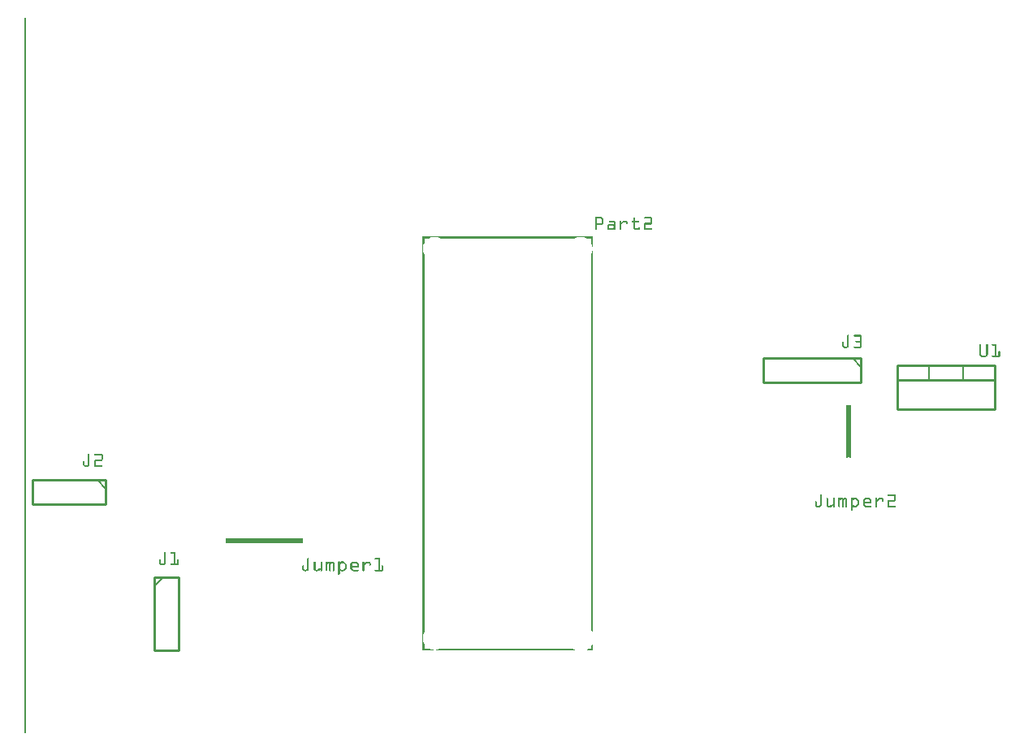
<source format=gto>
G04 MADE WITH FRITZING*
G04 WWW.FRITZING.ORG*
G04 DOUBLE SIDED*
G04 HOLES PLATED*
G04 CONTOUR ON CENTER OF CONTOUR VECTOR*
%ASAXBY*%
%FSLAX23Y23*%
%MOIN*%
%OFA0B0*%
%SFA1.0B1.0*%
%ADD10C,0.010000*%
%ADD11C,0.005000*%
%ADD12R,0.001000X0.001000*%
%LNSILK1*%
G90*
G70*
G54D10*
X3591Y1511D02*
X3991Y1511D01*
D02*
X3991Y1511D02*
X3991Y1331D01*
D02*
X3991Y1331D02*
X3591Y1331D01*
D02*
X3591Y1331D02*
X3591Y1511D01*
D02*
X3591Y1511D02*
X3991Y1511D01*
D02*
X3991Y1511D02*
X3991Y1451D01*
D02*
X3991Y1451D02*
X3591Y1451D01*
D02*
X3591Y1451D02*
X3591Y1511D01*
G54D11*
D02*
X3721Y1511D02*
X3721Y1451D01*
D02*
X3861Y1511D02*
X3861Y1451D01*
G54D10*
D02*
X541Y641D02*
X541Y341D01*
D02*
X541Y341D02*
X641Y341D01*
D02*
X641Y341D02*
X641Y641D01*
D02*
X641Y641D02*
X541Y641D01*
G54D11*
D02*
X541Y606D02*
X576Y641D01*
G54D10*
D02*
X341Y1041D02*
X41Y1041D01*
D02*
X41Y1041D02*
X41Y941D01*
D02*
X41Y941D02*
X341Y941D01*
D02*
X341Y941D02*
X341Y1041D01*
G54D11*
D02*
X306Y1041D02*
X341Y1006D01*
G54D10*
D02*
X3441Y1541D02*
X3041Y1541D01*
D02*
X3041Y1541D02*
X3041Y1441D01*
D02*
X3041Y1441D02*
X3441Y1441D01*
D02*
X3441Y1441D02*
X3441Y1541D01*
G54D11*
D02*
X3406Y1541D02*
X3441Y1506D01*
G54D12*
X7Y2938D02*
X15Y2938D01*
X7Y2937D02*
X14Y2937D01*
X7Y2936D02*
X14Y2936D01*
X7Y2935D02*
X14Y2935D01*
X7Y2934D02*
X14Y2934D01*
X7Y2933D02*
X14Y2933D01*
X7Y2932D02*
X14Y2932D01*
X7Y2931D02*
X14Y2931D01*
X7Y2930D02*
X14Y2930D01*
X7Y2929D02*
X14Y2929D01*
X7Y2928D02*
X14Y2928D01*
X7Y2927D02*
X14Y2927D01*
X7Y2926D02*
X14Y2926D01*
X7Y2925D02*
X14Y2925D01*
X7Y2924D02*
X14Y2924D01*
X7Y2923D02*
X14Y2923D01*
X7Y2922D02*
X14Y2922D01*
X7Y2921D02*
X14Y2921D01*
X7Y2920D02*
X14Y2920D01*
X7Y2919D02*
X14Y2919D01*
X7Y2918D02*
X14Y2918D01*
X7Y2917D02*
X14Y2917D01*
X7Y2916D02*
X14Y2916D01*
X7Y2915D02*
X14Y2915D01*
X7Y2914D02*
X14Y2914D01*
X7Y2913D02*
X14Y2913D01*
X7Y2912D02*
X14Y2912D01*
X7Y2911D02*
X14Y2911D01*
X7Y2910D02*
X14Y2910D01*
X7Y2909D02*
X14Y2909D01*
X7Y2908D02*
X14Y2908D01*
X7Y2907D02*
X14Y2907D01*
X7Y2906D02*
X14Y2906D01*
X7Y2905D02*
X14Y2905D01*
X7Y2904D02*
X14Y2904D01*
X7Y2903D02*
X14Y2903D01*
X7Y2902D02*
X14Y2902D01*
X7Y2901D02*
X14Y2901D01*
X7Y2900D02*
X14Y2900D01*
X7Y2899D02*
X14Y2899D01*
X7Y2898D02*
X14Y2898D01*
X7Y2897D02*
X14Y2897D01*
X7Y2896D02*
X14Y2896D01*
X7Y2895D02*
X14Y2895D01*
X7Y2894D02*
X14Y2894D01*
X7Y2893D02*
X14Y2893D01*
X7Y2892D02*
X14Y2892D01*
X7Y2891D02*
X14Y2891D01*
X7Y2890D02*
X14Y2890D01*
X7Y2889D02*
X14Y2889D01*
X7Y2888D02*
X14Y2888D01*
X7Y2887D02*
X14Y2887D01*
X7Y2886D02*
X14Y2886D01*
X7Y2885D02*
X14Y2885D01*
X7Y2884D02*
X14Y2884D01*
X7Y2883D02*
X14Y2883D01*
X7Y2882D02*
X14Y2882D01*
X7Y2881D02*
X14Y2881D01*
X7Y2880D02*
X14Y2880D01*
X7Y2879D02*
X14Y2879D01*
X7Y2878D02*
X14Y2878D01*
X7Y2877D02*
X14Y2877D01*
X7Y2876D02*
X14Y2876D01*
X7Y2875D02*
X14Y2875D01*
X7Y2874D02*
X14Y2874D01*
X7Y2873D02*
X14Y2873D01*
X7Y2872D02*
X14Y2872D01*
X7Y2871D02*
X14Y2871D01*
X7Y2870D02*
X14Y2870D01*
X7Y2869D02*
X14Y2869D01*
X7Y2868D02*
X14Y2868D01*
X7Y2867D02*
X14Y2867D01*
X7Y2866D02*
X14Y2866D01*
X7Y2865D02*
X14Y2865D01*
X7Y2864D02*
X14Y2864D01*
X7Y2863D02*
X14Y2863D01*
X7Y2862D02*
X14Y2862D01*
X7Y2861D02*
X14Y2861D01*
X7Y2860D02*
X14Y2860D01*
X7Y2859D02*
X14Y2859D01*
X7Y2858D02*
X14Y2858D01*
X7Y2857D02*
X14Y2857D01*
X7Y2856D02*
X14Y2856D01*
X7Y2855D02*
X14Y2855D01*
X7Y2854D02*
X14Y2854D01*
X7Y2853D02*
X14Y2853D01*
X7Y2852D02*
X14Y2852D01*
X7Y2851D02*
X14Y2851D01*
X7Y2850D02*
X14Y2850D01*
X7Y2849D02*
X14Y2849D01*
X7Y2848D02*
X14Y2848D01*
X7Y2847D02*
X14Y2847D01*
X7Y2846D02*
X14Y2846D01*
X7Y2845D02*
X14Y2845D01*
X7Y2844D02*
X14Y2844D01*
X7Y2843D02*
X14Y2843D01*
X7Y2842D02*
X14Y2842D01*
X7Y2841D02*
X14Y2841D01*
X7Y2840D02*
X14Y2840D01*
X7Y2839D02*
X14Y2839D01*
X7Y2838D02*
X14Y2838D01*
X7Y2837D02*
X14Y2837D01*
X7Y2836D02*
X14Y2836D01*
X7Y2835D02*
X14Y2835D01*
X7Y2834D02*
X14Y2834D01*
X7Y2833D02*
X14Y2833D01*
X7Y2832D02*
X14Y2832D01*
X7Y2831D02*
X14Y2831D01*
X7Y2830D02*
X14Y2830D01*
X7Y2829D02*
X14Y2829D01*
X7Y2828D02*
X14Y2828D01*
X7Y2827D02*
X14Y2827D01*
X7Y2826D02*
X14Y2826D01*
X7Y2825D02*
X14Y2825D01*
X7Y2824D02*
X14Y2824D01*
X7Y2823D02*
X14Y2823D01*
X7Y2822D02*
X14Y2822D01*
X7Y2821D02*
X14Y2821D01*
X7Y2820D02*
X14Y2820D01*
X7Y2819D02*
X14Y2819D01*
X7Y2818D02*
X14Y2818D01*
X7Y2817D02*
X14Y2817D01*
X7Y2816D02*
X14Y2816D01*
X7Y2815D02*
X14Y2815D01*
X7Y2814D02*
X14Y2814D01*
X7Y2813D02*
X14Y2813D01*
X7Y2812D02*
X14Y2812D01*
X7Y2811D02*
X14Y2811D01*
X7Y2810D02*
X14Y2810D01*
X7Y2809D02*
X14Y2809D01*
X7Y2808D02*
X14Y2808D01*
X7Y2807D02*
X14Y2807D01*
X7Y2806D02*
X14Y2806D01*
X7Y2805D02*
X14Y2805D01*
X7Y2804D02*
X14Y2804D01*
X7Y2803D02*
X14Y2803D01*
X7Y2802D02*
X14Y2802D01*
X7Y2801D02*
X14Y2801D01*
X7Y2800D02*
X14Y2800D01*
X7Y2799D02*
X14Y2799D01*
X7Y2798D02*
X14Y2798D01*
X7Y2797D02*
X14Y2797D01*
X7Y2796D02*
X14Y2796D01*
X7Y2795D02*
X14Y2795D01*
X7Y2794D02*
X14Y2794D01*
X7Y2793D02*
X14Y2793D01*
X7Y2792D02*
X14Y2792D01*
X7Y2791D02*
X14Y2791D01*
X7Y2790D02*
X14Y2790D01*
X7Y2789D02*
X14Y2789D01*
X7Y2788D02*
X14Y2788D01*
X7Y2787D02*
X14Y2787D01*
X7Y2786D02*
X14Y2786D01*
X7Y2785D02*
X14Y2785D01*
X7Y2784D02*
X14Y2784D01*
X7Y2783D02*
X14Y2783D01*
X7Y2782D02*
X14Y2782D01*
X7Y2781D02*
X14Y2781D01*
X7Y2780D02*
X14Y2780D01*
X7Y2779D02*
X14Y2779D01*
X7Y2778D02*
X14Y2778D01*
X7Y2777D02*
X14Y2777D01*
X7Y2776D02*
X14Y2776D01*
X7Y2775D02*
X14Y2775D01*
X7Y2774D02*
X14Y2774D01*
X7Y2773D02*
X14Y2773D01*
X7Y2772D02*
X14Y2772D01*
X7Y2771D02*
X14Y2771D01*
X7Y2770D02*
X14Y2770D01*
X7Y2769D02*
X14Y2769D01*
X7Y2768D02*
X14Y2768D01*
X7Y2767D02*
X14Y2767D01*
X7Y2766D02*
X14Y2766D01*
X7Y2765D02*
X14Y2765D01*
X7Y2764D02*
X14Y2764D01*
X7Y2763D02*
X14Y2763D01*
X7Y2762D02*
X14Y2762D01*
X7Y2761D02*
X14Y2761D01*
X7Y2760D02*
X14Y2760D01*
X7Y2759D02*
X14Y2759D01*
X7Y2758D02*
X14Y2758D01*
X7Y2757D02*
X14Y2757D01*
X7Y2756D02*
X14Y2756D01*
X7Y2755D02*
X14Y2755D01*
X7Y2754D02*
X14Y2754D01*
X7Y2753D02*
X14Y2753D01*
X7Y2752D02*
X14Y2752D01*
X7Y2751D02*
X14Y2751D01*
X7Y2750D02*
X14Y2750D01*
X7Y2749D02*
X14Y2749D01*
X7Y2748D02*
X14Y2748D01*
X7Y2747D02*
X14Y2747D01*
X7Y2746D02*
X14Y2746D01*
X7Y2745D02*
X14Y2745D01*
X7Y2744D02*
X14Y2744D01*
X7Y2743D02*
X14Y2743D01*
X7Y2742D02*
X14Y2742D01*
X7Y2741D02*
X14Y2741D01*
X7Y2740D02*
X14Y2740D01*
X7Y2739D02*
X14Y2739D01*
X7Y2738D02*
X14Y2738D01*
X7Y2737D02*
X14Y2737D01*
X7Y2736D02*
X14Y2736D01*
X7Y2735D02*
X14Y2735D01*
X7Y2734D02*
X14Y2734D01*
X7Y2733D02*
X14Y2733D01*
X7Y2732D02*
X14Y2732D01*
X7Y2731D02*
X14Y2731D01*
X7Y2730D02*
X14Y2730D01*
X7Y2729D02*
X14Y2729D01*
X7Y2728D02*
X14Y2728D01*
X7Y2727D02*
X14Y2727D01*
X7Y2726D02*
X14Y2726D01*
X7Y2725D02*
X14Y2725D01*
X7Y2724D02*
X14Y2724D01*
X7Y2723D02*
X14Y2723D01*
X7Y2722D02*
X14Y2722D01*
X7Y2721D02*
X14Y2721D01*
X7Y2720D02*
X14Y2720D01*
X7Y2719D02*
X14Y2719D01*
X7Y2718D02*
X14Y2718D01*
X7Y2717D02*
X14Y2717D01*
X7Y2716D02*
X14Y2716D01*
X7Y2715D02*
X14Y2715D01*
X7Y2714D02*
X14Y2714D01*
X7Y2713D02*
X14Y2713D01*
X7Y2712D02*
X14Y2712D01*
X7Y2711D02*
X14Y2711D01*
X7Y2710D02*
X14Y2710D01*
X7Y2709D02*
X14Y2709D01*
X7Y2708D02*
X14Y2708D01*
X7Y2707D02*
X14Y2707D01*
X7Y2706D02*
X14Y2706D01*
X7Y2705D02*
X14Y2705D01*
X7Y2704D02*
X14Y2704D01*
X7Y2703D02*
X14Y2703D01*
X7Y2702D02*
X14Y2702D01*
X7Y2701D02*
X14Y2701D01*
X7Y2700D02*
X14Y2700D01*
X7Y2699D02*
X14Y2699D01*
X7Y2698D02*
X14Y2698D01*
X7Y2697D02*
X14Y2697D01*
X7Y2696D02*
X14Y2696D01*
X7Y2695D02*
X14Y2695D01*
X7Y2694D02*
X14Y2694D01*
X7Y2693D02*
X14Y2693D01*
X7Y2692D02*
X14Y2692D01*
X7Y2691D02*
X14Y2691D01*
X7Y2690D02*
X14Y2690D01*
X7Y2689D02*
X14Y2689D01*
X7Y2688D02*
X14Y2688D01*
X7Y2687D02*
X14Y2687D01*
X7Y2686D02*
X14Y2686D01*
X7Y2685D02*
X14Y2685D01*
X7Y2684D02*
X14Y2684D01*
X7Y2683D02*
X14Y2683D01*
X7Y2682D02*
X14Y2682D01*
X7Y2681D02*
X14Y2681D01*
X7Y2680D02*
X14Y2680D01*
X7Y2679D02*
X14Y2679D01*
X7Y2678D02*
X14Y2678D01*
X7Y2677D02*
X14Y2677D01*
X7Y2676D02*
X14Y2676D01*
X7Y2675D02*
X14Y2675D01*
X7Y2674D02*
X14Y2674D01*
X7Y2673D02*
X14Y2673D01*
X7Y2672D02*
X14Y2672D01*
X7Y2671D02*
X14Y2671D01*
X7Y2670D02*
X14Y2670D01*
X7Y2669D02*
X14Y2669D01*
X7Y2668D02*
X14Y2668D01*
X7Y2667D02*
X14Y2667D01*
X7Y2666D02*
X14Y2666D01*
X7Y2665D02*
X14Y2665D01*
X7Y2664D02*
X14Y2664D01*
X7Y2663D02*
X14Y2663D01*
X7Y2662D02*
X14Y2662D01*
X7Y2661D02*
X14Y2661D01*
X7Y2660D02*
X14Y2660D01*
X7Y2659D02*
X14Y2659D01*
X7Y2658D02*
X14Y2658D01*
X7Y2657D02*
X14Y2657D01*
X7Y2656D02*
X14Y2656D01*
X7Y2655D02*
X14Y2655D01*
X7Y2654D02*
X14Y2654D01*
X7Y2653D02*
X14Y2653D01*
X7Y2652D02*
X14Y2652D01*
X7Y2651D02*
X14Y2651D01*
X7Y2650D02*
X14Y2650D01*
X7Y2649D02*
X14Y2649D01*
X7Y2648D02*
X14Y2648D01*
X7Y2647D02*
X14Y2647D01*
X7Y2646D02*
X14Y2646D01*
X7Y2645D02*
X14Y2645D01*
X7Y2644D02*
X14Y2644D01*
X7Y2643D02*
X14Y2643D01*
X7Y2642D02*
X14Y2642D01*
X7Y2641D02*
X14Y2641D01*
X7Y2640D02*
X14Y2640D01*
X7Y2639D02*
X14Y2639D01*
X7Y2638D02*
X14Y2638D01*
X7Y2637D02*
X14Y2637D01*
X7Y2636D02*
X14Y2636D01*
X7Y2635D02*
X14Y2635D01*
X7Y2634D02*
X14Y2634D01*
X7Y2633D02*
X14Y2633D01*
X7Y2632D02*
X14Y2632D01*
X7Y2631D02*
X14Y2631D01*
X7Y2630D02*
X14Y2630D01*
X7Y2629D02*
X14Y2629D01*
X7Y2628D02*
X14Y2628D01*
X7Y2627D02*
X14Y2627D01*
X7Y2626D02*
X14Y2626D01*
X7Y2625D02*
X14Y2625D01*
X7Y2624D02*
X14Y2624D01*
X7Y2623D02*
X14Y2623D01*
X7Y2622D02*
X14Y2622D01*
X7Y2621D02*
X14Y2621D01*
X7Y2620D02*
X14Y2620D01*
X7Y2619D02*
X14Y2619D01*
X7Y2618D02*
X14Y2618D01*
X7Y2617D02*
X14Y2617D01*
X7Y2616D02*
X14Y2616D01*
X7Y2615D02*
X14Y2615D01*
X7Y2614D02*
X14Y2614D01*
X7Y2613D02*
X14Y2613D01*
X7Y2612D02*
X14Y2612D01*
X7Y2611D02*
X14Y2611D01*
X7Y2610D02*
X14Y2610D01*
X7Y2609D02*
X14Y2609D01*
X7Y2608D02*
X14Y2608D01*
X7Y2607D02*
X14Y2607D01*
X7Y2606D02*
X14Y2606D01*
X7Y2605D02*
X14Y2605D01*
X7Y2604D02*
X14Y2604D01*
X7Y2603D02*
X14Y2603D01*
X7Y2602D02*
X14Y2602D01*
X7Y2601D02*
X14Y2601D01*
X7Y2600D02*
X14Y2600D01*
X7Y2599D02*
X14Y2599D01*
X7Y2598D02*
X14Y2598D01*
X7Y2597D02*
X14Y2597D01*
X7Y2596D02*
X14Y2596D01*
X7Y2595D02*
X14Y2595D01*
X7Y2594D02*
X14Y2594D01*
X7Y2593D02*
X14Y2593D01*
X7Y2592D02*
X14Y2592D01*
X7Y2591D02*
X14Y2591D01*
X7Y2590D02*
X14Y2590D01*
X7Y2589D02*
X14Y2589D01*
X7Y2588D02*
X14Y2588D01*
X7Y2587D02*
X14Y2587D01*
X7Y2586D02*
X14Y2586D01*
X7Y2585D02*
X14Y2585D01*
X7Y2584D02*
X14Y2584D01*
X7Y2583D02*
X14Y2583D01*
X7Y2582D02*
X14Y2582D01*
X7Y2581D02*
X14Y2581D01*
X7Y2580D02*
X14Y2580D01*
X7Y2579D02*
X14Y2579D01*
X7Y2578D02*
X14Y2578D01*
X7Y2577D02*
X14Y2577D01*
X7Y2576D02*
X14Y2576D01*
X7Y2575D02*
X14Y2575D01*
X7Y2574D02*
X14Y2574D01*
X7Y2573D02*
X14Y2573D01*
X7Y2572D02*
X14Y2572D01*
X7Y2571D02*
X14Y2571D01*
X7Y2570D02*
X14Y2570D01*
X7Y2569D02*
X14Y2569D01*
X7Y2568D02*
X14Y2568D01*
X7Y2567D02*
X14Y2567D01*
X7Y2566D02*
X14Y2566D01*
X7Y2565D02*
X14Y2565D01*
X7Y2564D02*
X14Y2564D01*
X7Y2563D02*
X14Y2563D01*
X7Y2562D02*
X14Y2562D01*
X7Y2561D02*
X14Y2561D01*
X7Y2560D02*
X14Y2560D01*
X7Y2559D02*
X14Y2559D01*
X7Y2558D02*
X14Y2558D01*
X7Y2557D02*
X14Y2557D01*
X7Y2556D02*
X14Y2556D01*
X7Y2555D02*
X14Y2555D01*
X7Y2554D02*
X14Y2554D01*
X7Y2553D02*
X14Y2553D01*
X7Y2552D02*
X14Y2552D01*
X7Y2551D02*
X14Y2551D01*
X7Y2550D02*
X14Y2550D01*
X7Y2549D02*
X14Y2549D01*
X7Y2548D02*
X14Y2548D01*
X7Y2547D02*
X14Y2547D01*
X7Y2546D02*
X14Y2546D01*
X7Y2545D02*
X14Y2545D01*
X7Y2544D02*
X14Y2544D01*
X7Y2543D02*
X14Y2543D01*
X7Y2542D02*
X14Y2542D01*
X7Y2541D02*
X14Y2541D01*
X7Y2540D02*
X14Y2540D01*
X7Y2539D02*
X14Y2539D01*
X7Y2538D02*
X14Y2538D01*
X7Y2537D02*
X14Y2537D01*
X7Y2536D02*
X14Y2536D01*
X7Y2535D02*
X14Y2535D01*
X7Y2534D02*
X14Y2534D01*
X7Y2533D02*
X14Y2533D01*
X7Y2532D02*
X14Y2532D01*
X7Y2531D02*
X14Y2531D01*
X7Y2530D02*
X14Y2530D01*
X7Y2529D02*
X14Y2529D01*
X7Y2528D02*
X14Y2528D01*
X7Y2527D02*
X14Y2527D01*
X7Y2526D02*
X14Y2526D01*
X7Y2525D02*
X14Y2525D01*
X7Y2524D02*
X14Y2524D01*
X7Y2523D02*
X14Y2523D01*
X7Y2522D02*
X14Y2522D01*
X7Y2521D02*
X14Y2521D01*
X7Y2520D02*
X14Y2520D01*
X7Y2519D02*
X14Y2519D01*
X7Y2518D02*
X14Y2518D01*
X7Y2517D02*
X14Y2517D01*
X7Y2516D02*
X14Y2516D01*
X7Y2515D02*
X14Y2515D01*
X7Y2514D02*
X14Y2514D01*
X7Y2513D02*
X14Y2513D01*
X7Y2512D02*
X14Y2512D01*
X7Y2511D02*
X14Y2511D01*
X7Y2510D02*
X14Y2510D01*
X7Y2509D02*
X14Y2509D01*
X7Y2508D02*
X14Y2508D01*
X7Y2507D02*
X14Y2507D01*
X7Y2506D02*
X14Y2506D01*
X7Y2505D02*
X14Y2505D01*
X7Y2504D02*
X14Y2504D01*
X7Y2503D02*
X14Y2503D01*
X7Y2502D02*
X14Y2502D01*
X7Y2501D02*
X14Y2501D01*
X7Y2500D02*
X14Y2500D01*
X7Y2499D02*
X14Y2499D01*
X7Y2498D02*
X14Y2498D01*
X7Y2497D02*
X14Y2497D01*
X7Y2496D02*
X14Y2496D01*
X7Y2495D02*
X14Y2495D01*
X7Y2494D02*
X14Y2494D01*
X7Y2493D02*
X14Y2493D01*
X7Y2492D02*
X14Y2492D01*
X7Y2491D02*
X14Y2491D01*
X7Y2490D02*
X14Y2490D01*
X7Y2489D02*
X14Y2489D01*
X7Y2488D02*
X14Y2488D01*
X7Y2487D02*
X14Y2487D01*
X7Y2486D02*
X14Y2486D01*
X7Y2485D02*
X14Y2485D01*
X7Y2484D02*
X14Y2484D01*
X7Y2483D02*
X14Y2483D01*
X7Y2482D02*
X14Y2482D01*
X7Y2481D02*
X14Y2481D01*
X7Y2480D02*
X14Y2480D01*
X7Y2479D02*
X14Y2479D01*
X7Y2478D02*
X14Y2478D01*
X7Y2477D02*
X14Y2477D01*
X7Y2476D02*
X14Y2476D01*
X7Y2475D02*
X14Y2475D01*
X7Y2474D02*
X14Y2474D01*
X7Y2473D02*
X14Y2473D01*
X7Y2472D02*
X14Y2472D01*
X7Y2471D02*
X14Y2471D01*
X7Y2470D02*
X14Y2470D01*
X7Y2469D02*
X14Y2469D01*
X7Y2468D02*
X14Y2468D01*
X7Y2467D02*
X14Y2467D01*
X7Y2466D02*
X14Y2466D01*
X7Y2465D02*
X14Y2465D01*
X7Y2464D02*
X14Y2464D01*
X7Y2463D02*
X14Y2463D01*
X7Y2462D02*
X14Y2462D01*
X7Y2461D02*
X14Y2461D01*
X7Y2460D02*
X14Y2460D01*
X7Y2459D02*
X14Y2459D01*
X7Y2458D02*
X14Y2458D01*
X7Y2457D02*
X14Y2457D01*
X7Y2456D02*
X14Y2456D01*
X7Y2455D02*
X14Y2455D01*
X7Y2454D02*
X14Y2454D01*
X7Y2453D02*
X14Y2453D01*
X7Y2452D02*
X14Y2452D01*
X7Y2451D02*
X14Y2451D01*
X7Y2450D02*
X14Y2450D01*
X7Y2449D02*
X14Y2449D01*
X7Y2448D02*
X14Y2448D01*
X7Y2447D02*
X14Y2447D01*
X7Y2446D02*
X14Y2446D01*
X7Y2445D02*
X14Y2445D01*
X7Y2444D02*
X14Y2444D01*
X7Y2443D02*
X14Y2443D01*
X7Y2442D02*
X14Y2442D01*
X7Y2441D02*
X14Y2441D01*
X7Y2440D02*
X14Y2440D01*
X7Y2439D02*
X14Y2439D01*
X7Y2438D02*
X14Y2438D01*
X7Y2437D02*
X14Y2437D01*
X7Y2436D02*
X14Y2436D01*
X7Y2435D02*
X14Y2435D01*
X7Y2434D02*
X14Y2434D01*
X7Y2433D02*
X14Y2433D01*
X7Y2432D02*
X14Y2432D01*
X7Y2431D02*
X14Y2431D01*
X7Y2430D02*
X14Y2430D01*
X7Y2429D02*
X14Y2429D01*
X7Y2428D02*
X14Y2428D01*
X7Y2427D02*
X14Y2427D01*
X7Y2426D02*
X14Y2426D01*
X7Y2425D02*
X14Y2425D01*
X7Y2424D02*
X14Y2424D01*
X7Y2423D02*
X14Y2423D01*
X7Y2422D02*
X14Y2422D01*
X7Y2421D02*
X14Y2421D01*
X7Y2420D02*
X14Y2420D01*
X7Y2419D02*
X14Y2419D01*
X7Y2418D02*
X14Y2418D01*
X7Y2417D02*
X14Y2417D01*
X7Y2416D02*
X14Y2416D01*
X7Y2415D02*
X14Y2415D01*
X7Y2414D02*
X14Y2414D01*
X7Y2413D02*
X14Y2413D01*
X7Y2412D02*
X14Y2412D01*
X7Y2411D02*
X14Y2411D01*
X7Y2410D02*
X14Y2410D01*
X7Y2409D02*
X14Y2409D01*
X7Y2408D02*
X14Y2408D01*
X7Y2407D02*
X14Y2407D01*
X7Y2406D02*
X14Y2406D01*
X7Y2405D02*
X14Y2405D01*
X7Y2404D02*
X14Y2404D01*
X7Y2403D02*
X14Y2403D01*
X7Y2402D02*
X14Y2402D01*
X7Y2401D02*
X14Y2401D01*
X7Y2400D02*
X14Y2400D01*
X7Y2399D02*
X14Y2399D01*
X7Y2398D02*
X14Y2398D01*
X7Y2397D02*
X14Y2397D01*
X7Y2396D02*
X14Y2396D01*
X7Y2395D02*
X14Y2395D01*
X7Y2394D02*
X14Y2394D01*
X7Y2393D02*
X14Y2393D01*
X7Y2392D02*
X14Y2392D01*
X7Y2391D02*
X14Y2391D01*
X7Y2390D02*
X14Y2390D01*
X7Y2389D02*
X14Y2389D01*
X7Y2388D02*
X14Y2388D01*
X7Y2387D02*
X14Y2387D01*
X7Y2386D02*
X14Y2386D01*
X7Y2385D02*
X14Y2385D01*
X7Y2384D02*
X14Y2384D01*
X7Y2383D02*
X14Y2383D01*
X7Y2382D02*
X14Y2382D01*
X7Y2381D02*
X14Y2381D01*
X7Y2380D02*
X14Y2380D01*
X7Y2379D02*
X14Y2379D01*
X7Y2378D02*
X14Y2378D01*
X7Y2377D02*
X14Y2377D01*
X7Y2376D02*
X14Y2376D01*
X7Y2375D02*
X14Y2375D01*
X7Y2374D02*
X14Y2374D01*
X7Y2373D02*
X14Y2373D01*
X7Y2372D02*
X14Y2372D01*
X7Y2371D02*
X14Y2371D01*
X7Y2370D02*
X14Y2370D01*
X7Y2369D02*
X14Y2369D01*
X7Y2368D02*
X14Y2368D01*
X7Y2367D02*
X14Y2367D01*
X7Y2366D02*
X14Y2366D01*
X7Y2365D02*
X14Y2365D01*
X7Y2364D02*
X14Y2364D01*
X7Y2363D02*
X14Y2363D01*
X7Y2362D02*
X14Y2362D01*
X7Y2361D02*
X14Y2361D01*
X7Y2360D02*
X14Y2360D01*
X7Y2359D02*
X14Y2359D01*
X7Y2358D02*
X14Y2358D01*
X7Y2357D02*
X14Y2357D01*
X7Y2356D02*
X14Y2356D01*
X7Y2355D02*
X14Y2355D01*
X7Y2354D02*
X14Y2354D01*
X7Y2353D02*
X14Y2353D01*
X7Y2352D02*
X14Y2352D01*
X7Y2351D02*
X14Y2351D01*
X7Y2350D02*
X14Y2350D01*
X7Y2349D02*
X14Y2349D01*
X7Y2348D02*
X14Y2348D01*
X7Y2347D02*
X14Y2347D01*
X7Y2346D02*
X14Y2346D01*
X7Y2345D02*
X14Y2345D01*
X7Y2344D02*
X14Y2344D01*
X7Y2343D02*
X14Y2343D01*
X7Y2342D02*
X14Y2342D01*
X7Y2341D02*
X14Y2341D01*
X7Y2340D02*
X14Y2340D01*
X7Y2339D02*
X14Y2339D01*
X7Y2338D02*
X14Y2338D01*
X7Y2337D02*
X14Y2337D01*
X7Y2336D02*
X14Y2336D01*
X7Y2335D02*
X14Y2335D01*
X7Y2334D02*
X14Y2334D01*
X7Y2333D02*
X14Y2333D01*
X7Y2332D02*
X14Y2332D01*
X7Y2331D02*
X14Y2331D01*
X7Y2330D02*
X14Y2330D01*
X7Y2329D02*
X14Y2329D01*
X7Y2328D02*
X14Y2328D01*
X7Y2327D02*
X14Y2327D01*
X7Y2326D02*
X14Y2326D01*
X7Y2325D02*
X14Y2325D01*
X7Y2324D02*
X14Y2324D01*
X7Y2323D02*
X14Y2323D01*
X7Y2322D02*
X14Y2322D01*
X7Y2321D02*
X14Y2321D01*
X7Y2320D02*
X14Y2320D01*
X7Y2319D02*
X14Y2319D01*
X7Y2318D02*
X14Y2318D01*
X7Y2317D02*
X14Y2317D01*
X7Y2316D02*
X14Y2316D01*
X7Y2315D02*
X14Y2315D01*
X7Y2314D02*
X14Y2314D01*
X7Y2313D02*
X14Y2313D01*
X7Y2312D02*
X14Y2312D01*
X7Y2311D02*
X14Y2311D01*
X7Y2310D02*
X14Y2310D01*
X7Y2309D02*
X14Y2309D01*
X7Y2308D02*
X14Y2308D01*
X7Y2307D02*
X14Y2307D01*
X7Y2306D02*
X14Y2306D01*
X7Y2305D02*
X14Y2305D01*
X7Y2304D02*
X14Y2304D01*
X7Y2303D02*
X14Y2303D01*
X7Y2302D02*
X14Y2302D01*
X7Y2301D02*
X14Y2301D01*
X7Y2300D02*
X14Y2300D01*
X7Y2299D02*
X14Y2299D01*
X7Y2298D02*
X14Y2298D01*
X7Y2297D02*
X14Y2297D01*
X7Y2296D02*
X14Y2296D01*
X7Y2295D02*
X14Y2295D01*
X7Y2294D02*
X14Y2294D01*
X7Y2293D02*
X14Y2293D01*
X7Y2292D02*
X14Y2292D01*
X7Y2291D02*
X14Y2291D01*
X7Y2290D02*
X14Y2290D01*
X7Y2289D02*
X14Y2289D01*
X7Y2288D02*
X14Y2288D01*
X7Y2287D02*
X14Y2287D01*
X7Y2286D02*
X14Y2286D01*
X7Y2285D02*
X14Y2285D01*
X7Y2284D02*
X14Y2284D01*
X7Y2283D02*
X14Y2283D01*
X7Y2282D02*
X14Y2282D01*
X7Y2281D02*
X14Y2281D01*
X7Y2280D02*
X14Y2280D01*
X7Y2279D02*
X14Y2279D01*
X7Y2278D02*
X14Y2278D01*
X7Y2277D02*
X14Y2277D01*
X7Y2276D02*
X14Y2276D01*
X7Y2275D02*
X14Y2275D01*
X7Y2274D02*
X14Y2274D01*
X7Y2273D02*
X14Y2273D01*
X7Y2272D02*
X14Y2272D01*
X7Y2271D02*
X14Y2271D01*
X7Y2270D02*
X14Y2270D01*
X7Y2269D02*
X14Y2269D01*
X7Y2268D02*
X14Y2268D01*
X7Y2267D02*
X14Y2267D01*
X7Y2266D02*
X14Y2266D01*
X7Y2265D02*
X14Y2265D01*
X7Y2264D02*
X14Y2264D01*
X7Y2263D02*
X14Y2263D01*
X7Y2262D02*
X14Y2262D01*
X7Y2261D02*
X14Y2261D01*
X7Y2260D02*
X14Y2260D01*
X7Y2259D02*
X14Y2259D01*
X7Y2258D02*
X14Y2258D01*
X7Y2257D02*
X14Y2257D01*
X7Y2256D02*
X14Y2256D01*
X7Y2255D02*
X14Y2255D01*
X7Y2254D02*
X14Y2254D01*
X7Y2253D02*
X14Y2253D01*
X7Y2252D02*
X14Y2252D01*
X7Y2251D02*
X14Y2251D01*
X7Y2250D02*
X14Y2250D01*
X7Y2249D02*
X14Y2249D01*
X7Y2248D02*
X14Y2248D01*
X7Y2247D02*
X14Y2247D01*
X7Y2246D02*
X14Y2246D01*
X7Y2245D02*
X14Y2245D01*
X7Y2244D02*
X14Y2244D01*
X7Y2243D02*
X14Y2243D01*
X7Y2242D02*
X14Y2242D01*
X7Y2241D02*
X14Y2241D01*
X7Y2240D02*
X14Y2240D01*
X7Y2239D02*
X14Y2239D01*
X7Y2238D02*
X14Y2238D01*
X7Y2237D02*
X14Y2237D01*
X7Y2236D02*
X14Y2236D01*
X7Y2235D02*
X14Y2235D01*
X7Y2234D02*
X14Y2234D01*
X7Y2233D02*
X14Y2233D01*
X7Y2232D02*
X14Y2232D01*
X7Y2231D02*
X14Y2231D01*
X7Y2230D02*
X14Y2230D01*
X7Y2229D02*
X14Y2229D01*
X7Y2228D02*
X14Y2228D01*
X7Y2227D02*
X14Y2227D01*
X7Y2226D02*
X14Y2226D01*
X7Y2225D02*
X14Y2225D01*
X7Y2224D02*
X14Y2224D01*
X7Y2223D02*
X14Y2223D01*
X7Y2222D02*
X14Y2222D01*
X7Y2221D02*
X14Y2221D01*
X7Y2220D02*
X14Y2220D01*
X7Y2219D02*
X14Y2219D01*
X7Y2218D02*
X14Y2218D01*
X7Y2217D02*
X14Y2217D01*
X7Y2216D02*
X14Y2216D01*
X7Y2215D02*
X14Y2215D01*
X7Y2214D02*
X14Y2214D01*
X7Y2213D02*
X14Y2213D01*
X7Y2212D02*
X14Y2212D01*
X7Y2211D02*
X14Y2211D01*
X7Y2210D02*
X14Y2210D01*
X7Y2209D02*
X14Y2209D01*
X7Y2208D02*
X14Y2208D01*
X7Y2207D02*
X14Y2207D01*
X7Y2206D02*
X14Y2206D01*
X7Y2205D02*
X14Y2205D01*
X7Y2204D02*
X14Y2204D01*
X7Y2203D02*
X14Y2203D01*
X7Y2202D02*
X14Y2202D01*
X7Y2201D02*
X14Y2201D01*
X7Y2200D02*
X14Y2200D01*
X7Y2199D02*
X14Y2199D01*
X7Y2198D02*
X14Y2198D01*
X7Y2197D02*
X14Y2197D01*
X7Y2196D02*
X14Y2196D01*
X7Y2195D02*
X14Y2195D01*
X7Y2194D02*
X14Y2194D01*
X7Y2193D02*
X14Y2193D01*
X7Y2192D02*
X14Y2192D01*
X7Y2191D02*
X14Y2191D01*
X7Y2190D02*
X14Y2190D01*
X7Y2189D02*
X14Y2189D01*
X7Y2188D02*
X14Y2188D01*
X7Y2187D02*
X14Y2187D01*
X7Y2186D02*
X14Y2186D01*
X7Y2185D02*
X14Y2185D01*
X7Y2184D02*
X14Y2184D01*
X7Y2183D02*
X14Y2183D01*
X7Y2182D02*
X14Y2182D01*
X7Y2181D02*
X14Y2181D01*
X7Y2180D02*
X14Y2180D01*
X7Y2179D02*
X14Y2179D01*
X7Y2178D02*
X14Y2178D01*
X7Y2177D02*
X14Y2177D01*
X7Y2176D02*
X14Y2176D01*
X7Y2175D02*
X14Y2175D01*
X7Y2174D02*
X14Y2174D01*
X7Y2173D02*
X14Y2173D01*
X7Y2172D02*
X14Y2172D01*
X7Y2171D02*
X14Y2171D01*
X7Y2170D02*
X14Y2170D01*
X7Y2169D02*
X14Y2169D01*
X7Y2168D02*
X14Y2168D01*
X7Y2167D02*
X14Y2167D01*
X7Y2166D02*
X14Y2166D01*
X7Y2165D02*
X14Y2165D01*
X7Y2164D02*
X14Y2164D01*
X7Y2163D02*
X14Y2163D01*
X7Y2162D02*
X14Y2162D01*
X7Y2161D02*
X14Y2161D01*
X7Y2160D02*
X14Y2160D01*
X7Y2159D02*
X14Y2159D01*
X7Y2158D02*
X14Y2158D01*
X7Y2157D02*
X14Y2157D01*
X7Y2156D02*
X14Y2156D01*
X7Y2155D02*
X14Y2155D01*
X7Y2154D02*
X14Y2154D01*
X7Y2153D02*
X14Y2153D01*
X7Y2152D02*
X14Y2152D01*
X7Y2151D02*
X14Y2151D01*
X7Y2150D02*
X14Y2150D01*
X7Y2149D02*
X14Y2149D01*
X7Y2148D02*
X14Y2148D01*
X7Y2147D02*
X14Y2147D01*
X7Y2146D02*
X14Y2146D01*
X7Y2145D02*
X14Y2145D01*
X7Y2144D02*
X14Y2144D01*
X7Y2143D02*
X14Y2143D01*
X7Y2142D02*
X14Y2142D01*
X7Y2141D02*
X14Y2141D01*
X7Y2140D02*
X14Y2140D01*
X7Y2139D02*
X14Y2139D01*
X7Y2138D02*
X14Y2138D01*
X7Y2137D02*
X14Y2137D01*
X7Y2136D02*
X14Y2136D01*
X7Y2135D02*
X14Y2135D01*
X7Y2134D02*
X14Y2134D01*
X7Y2133D02*
X14Y2133D01*
X7Y2132D02*
X14Y2132D01*
X7Y2131D02*
X14Y2131D01*
X7Y2130D02*
X14Y2130D01*
X7Y2129D02*
X14Y2129D01*
X7Y2128D02*
X14Y2128D01*
X7Y2127D02*
X14Y2127D01*
X7Y2126D02*
X14Y2126D01*
X7Y2125D02*
X14Y2125D01*
X7Y2124D02*
X14Y2124D01*
X7Y2123D02*
X14Y2123D01*
X7Y2122D02*
X14Y2122D01*
X7Y2121D02*
X14Y2121D01*
X2349Y2121D02*
X2375Y2121D01*
X2552Y2121D02*
X2578Y2121D01*
X7Y2120D02*
X14Y2120D01*
X2349Y2120D02*
X2377Y2120D01*
X2550Y2120D02*
X2580Y2120D01*
X7Y2119D02*
X14Y2119D01*
X2349Y2119D02*
X2379Y2119D01*
X2550Y2119D02*
X2581Y2119D01*
X7Y2118D02*
X14Y2118D01*
X2349Y2118D02*
X2380Y2118D01*
X2508Y2118D02*
X2511Y2118D01*
X2550Y2118D02*
X2582Y2118D01*
X7Y2117D02*
X14Y2117D01*
X2349Y2117D02*
X2380Y2117D01*
X2507Y2117D02*
X2512Y2117D01*
X2550Y2117D02*
X2583Y2117D01*
X7Y2116D02*
X14Y2116D01*
X2349Y2116D02*
X2381Y2116D01*
X2506Y2116D02*
X2512Y2116D01*
X2550Y2116D02*
X2583Y2116D01*
X7Y2115D02*
X14Y2115D01*
X2349Y2115D02*
X2382Y2115D01*
X2506Y2115D02*
X2512Y2115D01*
X2551Y2115D02*
X2583Y2115D01*
X7Y2114D02*
X14Y2114D01*
X2349Y2114D02*
X2355Y2114D01*
X2374Y2114D02*
X2382Y2114D01*
X2506Y2114D02*
X2512Y2114D01*
X2577Y2114D02*
X2583Y2114D01*
X7Y2113D02*
X14Y2113D01*
X2349Y2113D02*
X2355Y2113D01*
X2376Y2113D02*
X2382Y2113D01*
X2506Y2113D02*
X2512Y2113D01*
X2577Y2113D02*
X2583Y2113D01*
X7Y2112D02*
X14Y2112D01*
X2349Y2112D02*
X2355Y2112D01*
X2376Y2112D02*
X2382Y2112D01*
X2506Y2112D02*
X2512Y2112D01*
X2577Y2112D02*
X2583Y2112D01*
X7Y2111D02*
X14Y2111D01*
X2349Y2111D02*
X2355Y2111D01*
X2376Y2111D02*
X2382Y2111D01*
X2506Y2111D02*
X2512Y2111D01*
X2577Y2111D02*
X2583Y2111D01*
X7Y2110D02*
X14Y2110D01*
X2349Y2110D02*
X2355Y2110D01*
X2376Y2110D02*
X2382Y2110D01*
X2506Y2110D02*
X2512Y2110D01*
X2577Y2110D02*
X2583Y2110D01*
X7Y2109D02*
X14Y2109D01*
X2349Y2109D02*
X2355Y2109D01*
X2376Y2109D02*
X2382Y2109D01*
X2506Y2109D02*
X2512Y2109D01*
X2577Y2109D02*
X2583Y2109D01*
X7Y2108D02*
X14Y2108D01*
X2349Y2108D02*
X2355Y2108D01*
X2376Y2108D02*
X2382Y2108D01*
X2506Y2108D02*
X2512Y2108D01*
X2577Y2108D02*
X2583Y2108D01*
X7Y2107D02*
X14Y2107D01*
X2349Y2107D02*
X2355Y2107D01*
X2376Y2107D02*
X2382Y2107D01*
X2506Y2107D02*
X2512Y2107D01*
X2577Y2107D02*
X2583Y2107D01*
X7Y2106D02*
X14Y2106D01*
X2349Y2106D02*
X2355Y2106D01*
X2376Y2106D02*
X2382Y2106D01*
X2407Y2106D02*
X2425Y2106D01*
X2451Y2106D02*
X2454Y2106D01*
X2464Y2106D02*
X2476Y2106D01*
X2501Y2106D02*
X2528Y2106D01*
X2577Y2106D02*
X2583Y2106D01*
X7Y2105D02*
X14Y2105D01*
X2349Y2105D02*
X2355Y2105D01*
X2376Y2105D02*
X2382Y2105D01*
X2406Y2105D02*
X2427Y2105D01*
X2450Y2105D02*
X2455Y2105D01*
X2463Y2105D02*
X2478Y2105D01*
X2500Y2105D02*
X2529Y2105D01*
X2577Y2105D02*
X2583Y2105D01*
X7Y2104D02*
X14Y2104D01*
X2349Y2104D02*
X2355Y2104D01*
X2376Y2104D02*
X2382Y2104D01*
X2406Y2104D02*
X2429Y2104D01*
X2449Y2104D02*
X2455Y2104D01*
X2462Y2104D02*
X2479Y2104D01*
X2500Y2104D02*
X2529Y2104D01*
X2577Y2104D02*
X2583Y2104D01*
X7Y2103D02*
X14Y2103D01*
X2349Y2103D02*
X2355Y2103D01*
X2376Y2103D02*
X2382Y2103D01*
X2406Y2103D02*
X2430Y2103D01*
X2449Y2103D02*
X2455Y2103D01*
X2461Y2103D02*
X2480Y2103D01*
X2500Y2103D02*
X2529Y2103D01*
X2577Y2103D02*
X2583Y2103D01*
X7Y2102D02*
X14Y2102D01*
X2349Y2102D02*
X2355Y2102D01*
X2376Y2102D02*
X2382Y2102D01*
X2406Y2102D02*
X2430Y2102D01*
X2449Y2102D02*
X2455Y2102D01*
X2460Y2102D02*
X2481Y2102D01*
X2500Y2102D02*
X2529Y2102D01*
X2577Y2102D02*
X2583Y2102D01*
X7Y2101D02*
X14Y2101D01*
X2349Y2101D02*
X2355Y2101D01*
X2376Y2101D02*
X2382Y2101D01*
X2407Y2101D02*
X2431Y2101D01*
X2449Y2101D02*
X2455Y2101D01*
X2459Y2101D02*
X2482Y2101D01*
X2500Y2101D02*
X2529Y2101D01*
X2577Y2101D02*
X2583Y2101D01*
X7Y2100D02*
X14Y2100D01*
X2349Y2100D02*
X2355Y2100D01*
X2376Y2100D02*
X2382Y2100D01*
X2408Y2100D02*
X2431Y2100D01*
X2449Y2100D02*
X2455Y2100D01*
X2457Y2100D02*
X2482Y2100D01*
X2501Y2100D02*
X2527Y2100D01*
X2577Y2100D02*
X2583Y2100D01*
X7Y2099D02*
X14Y2099D01*
X2349Y2099D02*
X2355Y2099D01*
X2376Y2099D02*
X2382Y2099D01*
X2424Y2099D02*
X2432Y2099D01*
X2449Y2099D02*
X2466Y2099D01*
X2475Y2099D02*
X2482Y2099D01*
X2506Y2099D02*
X2512Y2099D01*
X2577Y2099D02*
X2583Y2099D01*
X7Y2098D02*
X14Y2098D01*
X2349Y2098D02*
X2355Y2098D01*
X2376Y2098D02*
X2382Y2098D01*
X2425Y2098D02*
X2432Y2098D01*
X2449Y2098D02*
X2465Y2098D01*
X2476Y2098D02*
X2483Y2098D01*
X2506Y2098D02*
X2512Y2098D01*
X2577Y2098D02*
X2583Y2098D01*
X7Y2097D02*
X14Y2097D01*
X2349Y2097D02*
X2355Y2097D01*
X2376Y2097D02*
X2382Y2097D01*
X2426Y2097D02*
X2432Y2097D01*
X2449Y2097D02*
X2464Y2097D01*
X2477Y2097D02*
X2483Y2097D01*
X2506Y2097D02*
X2512Y2097D01*
X2553Y2097D02*
X2583Y2097D01*
X7Y2096D02*
X14Y2096D01*
X2349Y2096D02*
X2355Y2096D01*
X2375Y2096D02*
X2382Y2096D01*
X2426Y2096D02*
X2432Y2096D01*
X2449Y2096D02*
X2463Y2096D01*
X2477Y2096D02*
X2483Y2096D01*
X2506Y2096D02*
X2512Y2096D01*
X2552Y2096D02*
X2583Y2096D01*
X7Y2095D02*
X14Y2095D01*
X2349Y2095D02*
X2355Y2095D01*
X2374Y2095D02*
X2382Y2095D01*
X2426Y2095D02*
X2432Y2095D01*
X2449Y2095D02*
X2461Y2095D01*
X2477Y2095D02*
X2483Y2095D01*
X2506Y2095D02*
X2512Y2095D01*
X2551Y2095D02*
X2583Y2095D01*
X7Y2094D02*
X14Y2094D01*
X2349Y2094D02*
X2381Y2094D01*
X2426Y2094D02*
X2432Y2094D01*
X2449Y2094D02*
X2460Y2094D01*
X2477Y2094D02*
X2483Y2094D01*
X2506Y2094D02*
X2512Y2094D01*
X2550Y2094D02*
X2582Y2094D01*
X7Y2093D02*
X14Y2093D01*
X2349Y2093D02*
X2381Y2093D01*
X2426Y2093D02*
X2432Y2093D01*
X2449Y2093D02*
X2459Y2093D01*
X2477Y2093D02*
X2483Y2093D01*
X2506Y2093D02*
X2512Y2093D01*
X2550Y2093D02*
X2581Y2093D01*
X7Y2092D02*
X14Y2092D01*
X2349Y2092D02*
X2380Y2092D01*
X2426Y2092D02*
X2432Y2092D01*
X2449Y2092D02*
X2458Y2092D01*
X2478Y2092D02*
X2482Y2092D01*
X2506Y2092D02*
X2512Y2092D01*
X2550Y2092D02*
X2580Y2092D01*
X7Y2091D02*
X14Y2091D01*
X2349Y2091D02*
X2379Y2091D01*
X2405Y2091D02*
X2432Y2091D01*
X2449Y2091D02*
X2457Y2091D01*
X2479Y2091D02*
X2480Y2091D01*
X2506Y2091D02*
X2512Y2091D01*
X2550Y2091D02*
X2578Y2091D01*
X7Y2090D02*
X14Y2090D01*
X2349Y2090D02*
X2378Y2090D01*
X2403Y2090D02*
X2432Y2090D01*
X2449Y2090D02*
X2456Y2090D01*
X2506Y2090D02*
X2512Y2090D01*
X2550Y2090D02*
X2556Y2090D01*
X7Y2089D02*
X14Y2089D01*
X2349Y2089D02*
X2377Y2089D01*
X2402Y2089D02*
X2432Y2089D01*
X2449Y2089D02*
X2455Y2089D01*
X2506Y2089D02*
X2512Y2089D01*
X2550Y2089D02*
X2556Y2089D01*
X7Y2088D02*
X14Y2088D01*
X2349Y2088D02*
X2374Y2088D01*
X2401Y2088D02*
X2432Y2088D01*
X2449Y2088D02*
X2455Y2088D01*
X2506Y2088D02*
X2512Y2088D01*
X2550Y2088D02*
X2556Y2088D01*
X7Y2087D02*
X14Y2087D01*
X2349Y2087D02*
X2355Y2087D01*
X2401Y2087D02*
X2432Y2087D01*
X2449Y2087D02*
X2455Y2087D01*
X2506Y2087D02*
X2512Y2087D01*
X2550Y2087D02*
X2556Y2087D01*
X7Y2086D02*
X14Y2086D01*
X2349Y2086D02*
X2355Y2086D01*
X2400Y2086D02*
X2432Y2086D01*
X2449Y2086D02*
X2455Y2086D01*
X2506Y2086D02*
X2512Y2086D01*
X2550Y2086D02*
X2556Y2086D01*
X7Y2085D02*
X14Y2085D01*
X2349Y2085D02*
X2355Y2085D01*
X2400Y2085D02*
X2432Y2085D01*
X2449Y2085D02*
X2455Y2085D01*
X2506Y2085D02*
X2512Y2085D01*
X2550Y2085D02*
X2556Y2085D01*
X7Y2084D02*
X14Y2084D01*
X2349Y2084D02*
X2355Y2084D01*
X2399Y2084D02*
X2406Y2084D01*
X2425Y2084D02*
X2432Y2084D01*
X2449Y2084D02*
X2455Y2084D01*
X2506Y2084D02*
X2512Y2084D01*
X2550Y2084D02*
X2556Y2084D01*
X7Y2083D02*
X14Y2083D01*
X2349Y2083D02*
X2355Y2083D01*
X2399Y2083D02*
X2405Y2083D01*
X2426Y2083D02*
X2432Y2083D01*
X2449Y2083D02*
X2455Y2083D01*
X2506Y2083D02*
X2512Y2083D01*
X2550Y2083D02*
X2556Y2083D01*
X7Y2082D02*
X14Y2082D01*
X2349Y2082D02*
X2355Y2082D01*
X2399Y2082D02*
X2405Y2082D01*
X2426Y2082D02*
X2432Y2082D01*
X2449Y2082D02*
X2455Y2082D01*
X2506Y2082D02*
X2512Y2082D01*
X2550Y2082D02*
X2556Y2082D01*
X7Y2081D02*
X14Y2081D01*
X2349Y2081D02*
X2355Y2081D01*
X2399Y2081D02*
X2405Y2081D01*
X2426Y2081D02*
X2432Y2081D01*
X2449Y2081D02*
X2455Y2081D01*
X2506Y2081D02*
X2512Y2081D01*
X2550Y2081D02*
X2556Y2081D01*
X7Y2080D02*
X14Y2080D01*
X2349Y2080D02*
X2355Y2080D01*
X2399Y2080D02*
X2405Y2080D01*
X2426Y2080D02*
X2432Y2080D01*
X2449Y2080D02*
X2455Y2080D01*
X2506Y2080D02*
X2512Y2080D01*
X2529Y2080D02*
X2530Y2080D01*
X2550Y2080D02*
X2556Y2080D01*
X7Y2079D02*
X14Y2079D01*
X2349Y2079D02*
X2355Y2079D01*
X2399Y2079D02*
X2405Y2079D01*
X2426Y2079D02*
X2432Y2079D01*
X2449Y2079D02*
X2455Y2079D01*
X2506Y2079D02*
X2512Y2079D01*
X2528Y2079D02*
X2532Y2079D01*
X2550Y2079D02*
X2556Y2079D01*
X7Y2078D02*
X14Y2078D01*
X2349Y2078D02*
X2355Y2078D01*
X2399Y2078D02*
X2405Y2078D01*
X2425Y2078D02*
X2432Y2078D01*
X2449Y2078D02*
X2455Y2078D01*
X2506Y2078D02*
X2512Y2078D01*
X2527Y2078D02*
X2533Y2078D01*
X2550Y2078D02*
X2556Y2078D01*
X7Y2077D02*
X14Y2077D01*
X2349Y2077D02*
X2355Y2077D01*
X2399Y2077D02*
X2405Y2077D01*
X2423Y2077D02*
X2432Y2077D01*
X2449Y2077D02*
X2455Y2077D01*
X2506Y2077D02*
X2512Y2077D01*
X2527Y2077D02*
X2533Y2077D01*
X2550Y2077D02*
X2556Y2077D01*
X7Y2076D02*
X14Y2076D01*
X2349Y2076D02*
X2355Y2076D01*
X2399Y2076D02*
X2405Y2076D01*
X2422Y2076D02*
X2432Y2076D01*
X2449Y2076D02*
X2455Y2076D01*
X2506Y2076D02*
X2513Y2076D01*
X2526Y2076D02*
X2533Y2076D01*
X2550Y2076D02*
X2556Y2076D01*
X7Y2075D02*
X14Y2075D01*
X2349Y2075D02*
X2355Y2075D01*
X2399Y2075D02*
X2406Y2075D01*
X2420Y2075D02*
X2432Y2075D01*
X2449Y2075D02*
X2455Y2075D01*
X2507Y2075D02*
X2514Y2075D01*
X2526Y2075D02*
X2533Y2075D01*
X2550Y2075D02*
X2556Y2075D01*
X7Y2074D02*
X14Y2074D01*
X2349Y2074D02*
X2355Y2074D01*
X2400Y2074D02*
X2432Y2074D01*
X2449Y2074D02*
X2455Y2074D01*
X2507Y2074D02*
X2532Y2074D01*
X2550Y2074D02*
X2581Y2074D01*
X7Y2073D02*
X14Y2073D01*
X2349Y2073D02*
X2355Y2073D01*
X2400Y2073D02*
X2432Y2073D01*
X2449Y2073D02*
X2455Y2073D01*
X2507Y2073D02*
X2532Y2073D01*
X2550Y2073D02*
X2582Y2073D01*
X7Y2072D02*
X14Y2072D01*
X2349Y2072D02*
X2355Y2072D01*
X2401Y2072D02*
X2432Y2072D01*
X2449Y2072D02*
X2455Y2072D01*
X2508Y2072D02*
X2531Y2072D01*
X2550Y2072D02*
X2583Y2072D01*
X7Y2071D02*
X14Y2071D01*
X2349Y2071D02*
X2355Y2071D01*
X2401Y2071D02*
X2432Y2071D01*
X2449Y2071D02*
X2455Y2071D01*
X2509Y2071D02*
X2531Y2071D01*
X2550Y2071D02*
X2583Y2071D01*
X7Y2070D02*
X14Y2070D01*
X2349Y2070D02*
X2355Y2070D01*
X2402Y2070D02*
X2424Y2070D01*
X2427Y2070D02*
X2432Y2070D01*
X2449Y2070D02*
X2455Y2070D01*
X2510Y2070D02*
X2530Y2070D01*
X2550Y2070D02*
X2583Y2070D01*
X7Y2069D02*
X14Y2069D01*
X2349Y2069D02*
X2354Y2069D01*
X2404Y2069D02*
X2423Y2069D01*
X2427Y2069D02*
X2432Y2069D01*
X2450Y2069D02*
X2455Y2069D01*
X2511Y2069D02*
X2528Y2069D01*
X2550Y2069D02*
X2583Y2069D01*
X7Y2068D02*
X14Y2068D01*
X2350Y2068D02*
X2353Y2068D01*
X2405Y2068D02*
X2421Y2068D01*
X2428Y2068D02*
X2431Y2068D01*
X2451Y2068D02*
X2454Y2068D01*
X2513Y2068D02*
X2526Y2068D01*
X2550Y2068D02*
X2582Y2068D01*
X7Y2067D02*
X14Y2067D01*
X7Y2066D02*
X14Y2066D01*
X7Y2065D02*
X14Y2065D01*
X7Y2064D02*
X14Y2064D01*
X7Y2063D02*
X14Y2063D01*
X7Y2062D02*
X14Y2062D01*
X7Y2061D02*
X14Y2061D01*
X7Y2060D02*
X14Y2060D01*
X7Y2059D02*
X14Y2059D01*
X7Y2058D02*
X14Y2058D01*
X7Y2057D02*
X14Y2057D01*
X7Y2056D02*
X14Y2056D01*
X7Y2055D02*
X14Y2055D01*
X7Y2054D02*
X14Y2054D01*
X7Y2053D02*
X14Y2053D01*
X7Y2052D02*
X14Y2052D01*
X7Y2051D02*
X14Y2051D01*
X7Y2050D02*
X14Y2050D01*
X7Y2049D02*
X14Y2049D01*
X7Y2048D02*
X14Y2048D01*
X7Y2047D02*
X14Y2047D01*
X7Y2046D02*
X14Y2046D01*
X7Y2045D02*
X14Y2045D01*
X7Y2044D02*
X14Y2044D01*
X7Y2043D02*
X14Y2043D01*
X7Y2042D02*
X14Y2042D01*
X7Y2041D02*
X14Y2041D01*
X1641Y2041D02*
X2340Y2041D01*
X7Y2040D02*
X14Y2040D01*
X1641Y2040D02*
X2340Y2040D01*
X7Y2039D02*
X14Y2039D01*
X1641Y2039D02*
X1681Y2039D01*
X1700Y2039D02*
X2281Y2039D01*
X2300Y2039D02*
X2340Y2039D01*
X7Y2038D02*
X14Y2038D01*
X1641Y2038D02*
X1677Y2038D01*
X1704Y2038D02*
X2277Y2038D01*
X2304Y2038D02*
X2340Y2038D01*
X7Y2037D02*
X14Y2037D01*
X1641Y2037D02*
X1674Y2037D01*
X1707Y2037D02*
X2274Y2037D01*
X2307Y2037D02*
X2340Y2037D01*
X7Y2036D02*
X14Y2036D01*
X1641Y2036D02*
X1672Y2036D01*
X1710Y2036D02*
X2272Y2036D01*
X2309Y2036D02*
X2340Y2036D01*
X7Y2035D02*
X14Y2035D01*
X1641Y2035D02*
X1669Y2035D01*
X1712Y2035D02*
X2269Y2035D01*
X2312Y2035D02*
X2340Y2035D01*
X7Y2034D02*
X14Y2034D01*
X1641Y2034D02*
X1668Y2034D01*
X1714Y2034D02*
X2267Y2034D01*
X2314Y2034D02*
X2340Y2034D01*
X7Y2033D02*
X14Y2033D01*
X1641Y2033D02*
X1648Y2033D01*
X2333Y2033D02*
X2340Y2033D01*
X7Y2032D02*
X14Y2032D01*
X1641Y2032D02*
X1648Y2032D01*
X2333Y2032D02*
X2340Y2032D01*
X7Y2031D02*
X14Y2031D01*
X1641Y2031D02*
X1648Y2031D01*
X2333Y2031D02*
X2340Y2031D01*
X7Y2030D02*
X14Y2030D01*
X1641Y2030D02*
X1648Y2030D01*
X2333Y2030D02*
X2340Y2030D01*
X7Y2029D02*
X14Y2029D01*
X1641Y2029D02*
X1648Y2029D01*
X2333Y2029D02*
X2340Y2029D01*
X7Y2028D02*
X14Y2028D01*
X1641Y2028D02*
X1648Y2028D01*
X2333Y2028D02*
X2340Y2028D01*
X7Y2027D02*
X14Y2027D01*
X1641Y2027D02*
X1648Y2027D01*
X2333Y2027D02*
X2340Y2027D01*
X7Y2026D02*
X14Y2026D01*
X1641Y2026D02*
X1648Y2026D01*
X2333Y2026D02*
X2340Y2026D01*
X7Y2025D02*
X14Y2025D01*
X1641Y2025D02*
X1648Y2025D01*
X2333Y2025D02*
X2340Y2025D01*
X7Y2024D02*
X14Y2024D01*
X1641Y2024D02*
X1648Y2024D01*
X2333Y2024D02*
X2340Y2024D01*
X7Y2023D02*
X14Y2023D01*
X1641Y2023D02*
X1648Y2023D01*
X2333Y2023D02*
X2340Y2023D01*
X7Y2022D02*
X14Y2022D01*
X1641Y2022D02*
X1648Y2022D01*
X2333Y2022D02*
X2340Y2022D01*
X7Y2021D02*
X14Y2021D01*
X1641Y2021D02*
X1648Y2021D01*
X2333Y2021D02*
X2340Y2021D01*
X7Y2020D02*
X14Y2020D01*
X1641Y2020D02*
X1648Y2020D01*
X2333Y2020D02*
X2340Y2020D01*
X7Y2019D02*
X14Y2019D01*
X1641Y2019D02*
X1648Y2019D01*
X2333Y2019D02*
X2340Y2019D01*
X7Y2018D02*
X14Y2018D01*
X1641Y2018D02*
X1648Y2018D01*
X2333Y2018D02*
X2340Y2018D01*
X7Y2017D02*
X14Y2017D01*
X1641Y2017D02*
X1648Y2017D01*
X2333Y2017D02*
X2340Y2017D01*
X7Y2016D02*
X14Y2016D01*
X1641Y2016D02*
X1648Y2016D01*
X2333Y2016D02*
X2340Y2016D01*
X7Y2015D02*
X14Y2015D01*
X1641Y2015D02*
X1648Y2015D01*
X2333Y2015D02*
X2340Y2015D01*
X7Y2014D02*
X14Y2014D01*
X1641Y2014D02*
X1648Y2014D01*
X2333Y2014D02*
X2340Y2014D01*
X7Y2013D02*
X14Y2013D01*
X1641Y2013D02*
X1647Y2013D01*
X2334Y2013D02*
X2340Y2013D01*
X7Y2012D02*
X14Y2012D01*
X1641Y2012D02*
X1647Y2012D01*
X2335Y2012D02*
X2340Y2012D01*
X7Y2011D02*
X14Y2011D01*
X1641Y2011D02*
X1646Y2011D01*
X2335Y2011D02*
X2340Y2011D01*
X7Y2010D02*
X14Y2010D01*
X1641Y2010D02*
X1646Y2010D01*
X2335Y2010D02*
X2340Y2010D01*
X7Y2009D02*
X14Y2009D01*
X1641Y2009D02*
X1645Y2009D01*
X2336Y2009D02*
X2340Y2009D01*
X7Y2008D02*
X14Y2008D01*
X1641Y2008D02*
X1645Y2008D01*
X2336Y2008D02*
X2340Y2008D01*
X7Y2007D02*
X14Y2007D01*
X1641Y2007D02*
X1644Y2007D01*
X2337Y2007D02*
X2340Y2007D01*
X7Y2006D02*
X14Y2006D01*
X1641Y2006D02*
X1644Y2006D01*
X2337Y2006D02*
X2340Y2006D01*
X7Y2005D02*
X14Y2005D01*
X1641Y2005D02*
X1644Y2005D01*
X2337Y2005D02*
X2340Y2005D01*
X7Y2004D02*
X14Y2004D01*
X1641Y2004D02*
X1643Y2004D01*
X2338Y2004D02*
X2340Y2004D01*
X7Y2003D02*
X14Y2003D01*
X1641Y2003D02*
X1643Y2003D01*
X2338Y2003D02*
X2340Y2003D01*
X7Y2002D02*
X14Y2002D01*
X1641Y2002D02*
X1643Y2002D01*
X2338Y2002D02*
X2340Y2002D01*
X7Y2001D02*
X14Y2001D01*
X1641Y2001D02*
X1643Y2001D01*
X2338Y2001D02*
X2340Y2001D01*
X7Y2000D02*
X14Y2000D01*
X1641Y2000D02*
X1643Y2000D01*
X2339Y2000D02*
X2340Y2000D01*
X7Y1999D02*
X14Y1999D01*
X1641Y1999D02*
X1642Y1999D01*
X2339Y1999D02*
X2340Y1999D01*
X7Y1998D02*
X14Y1998D01*
X1641Y1998D02*
X1642Y1998D01*
X2339Y1998D02*
X2340Y1998D01*
X7Y1997D02*
X14Y1997D01*
X1641Y1997D02*
X1642Y1997D01*
X2339Y1997D02*
X2340Y1997D01*
X7Y1996D02*
X14Y1996D01*
X1641Y1996D02*
X1642Y1996D01*
X2339Y1996D02*
X2340Y1996D01*
X7Y1995D02*
X14Y1995D01*
X1641Y1995D02*
X1642Y1995D01*
X2339Y1995D02*
X2340Y1995D01*
X7Y1994D02*
X14Y1994D01*
X1641Y1994D02*
X1642Y1994D01*
X2339Y1994D02*
X2340Y1994D01*
X7Y1993D02*
X14Y1993D01*
X1641Y1993D02*
X1642Y1993D01*
X2339Y1993D02*
X2340Y1993D01*
X7Y1992D02*
X14Y1992D01*
X1641Y1992D02*
X1642Y1992D01*
X2339Y1992D02*
X2340Y1992D01*
X7Y1991D02*
X14Y1991D01*
X1641Y1991D02*
X1642Y1991D01*
X2339Y1991D02*
X2340Y1991D01*
X7Y1990D02*
X14Y1990D01*
X1641Y1990D02*
X1642Y1990D01*
X2339Y1990D02*
X2340Y1990D01*
X7Y1989D02*
X14Y1989D01*
X1641Y1989D02*
X1642Y1989D01*
X2339Y1989D02*
X2340Y1989D01*
X7Y1988D02*
X14Y1988D01*
X1641Y1988D02*
X1642Y1988D01*
X2339Y1988D02*
X2340Y1988D01*
X7Y1987D02*
X14Y1987D01*
X1641Y1987D02*
X1642Y1987D01*
X2339Y1987D02*
X2340Y1987D01*
X7Y1986D02*
X14Y1986D01*
X1641Y1986D02*
X1642Y1986D01*
X2339Y1986D02*
X2340Y1986D01*
X7Y1985D02*
X14Y1985D01*
X1641Y1985D02*
X1642Y1985D01*
X2339Y1985D02*
X2340Y1985D01*
X7Y1984D02*
X14Y1984D01*
X1641Y1984D02*
X1642Y1984D01*
X2339Y1984D02*
X2340Y1984D01*
X7Y1983D02*
X14Y1983D01*
X1641Y1983D02*
X1643Y1983D01*
X2338Y1983D02*
X2340Y1983D01*
X7Y1982D02*
X14Y1982D01*
X1641Y1982D02*
X1643Y1982D01*
X2338Y1982D02*
X2340Y1982D01*
X7Y1981D02*
X14Y1981D01*
X1641Y1981D02*
X1643Y1981D01*
X2338Y1981D02*
X2340Y1981D01*
X7Y1980D02*
X14Y1980D01*
X1641Y1980D02*
X1643Y1980D01*
X2338Y1980D02*
X2340Y1980D01*
X7Y1979D02*
X14Y1979D01*
X1641Y1979D02*
X1644Y1979D01*
X2338Y1979D02*
X2340Y1979D01*
X7Y1978D02*
X14Y1978D01*
X1641Y1978D02*
X1644Y1978D01*
X2337Y1978D02*
X2340Y1978D01*
X7Y1977D02*
X14Y1977D01*
X1641Y1977D02*
X1644Y1977D01*
X2337Y1977D02*
X2340Y1977D01*
X7Y1976D02*
X14Y1976D01*
X1641Y1976D02*
X1644Y1976D01*
X2337Y1976D02*
X2340Y1976D01*
X7Y1975D02*
X14Y1975D01*
X1641Y1975D02*
X1645Y1975D01*
X2336Y1975D02*
X2340Y1975D01*
X7Y1974D02*
X14Y1974D01*
X1641Y1974D02*
X1645Y1974D01*
X2336Y1974D02*
X2340Y1974D01*
X7Y1973D02*
X14Y1973D01*
X1641Y1973D02*
X1646Y1973D01*
X2335Y1973D02*
X2340Y1973D01*
X7Y1972D02*
X14Y1972D01*
X1641Y1972D02*
X1646Y1972D01*
X2335Y1972D02*
X2340Y1972D01*
X7Y1971D02*
X14Y1971D01*
X1641Y1971D02*
X1647Y1971D01*
X2334Y1971D02*
X2340Y1971D01*
X7Y1970D02*
X14Y1970D01*
X1641Y1970D02*
X1647Y1970D01*
X2334Y1970D02*
X2340Y1970D01*
X7Y1969D02*
X14Y1969D01*
X1641Y1969D02*
X1648Y1969D01*
X2333Y1969D02*
X2340Y1969D01*
X7Y1968D02*
X14Y1968D01*
X1641Y1968D02*
X1648Y1968D01*
X2333Y1968D02*
X2340Y1968D01*
X7Y1967D02*
X14Y1967D01*
X1641Y1967D02*
X1648Y1967D01*
X2333Y1967D02*
X2340Y1967D01*
X7Y1966D02*
X14Y1966D01*
X1641Y1966D02*
X1648Y1966D01*
X2333Y1966D02*
X2340Y1966D01*
X7Y1965D02*
X14Y1965D01*
X1641Y1965D02*
X1648Y1965D01*
X2333Y1965D02*
X2340Y1965D01*
X7Y1964D02*
X14Y1964D01*
X1641Y1964D02*
X1648Y1964D01*
X2333Y1964D02*
X2340Y1964D01*
X7Y1963D02*
X14Y1963D01*
X1641Y1963D02*
X1648Y1963D01*
X2333Y1963D02*
X2340Y1963D01*
X7Y1962D02*
X14Y1962D01*
X1641Y1962D02*
X1648Y1962D01*
X2333Y1962D02*
X2340Y1962D01*
X7Y1961D02*
X14Y1961D01*
X1641Y1961D02*
X1648Y1961D01*
X2333Y1961D02*
X2340Y1961D01*
X7Y1960D02*
X14Y1960D01*
X1641Y1960D02*
X1648Y1960D01*
X2333Y1960D02*
X2340Y1960D01*
X7Y1959D02*
X14Y1959D01*
X1641Y1959D02*
X1648Y1959D01*
X2333Y1959D02*
X2340Y1959D01*
X7Y1958D02*
X14Y1958D01*
X1641Y1958D02*
X1648Y1958D01*
X2333Y1958D02*
X2340Y1958D01*
X7Y1957D02*
X14Y1957D01*
X1641Y1957D02*
X1648Y1957D01*
X2333Y1957D02*
X2340Y1957D01*
X7Y1956D02*
X14Y1956D01*
X1641Y1956D02*
X1648Y1956D01*
X2333Y1956D02*
X2340Y1956D01*
X7Y1955D02*
X14Y1955D01*
X1641Y1955D02*
X1648Y1955D01*
X2333Y1955D02*
X2340Y1955D01*
X7Y1954D02*
X14Y1954D01*
X1641Y1954D02*
X1648Y1954D01*
X2333Y1954D02*
X2340Y1954D01*
X7Y1953D02*
X14Y1953D01*
X1641Y1953D02*
X1648Y1953D01*
X2333Y1953D02*
X2340Y1953D01*
X7Y1952D02*
X14Y1952D01*
X1641Y1952D02*
X1648Y1952D01*
X2333Y1952D02*
X2340Y1952D01*
X7Y1951D02*
X14Y1951D01*
X1641Y1951D02*
X1648Y1951D01*
X2333Y1951D02*
X2340Y1951D01*
X7Y1950D02*
X14Y1950D01*
X1641Y1950D02*
X1648Y1950D01*
X2333Y1950D02*
X2340Y1950D01*
X7Y1949D02*
X14Y1949D01*
X1641Y1949D02*
X1648Y1949D01*
X2333Y1949D02*
X2340Y1949D01*
X7Y1948D02*
X14Y1948D01*
X1641Y1948D02*
X1648Y1948D01*
X2333Y1948D02*
X2340Y1948D01*
X7Y1947D02*
X14Y1947D01*
X1641Y1947D02*
X1648Y1947D01*
X2333Y1947D02*
X2340Y1947D01*
X7Y1946D02*
X14Y1946D01*
X1641Y1946D02*
X1648Y1946D01*
X2333Y1946D02*
X2340Y1946D01*
X7Y1945D02*
X14Y1945D01*
X1641Y1945D02*
X1648Y1945D01*
X2333Y1945D02*
X2340Y1945D01*
X7Y1944D02*
X14Y1944D01*
X1641Y1944D02*
X1648Y1944D01*
X2333Y1944D02*
X2340Y1944D01*
X7Y1943D02*
X14Y1943D01*
X1641Y1943D02*
X1648Y1943D01*
X2333Y1943D02*
X2340Y1943D01*
X7Y1942D02*
X14Y1942D01*
X1641Y1942D02*
X1648Y1942D01*
X2333Y1942D02*
X2340Y1942D01*
X7Y1941D02*
X14Y1941D01*
X1641Y1941D02*
X1648Y1941D01*
X2333Y1941D02*
X2340Y1941D01*
X7Y1940D02*
X14Y1940D01*
X1641Y1940D02*
X1648Y1940D01*
X2333Y1940D02*
X2340Y1940D01*
X7Y1939D02*
X14Y1939D01*
X1641Y1939D02*
X1648Y1939D01*
X2333Y1939D02*
X2340Y1939D01*
X7Y1938D02*
X14Y1938D01*
X1641Y1938D02*
X1648Y1938D01*
X2333Y1938D02*
X2340Y1938D01*
X7Y1937D02*
X14Y1937D01*
X1641Y1937D02*
X1648Y1937D01*
X2333Y1937D02*
X2340Y1937D01*
X7Y1936D02*
X14Y1936D01*
X1641Y1936D02*
X1648Y1936D01*
X2333Y1936D02*
X2340Y1936D01*
X7Y1935D02*
X14Y1935D01*
X1641Y1935D02*
X1648Y1935D01*
X2333Y1935D02*
X2340Y1935D01*
X7Y1934D02*
X14Y1934D01*
X1641Y1934D02*
X1648Y1934D01*
X2333Y1934D02*
X2340Y1934D01*
X7Y1933D02*
X14Y1933D01*
X1641Y1933D02*
X1648Y1933D01*
X2333Y1933D02*
X2340Y1933D01*
X7Y1932D02*
X14Y1932D01*
X1641Y1932D02*
X1648Y1932D01*
X2333Y1932D02*
X2340Y1932D01*
X7Y1931D02*
X14Y1931D01*
X1641Y1931D02*
X1648Y1931D01*
X2333Y1931D02*
X2340Y1931D01*
X7Y1930D02*
X14Y1930D01*
X1641Y1930D02*
X1648Y1930D01*
X2333Y1930D02*
X2340Y1930D01*
X7Y1929D02*
X14Y1929D01*
X1641Y1929D02*
X1648Y1929D01*
X2333Y1929D02*
X2340Y1929D01*
X7Y1928D02*
X14Y1928D01*
X1641Y1928D02*
X1648Y1928D01*
X2333Y1928D02*
X2340Y1928D01*
X7Y1927D02*
X14Y1927D01*
X1641Y1927D02*
X1648Y1927D01*
X2333Y1927D02*
X2340Y1927D01*
X7Y1926D02*
X14Y1926D01*
X1641Y1926D02*
X1648Y1926D01*
X2333Y1926D02*
X2340Y1926D01*
X7Y1925D02*
X14Y1925D01*
X1641Y1925D02*
X1648Y1925D01*
X2333Y1925D02*
X2340Y1925D01*
X7Y1924D02*
X14Y1924D01*
X1641Y1924D02*
X1648Y1924D01*
X2333Y1924D02*
X2340Y1924D01*
X7Y1923D02*
X14Y1923D01*
X1641Y1923D02*
X1648Y1923D01*
X2333Y1923D02*
X2340Y1923D01*
X7Y1922D02*
X14Y1922D01*
X1641Y1922D02*
X1648Y1922D01*
X2333Y1922D02*
X2340Y1922D01*
X7Y1921D02*
X14Y1921D01*
X1641Y1921D02*
X1648Y1921D01*
X2333Y1921D02*
X2340Y1921D01*
X7Y1920D02*
X14Y1920D01*
X1641Y1920D02*
X1648Y1920D01*
X2333Y1920D02*
X2340Y1920D01*
X7Y1919D02*
X14Y1919D01*
X1641Y1919D02*
X1648Y1919D01*
X2333Y1919D02*
X2340Y1919D01*
X7Y1918D02*
X14Y1918D01*
X1641Y1918D02*
X1648Y1918D01*
X2333Y1918D02*
X2340Y1918D01*
X7Y1917D02*
X14Y1917D01*
X1641Y1917D02*
X1648Y1917D01*
X2333Y1917D02*
X2340Y1917D01*
X7Y1916D02*
X14Y1916D01*
X1641Y1916D02*
X1648Y1916D01*
X2333Y1916D02*
X2340Y1916D01*
X7Y1915D02*
X14Y1915D01*
X1641Y1915D02*
X1648Y1915D01*
X2333Y1915D02*
X2340Y1915D01*
X7Y1914D02*
X14Y1914D01*
X1641Y1914D02*
X1648Y1914D01*
X2333Y1914D02*
X2340Y1914D01*
X7Y1913D02*
X14Y1913D01*
X1641Y1913D02*
X1648Y1913D01*
X2333Y1913D02*
X2340Y1913D01*
X7Y1912D02*
X14Y1912D01*
X1641Y1912D02*
X1648Y1912D01*
X2333Y1912D02*
X2340Y1912D01*
X7Y1911D02*
X14Y1911D01*
X1641Y1911D02*
X1648Y1911D01*
X2333Y1911D02*
X2340Y1911D01*
X7Y1910D02*
X14Y1910D01*
X1641Y1910D02*
X1648Y1910D01*
X2333Y1910D02*
X2340Y1910D01*
X7Y1909D02*
X14Y1909D01*
X1641Y1909D02*
X1648Y1909D01*
X2333Y1909D02*
X2340Y1909D01*
X7Y1908D02*
X14Y1908D01*
X1641Y1908D02*
X1648Y1908D01*
X2333Y1908D02*
X2340Y1908D01*
X7Y1907D02*
X14Y1907D01*
X1641Y1907D02*
X1648Y1907D01*
X2333Y1907D02*
X2340Y1907D01*
X7Y1906D02*
X14Y1906D01*
X1641Y1906D02*
X1648Y1906D01*
X2333Y1906D02*
X2340Y1906D01*
X7Y1905D02*
X14Y1905D01*
X1641Y1905D02*
X1648Y1905D01*
X2333Y1905D02*
X2340Y1905D01*
X7Y1904D02*
X14Y1904D01*
X1641Y1904D02*
X1648Y1904D01*
X2333Y1904D02*
X2340Y1904D01*
X7Y1903D02*
X14Y1903D01*
X1641Y1903D02*
X1648Y1903D01*
X2333Y1903D02*
X2340Y1903D01*
X7Y1902D02*
X14Y1902D01*
X1641Y1902D02*
X1648Y1902D01*
X2333Y1902D02*
X2340Y1902D01*
X7Y1901D02*
X14Y1901D01*
X1641Y1901D02*
X1648Y1901D01*
X2333Y1901D02*
X2340Y1901D01*
X7Y1900D02*
X14Y1900D01*
X1641Y1900D02*
X1648Y1900D01*
X2333Y1900D02*
X2340Y1900D01*
X7Y1899D02*
X14Y1899D01*
X1641Y1899D02*
X1648Y1899D01*
X2333Y1899D02*
X2340Y1899D01*
X7Y1898D02*
X14Y1898D01*
X1641Y1898D02*
X1648Y1898D01*
X2333Y1898D02*
X2340Y1898D01*
X7Y1897D02*
X14Y1897D01*
X1641Y1897D02*
X1648Y1897D01*
X2333Y1897D02*
X2340Y1897D01*
X7Y1896D02*
X14Y1896D01*
X1641Y1896D02*
X1648Y1896D01*
X2333Y1896D02*
X2340Y1896D01*
X7Y1895D02*
X14Y1895D01*
X1641Y1895D02*
X1648Y1895D01*
X2333Y1895D02*
X2340Y1895D01*
X7Y1894D02*
X14Y1894D01*
X1641Y1894D02*
X1648Y1894D01*
X2333Y1894D02*
X2340Y1894D01*
X7Y1893D02*
X14Y1893D01*
X1641Y1893D02*
X1648Y1893D01*
X2333Y1893D02*
X2340Y1893D01*
X7Y1892D02*
X14Y1892D01*
X1641Y1892D02*
X1648Y1892D01*
X2333Y1892D02*
X2340Y1892D01*
X7Y1891D02*
X14Y1891D01*
X1641Y1891D02*
X1648Y1891D01*
X2333Y1891D02*
X2340Y1891D01*
X7Y1890D02*
X14Y1890D01*
X1641Y1890D02*
X1648Y1890D01*
X2333Y1890D02*
X2340Y1890D01*
X7Y1889D02*
X14Y1889D01*
X1641Y1889D02*
X1648Y1889D01*
X2333Y1889D02*
X2340Y1889D01*
X7Y1888D02*
X14Y1888D01*
X1641Y1888D02*
X1648Y1888D01*
X2333Y1888D02*
X2340Y1888D01*
X7Y1887D02*
X14Y1887D01*
X1641Y1887D02*
X1648Y1887D01*
X2333Y1887D02*
X2340Y1887D01*
X7Y1886D02*
X14Y1886D01*
X1641Y1886D02*
X1648Y1886D01*
X2333Y1886D02*
X2340Y1886D01*
X7Y1885D02*
X14Y1885D01*
X1641Y1885D02*
X1648Y1885D01*
X2333Y1885D02*
X2340Y1885D01*
X7Y1884D02*
X14Y1884D01*
X1641Y1884D02*
X1648Y1884D01*
X2333Y1884D02*
X2340Y1884D01*
X7Y1883D02*
X14Y1883D01*
X1641Y1883D02*
X1648Y1883D01*
X2333Y1883D02*
X2340Y1883D01*
X7Y1882D02*
X14Y1882D01*
X1641Y1882D02*
X1648Y1882D01*
X2333Y1882D02*
X2340Y1882D01*
X7Y1881D02*
X14Y1881D01*
X1641Y1881D02*
X1648Y1881D01*
X2333Y1881D02*
X2340Y1881D01*
X7Y1880D02*
X14Y1880D01*
X1641Y1880D02*
X1648Y1880D01*
X2333Y1880D02*
X2340Y1880D01*
X7Y1879D02*
X14Y1879D01*
X1641Y1879D02*
X1648Y1879D01*
X2333Y1879D02*
X2340Y1879D01*
X7Y1878D02*
X14Y1878D01*
X1641Y1878D02*
X1648Y1878D01*
X2333Y1878D02*
X2340Y1878D01*
X7Y1877D02*
X14Y1877D01*
X1641Y1877D02*
X1648Y1877D01*
X2333Y1877D02*
X2340Y1877D01*
X7Y1876D02*
X14Y1876D01*
X1641Y1876D02*
X1648Y1876D01*
X2333Y1876D02*
X2340Y1876D01*
X7Y1875D02*
X14Y1875D01*
X1641Y1875D02*
X1648Y1875D01*
X2333Y1875D02*
X2340Y1875D01*
X7Y1874D02*
X14Y1874D01*
X1641Y1874D02*
X1648Y1874D01*
X2333Y1874D02*
X2340Y1874D01*
X7Y1873D02*
X14Y1873D01*
X1641Y1873D02*
X1648Y1873D01*
X2333Y1873D02*
X2340Y1873D01*
X7Y1872D02*
X14Y1872D01*
X1641Y1872D02*
X1648Y1872D01*
X2333Y1872D02*
X2340Y1872D01*
X7Y1871D02*
X14Y1871D01*
X1641Y1871D02*
X1648Y1871D01*
X2333Y1871D02*
X2340Y1871D01*
X7Y1870D02*
X14Y1870D01*
X1641Y1870D02*
X1648Y1870D01*
X2333Y1870D02*
X2340Y1870D01*
X7Y1869D02*
X14Y1869D01*
X1641Y1869D02*
X1648Y1869D01*
X2333Y1869D02*
X2340Y1869D01*
X7Y1868D02*
X14Y1868D01*
X1641Y1868D02*
X1648Y1868D01*
X2333Y1868D02*
X2340Y1868D01*
X7Y1867D02*
X14Y1867D01*
X1641Y1867D02*
X1648Y1867D01*
X2333Y1867D02*
X2340Y1867D01*
X7Y1866D02*
X14Y1866D01*
X1641Y1866D02*
X1648Y1866D01*
X2333Y1866D02*
X2340Y1866D01*
X7Y1865D02*
X14Y1865D01*
X1641Y1865D02*
X1648Y1865D01*
X2333Y1865D02*
X2340Y1865D01*
X7Y1864D02*
X14Y1864D01*
X1641Y1864D02*
X1648Y1864D01*
X2333Y1864D02*
X2340Y1864D01*
X7Y1863D02*
X14Y1863D01*
X1641Y1863D02*
X1648Y1863D01*
X2333Y1863D02*
X2340Y1863D01*
X7Y1862D02*
X14Y1862D01*
X1641Y1862D02*
X1648Y1862D01*
X2333Y1862D02*
X2340Y1862D01*
X7Y1861D02*
X14Y1861D01*
X1641Y1861D02*
X1648Y1861D01*
X2333Y1861D02*
X2340Y1861D01*
X7Y1860D02*
X14Y1860D01*
X1641Y1860D02*
X1648Y1860D01*
X2333Y1860D02*
X2340Y1860D01*
X7Y1859D02*
X14Y1859D01*
X1641Y1859D02*
X1648Y1859D01*
X2333Y1859D02*
X2340Y1859D01*
X7Y1858D02*
X14Y1858D01*
X1641Y1858D02*
X1648Y1858D01*
X2333Y1858D02*
X2340Y1858D01*
X7Y1857D02*
X14Y1857D01*
X1641Y1857D02*
X1648Y1857D01*
X2333Y1857D02*
X2340Y1857D01*
X7Y1856D02*
X14Y1856D01*
X1641Y1856D02*
X1648Y1856D01*
X2333Y1856D02*
X2340Y1856D01*
X7Y1855D02*
X14Y1855D01*
X1641Y1855D02*
X1648Y1855D01*
X2333Y1855D02*
X2340Y1855D01*
X7Y1854D02*
X14Y1854D01*
X1641Y1854D02*
X1648Y1854D01*
X2333Y1854D02*
X2340Y1854D01*
X7Y1853D02*
X14Y1853D01*
X1641Y1853D02*
X1648Y1853D01*
X2333Y1853D02*
X2340Y1853D01*
X7Y1852D02*
X14Y1852D01*
X1641Y1852D02*
X1648Y1852D01*
X2333Y1852D02*
X2340Y1852D01*
X7Y1851D02*
X14Y1851D01*
X1641Y1851D02*
X1648Y1851D01*
X2333Y1851D02*
X2340Y1851D01*
X7Y1850D02*
X14Y1850D01*
X1641Y1850D02*
X1648Y1850D01*
X2333Y1850D02*
X2340Y1850D01*
X7Y1849D02*
X14Y1849D01*
X1641Y1849D02*
X1648Y1849D01*
X2333Y1849D02*
X2340Y1849D01*
X7Y1848D02*
X14Y1848D01*
X1641Y1848D02*
X1648Y1848D01*
X2333Y1848D02*
X2340Y1848D01*
X7Y1847D02*
X14Y1847D01*
X1641Y1847D02*
X1648Y1847D01*
X2333Y1847D02*
X2340Y1847D01*
X7Y1846D02*
X14Y1846D01*
X1641Y1846D02*
X1648Y1846D01*
X2333Y1846D02*
X2340Y1846D01*
X7Y1845D02*
X14Y1845D01*
X1641Y1845D02*
X1648Y1845D01*
X2333Y1845D02*
X2340Y1845D01*
X7Y1844D02*
X14Y1844D01*
X1641Y1844D02*
X1648Y1844D01*
X2333Y1844D02*
X2340Y1844D01*
X7Y1843D02*
X14Y1843D01*
X1641Y1843D02*
X1648Y1843D01*
X2333Y1843D02*
X2340Y1843D01*
X7Y1842D02*
X14Y1842D01*
X1641Y1842D02*
X1648Y1842D01*
X2333Y1842D02*
X2340Y1842D01*
X7Y1841D02*
X14Y1841D01*
X1641Y1841D02*
X1648Y1841D01*
X2333Y1841D02*
X2340Y1841D01*
X7Y1840D02*
X14Y1840D01*
X1641Y1840D02*
X1648Y1840D01*
X2333Y1840D02*
X2340Y1840D01*
X7Y1839D02*
X14Y1839D01*
X1641Y1839D02*
X1648Y1839D01*
X2333Y1839D02*
X2340Y1839D01*
X7Y1838D02*
X14Y1838D01*
X1641Y1838D02*
X1648Y1838D01*
X2333Y1838D02*
X2340Y1838D01*
X7Y1837D02*
X14Y1837D01*
X1641Y1837D02*
X1648Y1837D01*
X2333Y1837D02*
X2340Y1837D01*
X7Y1836D02*
X14Y1836D01*
X1641Y1836D02*
X1648Y1836D01*
X2333Y1836D02*
X2340Y1836D01*
X7Y1835D02*
X14Y1835D01*
X1641Y1835D02*
X1648Y1835D01*
X2333Y1835D02*
X2340Y1835D01*
X7Y1834D02*
X14Y1834D01*
X1641Y1834D02*
X1648Y1834D01*
X2333Y1834D02*
X2340Y1834D01*
X7Y1833D02*
X14Y1833D01*
X1641Y1833D02*
X1648Y1833D01*
X2333Y1833D02*
X2340Y1833D01*
X7Y1832D02*
X14Y1832D01*
X1641Y1832D02*
X1648Y1832D01*
X2333Y1832D02*
X2340Y1832D01*
X7Y1831D02*
X14Y1831D01*
X1641Y1831D02*
X1648Y1831D01*
X2333Y1831D02*
X2340Y1831D01*
X7Y1830D02*
X14Y1830D01*
X1641Y1830D02*
X1648Y1830D01*
X2333Y1830D02*
X2340Y1830D01*
X7Y1829D02*
X14Y1829D01*
X1641Y1829D02*
X1648Y1829D01*
X2333Y1829D02*
X2340Y1829D01*
X7Y1828D02*
X14Y1828D01*
X1641Y1828D02*
X1648Y1828D01*
X2333Y1828D02*
X2340Y1828D01*
X7Y1827D02*
X14Y1827D01*
X1641Y1827D02*
X1648Y1827D01*
X2333Y1827D02*
X2340Y1827D01*
X7Y1826D02*
X14Y1826D01*
X1641Y1826D02*
X1648Y1826D01*
X2333Y1826D02*
X2340Y1826D01*
X7Y1825D02*
X14Y1825D01*
X1641Y1825D02*
X1648Y1825D01*
X2333Y1825D02*
X2340Y1825D01*
X7Y1824D02*
X14Y1824D01*
X1641Y1824D02*
X1648Y1824D01*
X2333Y1824D02*
X2340Y1824D01*
X7Y1823D02*
X14Y1823D01*
X1641Y1823D02*
X1648Y1823D01*
X2333Y1823D02*
X2340Y1823D01*
X7Y1822D02*
X14Y1822D01*
X1641Y1822D02*
X1648Y1822D01*
X2333Y1822D02*
X2340Y1822D01*
X7Y1821D02*
X14Y1821D01*
X1641Y1821D02*
X1648Y1821D01*
X2333Y1821D02*
X2340Y1821D01*
X7Y1820D02*
X14Y1820D01*
X1641Y1820D02*
X1648Y1820D01*
X2333Y1820D02*
X2340Y1820D01*
X7Y1819D02*
X14Y1819D01*
X1641Y1819D02*
X1648Y1819D01*
X2333Y1819D02*
X2340Y1819D01*
X7Y1818D02*
X14Y1818D01*
X1641Y1818D02*
X1648Y1818D01*
X2333Y1818D02*
X2340Y1818D01*
X7Y1817D02*
X14Y1817D01*
X1641Y1817D02*
X1648Y1817D01*
X2333Y1817D02*
X2340Y1817D01*
X7Y1816D02*
X14Y1816D01*
X1641Y1816D02*
X1648Y1816D01*
X2333Y1816D02*
X2340Y1816D01*
X7Y1815D02*
X14Y1815D01*
X1641Y1815D02*
X1648Y1815D01*
X2333Y1815D02*
X2340Y1815D01*
X7Y1814D02*
X14Y1814D01*
X1641Y1814D02*
X1648Y1814D01*
X2333Y1814D02*
X2340Y1814D01*
X7Y1813D02*
X14Y1813D01*
X1641Y1813D02*
X1648Y1813D01*
X2333Y1813D02*
X2340Y1813D01*
X7Y1812D02*
X14Y1812D01*
X1641Y1812D02*
X1648Y1812D01*
X2333Y1812D02*
X2340Y1812D01*
X7Y1811D02*
X14Y1811D01*
X1641Y1811D02*
X1648Y1811D01*
X2333Y1811D02*
X2340Y1811D01*
X7Y1810D02*
X14Y1810D01*
X1641Y1810D02*
X1648Y1810D01*
X2333Y1810D02*
X2340Y1810D01*
X7Y1809D02*
X14Y1809D01*
X1641Y1809D02*
X1648Y1809D01*
X2333Y1809D02*
X2340Y1809D01*
X7Y1808D02*
X14Y1808D01*
X1641Y1808D02*
X1648Y1808D01*
X2333Y1808D02*
X2340Y1808D01*
X7Y1807D02*
X14Y1807D01*
X1641Y1807D02*
X1648Y1807D01*
X2333Y1807D02*
X2340Y1807D01*
X7Y1806D02*
X14Y1806D01*
X1641Y1806D02*
X1648Y1806D01*
X2333Y1806D02*
X2340Y1806D01*
X7Y1805D02*
X14Y1805D01*
X1641Y1805D02*
X1648Y1805D01*
X2333Y1805D02*
X2340Y1805D01*
X7Y1804D02*
X14Y1804D01*
X1641Y1804D02*
X1648Y1804D01*
X2333Y1804D02*
X2340Y1804D01*
X7Y1803D02*
X14Y1803D01*
X1641Y1803D02*
X1648Y1803D01*
X2333Y1803D02*
X2340Y1803D01*
X7Y1802D02*
X14Y1802D01*
X1641Y1802D02*
X1648Y1802D01*
X2333Y1802D02*
X2340Y1802D01*
X7Y1801D02*
X14Y1801D01*
X1641Y1801D02*
X1648Y1801D01*
X2333Y1801D02*
X2340Y1801D01*
X7Y1800D02*
X14Y1800D01*
X1641Y1800D02*
X1648Y1800D01*
X2333Y1800D02*
X2340Y1800D01*
X7Y1799D02*
X14Y1799D01*
X1641Y1799D02*
X1648Y1799D01*
X2333Y1799D02*
X2340Y1799D01*
X7Y1798D02*
X14Y1798D01*
X1641Y1798D02*
X1648Y1798D01*
X2333Y1798D02*
X2340Y1798D01*
X7Y1797D02*
X14Y1797D01*
X1641Y1797D02*
X1648Y1797D01*
X2333Y1797D02*
X2340Y1797D01*
X7Y1796D02*
X14Y1796D01*
X1641Y1796D02*
X1648Y1796D01*
X2333Y1796D02*
X2340Y1796D01*
X7Y1795D02*
X14Y1795D01*
X1641Y1795D02*
X1648Y1795D01*
X2333Y1795D02*
X2340Y1795D01*
X7Y1794D02*
X14Y1794D01*
X1641Y1794D02*
X1648Y1794D01*
X2333Y1794D02*
X2340Y1794D01*
X7Y1793D02*
X14Y1793D01*
X1641Y1793D02*
X1648Y1793D01*
X2333Y1793D02*
X2340Y1793D01*
X7Y1792D02*
X14Y1792D01*
X1641Y1792D02*
X1648Y1792D01*
X2333Y1792D02*
X2340Y1792D01*
X7Y1791D02*
X14Y1791D01*
X1641Y1791D02*
X1648Y1791D01*
X2333Y1791D02*
X2340Y1791D01*
X7Y1790D02*
X14Y1790D01*
X1641Y1790D02*
X1648Y1790D01*
X2333Y1790D02*
X2340Y1790D01*
X7Y1789D02*
X14Y1789D01*
X1641Y1789D02*
X1648Y1789D01*
X2333Y1789D02*
X2340Y1789D01*
X7Y1788D02*
X14Y1788D01*
X1641Y1788D02*
X1648Y1788D01*
X2333Y1788D02*
X2340Y1788D01*
X7Y1787D02*
X14Y1787D01*
X1641Y1787D02*
X1648Y1787D01*
X2333Y1787D02*
X2340Y1787D01*
X7Y1786D02*
X14Y1786D01*
X1641Y1786D02*
X1648Y1786D01*
X2333Y1786D02*
X2340Y1786D01*
X7Y1785D02*
X14Y1785D01*
X1641Y1785D02*
X1648Y1785D01*
X2333Y1785D02*
X2340Y1785D01*
X7Y1784D02*
X14Y1784D01*
X1641Y1784D02*
X1648Y1784D01*
X2333Y1784D02*
X2340Y1784D01*
X7Y1783D02*
X14Y1783D01*
X1641Y1783D02*
X1648Y1783D01*
X2333Y1783D02*
X2340Y1783D01*
X7Y1782D02*
X14Y1782D01*
X1641Y1782D02*
X1648Y1782D01*
X2333Y1782D02*
X2340Y1782D01*
X7Y1781D02*
X14Y1781D01*
X1641Y1781D02*
X1648Y1781D01*
X2333Y1781D02*
X2340Y1781D01*
X7Y1780D02*
X14Y1780D01*
X1641Y1780D02*
X1648Y1780D01*
X2333Y1780D02*
X2340Y1780D01*
X7Y1779D02*
X14Y1779D01*
X1641Y1779D02*
X1648Y1779D01*
X2333Y1779D02*
X2340Y1779D01*
X7Y1778D02*
X14Y1778D01*
X1641Y1778D02*
X1648Y1778D01*
X2333Y1778D02*
X2340Y1778D01*
X7Y1777D02*
X14Y1777D01*
X1641Y1777D02*
X1648Y1777D01*
X2333Y1777D02*
X2340Y1777D01*
X7Y1776D02*
X14Y1776D01*
X1641Y1776D02*
X1648Y1776D01*
X2333Y1776D02*
X2340Y1776D01*
X7Y1775D02*
X14Y1775D01*
X1641Y1775D02*
X1648Y1775D01*
X2333Y1775D02*
X2340Y1775D01*
X7Y1774D02*
X14Y1774D01*
X1641Y1774D02*
X1648Y1774D01*
X2333Y1774D02*
X2340Y1774D01*
X7Y1773D02*
X14Y1773D01*
X1641Y1773D02*
X1648Y1773D01*
X2333Y1773D02*
X2340Y1773D01*
X7Y1772D02*
X14Y1772D01*
X1641Y1772D02*
X1648Y1772D01*
X2333Y1772D02*
X2340Y1772D01*
X7Y1771D02*
X14Y1771D01*
X1641Y1771D02*
X1648Y1771D01*
X2333Y1771D02*
X2340Y1771D01*
X7Y1770D02*
X14Y1770D01*
X1641Y1770D02*
X1648Y1770D01*
X2333Y1770D02*
X2340Y1770D01*
X7Y1769D02*
X14Y1769D01*
X1641Y1769D02*
X1648Y1769D01*
X2333Y1769D02*
X2340Y1769D01*
X7Y1768D02*
X14Y1768D01*
X1641Y1768D02*
X1648Y1768D01*
X2333Y1768D02*
X2340Y1768D01*
X7Y1767D02*
X14Y1767D01*
X1641Y1767D02*
X1648Y1767D01*
X2333Y1767D02*
X2340Y1767D01*
X7Y1766D02*
X14Y1766D01*
X1641Y1766D02*
X1648Y1766D01*
X2333Y1766D02*
X2340Y1766D01*
X7Y1765D02*
X14Y1765D01*
X1641Y1765D02*
X1648Y1765D01*
X2333Y1765D02*
X2340Y1765D01*
X7Y1764D02*
X14Y1764D01*
X1641Y1764D02*
X1648Y1764D01*
X2333Y1764D02*
X2340Y1764D01*
X7Y1763D02*
X14Y1763D01*
X1641Y1763D02*
X1648Y1763D01*
X2333Y1763D02*
X2340Y1763D01*
X7Y1762D02*
X14Y1762D01*
X1641Y1762D02*
X1648Y1762D01*
X2333Y1762D02*
X2340Y1762D01*
X7Y1761D02*
X14Y1761D01*
X1641Y1761D02*
X1648Y1761D01*
X2333Y1761D02*
X2340Y1761D01*
X7Y1760D02*
X14Y1760D01*
X1641Y1760D02*
X1648Y1760D01*
X2333Y1760D02*
X2340Y1760D01*
X7Y1759D02*
X14Y1759D01*
X1641Y1759D02*
X1648Y1759D01*
X2333Y1759D02*
X2340Y1759D01*
X7Y1758D02*
X14Y1758D01*
X1641Y1758D02*
X1648Y1758D01*
X2333Y1758D02*
X2340Y1758D01*
X7Y1757D02*
X14Y1757D01*
X1641Y1757D02*
X1648Y1757D01*
X2333Y1757D02*
X2340Y1757D01*
X7Y1756D02*
X14Y1756D01*
X1641Y1756D02*
X1648Y1756D01*
X2333Y1756D02*
X2340Y1756D01*
X7Y1755D02*
X14Y1755D01*
X1641Y1755D02*
X1648Y1755D01*
X2333Y1755D02*
X2340Y1755D01*
X7Y1754D02*
X14Y1754D01*
X1641Y1754D02*
X1648Y1754D01*
X2333Y1754D02*
X2340Y1754D01*
X7Y1753D02*
X14Y1753D01*
X1641Y1753D02*
X1648Y1753D01*
X2333Y1753D02*
X2340Y1753D01*
X7Y1752D02*
X14Y1752D01*
X1641Y1752D02*
X1648Y1752D01*
X2333Y1752D02*
X2340Y1752D01*
X7Y1751D02*
X14Y1751D01*
X1641Y1751D02*
X1648Y1751D01*
X2333Y1751D02*
X2340Y1751D01*
X7Y1750D02*
X14Y1750D01*
X1641Y1750D02*
X1648Y1750D01*
X2333Y1750D02*
X2340Y1750D01*
X7Y1749D02*
X14Y1749D01*
X1641Y1749D02*
X1648Y1749D01*
X2333Y1749D02*
X2340Y1749D01*
X7Y1748D02*
X14Y1748D01*
X1641Y1748D02*
X1648Y1748D01*
X2333Y1748D02*
X2340Y1748D01*
X7Y1747D02*
X14Y1747D01*
X1641Y1747D02*
X1648Y1747D01*
X2333Y1747D02*
X2340Y1747D01*
X7Y1746D02*
X14Y1746D01*
X1641Y1746D02*
X1648Y1746D01*
X2333Y1746D02*
X2340Y1746D01*
X7Y1745D02*
X14Y1745D01*
X1641Y1745D02*
X1648Y1745D01*
X2333Y1745D02*
X2340Y1745D01*
X7Y1744D02*
X14Y1744D01*
X1641Y1744D02*
X1648Y1744D01*
X2333Y1744D02*
X2340Y1744D01*
X7Y1743D02*
X14Y1743D01*
X1641Y1743D02*
X1648Y1743D01*
X2333Y1743D02*
X2340Y1743D01*
X7Y1742D02*
X14Y1742D01*
X1641Y1742D02*
X1648Y1742D01*
X2333Y1742D02*
X2340Y1742D01*
X7Y1741D02*
X14Y1741D01*
X1641Y1741D02*
X1648Y1741D01*
X2333Y1741D02*
X2340Y1741D01*
X7Y1740D02*
X14Y1740D01*
X1641Y1740D02*
X1648Y1740D01*
X2333Y1740D02*
X2340Y1740D01*
X7Y1739D02*
X14Y1739D01*
X1641Y1739D02*
X1648Y1739D01*
X2333Y1739D02*
X2340Y1739D01*
X7Y1738D02*
X14Y1738D01*
X1641Y1738D02*
X1648Y1738D01*
X2333Y1738D02*
X2340Y1738D01*
X7Y1737D02*
X14Y1737D01*
X1641Y1737D02*
X1648Y1737D01*
X2333Y1737D02*
X2340Y1737D01*
X7Y1736D02*
X14Y1736D01*
X1641Y1736D02*
X1648Y1736D01*
X2333Y1736D02*
X2340Y1736D01*
X7Y1735D02*
X14Y1735D01*
X1641Y1735D02*
X1648Y1735D01*
X2333Y1735D02*
X2340Y1735D01*
X7Y1734D02*
X14Y1734D01*
X1641Y1734D02*
X1648Y1734D01*
X2333Y1734D02*
X2340Y1734D01*
X7Y1733D02*
X14Y1733D01*
X1641Y1733D02*
X1648Y1733D01*
X2333Y1733D02*
X2340Y1733D01*
X7Y1732D02*
X14Y1732D01*
X1641Y1732D02*
X1648Y1732D01*
X2333Y1732D02*
X2340Y1732D01*
X7Y1731D02*
X14Y1731D01*
X1641Y1731D02*
X1648Y1731D01*
X2333Y1731D02*
X2340Y1731D01*
X7Y1730D02*
X14Y1730D01*
X1641Y1730D02*
X1648Y1730D01*
X2333Y1730D02*
X2340Y1730D01*
X7Y1729D02*
X14Y1729D01*
X1641Y1729D02*
X1648Y1729D01*
X2333Y1729D02*
X2340Y1729D01*
X7Y1728D02*
X14Y1728D01*
X1641Y1728D02*
X1648Y1728D01*
X2333Y1728D02*
X2340Y1728D01*
X7Y1727D02*
X14Y1727D01*
X1641Y1727D02*
X1648Y1727D01*
X2333Y1727D02*
X2340Y1727D01*
X7Y1726D02*
X14Y1726D01*
X1641Y1726D02*
X1648Y1726D01*
X2333Y1726D02*
X2340Y1726D01*
X7Y1725D02*
X14Y1725D01*
X1641Y1725D02*
X1648Y1725D01*
X2333Y1725D02*
X2340Y1725D01*
X7Y1724D02*
X14Y1724D01*
X1641Y1724D02*
X1648Y1724D01*
X2333Y1724D02*
X2340Y1724D01*
X7Y1723D02*
X14Y1723D01*
X1641Y1723D02*
X1648Y1723D01*
X2333Y1723D02*
X2340Y1723D01*
X7Y1722D02*
X14Y1722D01*
X1641Y1722D02*
X1648Y1722D01*
X2333Y1722D02*
X2340Y1722D01*
X7Y1721D02*
X14Y1721D01*
X1641Y1721D02*
X1648Y1721D01*
X2333Y1721D02*
X2340Y1721D01*
X7Y1720D02*
X14Y1720D01*
X1641Y1720D02*
X1648Y1720D01*
X2333Y1720D02*
X2340Y1720D01*
X7Y1719D02*
X14Y1719D01*
X1641Y1719D02*
X1648Y1719D01*
X2333Y1719D02*
X2340Y1719D01*
X7Y1718D02*
X14Y1718D01*
X1641Y1718D02*
X1648Y1718D01*
X2333Y1718D02*
X2340Y1718D01*
X7Y1717D02*
X14Y1717D01*
X1641Y1717D02*
X1648Y1717D01*
X2333Y1717D02*
X2340Y1717D01*
X7Y1716D02*
X14Y1716D01*
X1641Y1716D02*
X1648Y1716D01*
X2333Y1716D02*
X2340Y1716D01*
X7Y1715D02*
X14Y1715D01*
X1641Y1715D02*
X1648Y1715D01*
X2333Y1715D02*
X2340Y1715D01*
X7Y1714D02*
X14Y1714D01*
X1641Y1714D02*
X1648Y1714D01*
X2333Y1714D02*
X2340Y1714D01*
X7Y1713D02*
X14Y1713D01*
X1641Y1713D02*
X1648Y1713D01*
X2333Y1713D02*
X2340Y1713D01*
X7Y1712D02*
X14Y1712D01*
X1641Y1712D02*
X1648Y1712D01*
X2333Y1712D02*
X2340Y1712D01*
X7Y1711D02*
X14Y1711D01*
X1641Y1711D02*
X1648Y1711D01*
X2333Y1711D02*
X2340Y1711D01*
X7Y1710D02*
X14Y1710D01*
X1641Y1710D02*
X1648Y1710D01*
X2333Y1710D02*
X2340Y1710D01*
X7Y1709D02*
X14Y1709D01*
X1641Y1709D02*
X1648Y1709D01*
X2333Y1709D02*
X2340Y1709D01*
X7Y1708D02*
X14Y1708D01*
X1641Y1708D02*
X1648Y1708D01*
X2333Y1708D02*
X2340Y1708D01*
X7Y1707D02*
X14Y1707D01*
X1641Y1707D02*
X1648Y1707D01*
X2333Y1707D02*
X2340Y1707D01*
X7Y1706D02*
X14Y1706D01*
X1641Y1706D02*
X1648Y1706D01*
X2333Y1706D02*
X2340Y1706D01*
X7Y1705D02*
X14Y1705D01*
X1641Y1705D02*
X1648Y1705D01*
X2333Y1705D02*
X2340Y1705D01*
X7Y1704D02*
X14Y1704D01*
X1641Y1704D02*
X1648Y1704D01*
X2333Y1704D02*
X2340Y1704D01*
X7Y1703D02*
X14Y1703D01*
X1641Y1703D02*
X1648Y1703D01*
X2333Y1703D02*
X2340Y1703D01*
X7Y1702D02*
X14Y1702D01*
X1641Y1702D02*
X1648Y1702D01*
X2333Y1702D02*
X2340Y1702D01*
X7Y1701D02*
X14Y1701D01*
X1641Y1701D02*
X1648Y1701D01*
X2333Y1701D02*
X2340Y1701D01*
X7Y1700D02*
X14Y1700D01*
X1641Y1700D02*
X1648Y1700D01*
X2333Y1700D02*
X2340Y1700D01*
X7Y1699D02*
X14Y1699D01*
X1641Y1699D02*
X1648Y1699D01*
X2333Y1699D02*
X2340Y1699D01*
X7Y1698D02*
X14Y1698D01*
X1641Y1698D02*
X1648Y1698D01*
X2333Y1698D02*
X2340Y1698D01*
X7Y1697D02*
X14Y1697D01*
X1641Y1697D02*
X1648Y1697D01*
X2333Y1697D02*
X2340Y1697D01*
X7Y1696D02*
X14Y1696D01*
X1641Y1696D02*
X1648Y1696D01*
X2333Y1696D02*
X2340Y1696D01*
X7Y1695D02*
X14Y1695D01*
X1641Y1695D02*
X1648Y1695D01*
X2333Y1695D02*
X2340Y1695D01*
X7Y1694D02*
X14Y1694D01*
X1641Y1694D02*
X1648Y1694D01*
X2333Y1694D02*
X2340Y1694D01*
X7Y1693D02*
X14Y1693D01*
X1641Y1693D02*
X1648Y1693D01*
X2333Y1693D02*
X2340Y1693D01*
X7Y1692D02*
X14Y1692D01*
X1641Y1692D02*
X1648Y1692D01*
X2333Y1692D02*
X2340Y1692D01*
X7Y1691D02*
X14Y1691D01*
X1641Y1691D02*
X1648Y1691D01*
X2333Y1691D02*
X2340Y1691D01*
X7Y1690D02*
X14Y1690D01*
X1641Y1690D02*
X1648Y1690D01*
X2333Y1690D02*
X2340Y1690D01*
X7Y1689D02*
X14Y1689D01*
X1641Y1689D02*
X1648Y1689D01*
X2333Y1689D02*
X2340Y1689D01*
X7Y1688D02*
X14Y1688D01*
X1641Y1688D02*
X1648Y1688D01*
X2333Y1688D02*
X2340Y1688D01*
X7Y1687D02*
X14Y1687D01*
X1641Y1687D02*
X1648Y1687D01*
X2333Y1687D02*
X2340Y1687D01*
X7Y1686D02*
X14Y1686D01*
X1641Y1686D02*
X1648Y1686D01*
X2333Y1686D02*
X2340Y1686D01*
X7Y1685D02*
X14Y1685D01*
X1641Y1685D02*
X1648Y1685D01*
X2333Y1685D02*
X2340Y1685D01*
X7Y1684D02*
X14Y1684D01*
X1641Y1684D02*
X1648Y1684D01*
X2333Y1684D02*
X2340Y1684D01*
X7Y1683D02*
X14Y1683D01*
X1641Y1683D02*
X1648Y1683D01*
X2333Y1683D02*
X2340Y1683D01*
X7Y1682D02*
X14Y1682D01*
X1641Y1682D02*
X1648Y1682D01*
X2333Y1682D02*
X2340Y1682D01*
X7Y1681D02*
X14Y1681D01*
X1641Y1681D02*
X1648Y1681D01*
X2333Y1681D02*
X2340Y1681D01*
X7Y1680D02*
X14Y1680D01*
X1641Y1680D02*
X1648Y1680D01*
X2333Y1680D02*
X2340Y1680D01*
X7Y1679D02*
X14Y1679D01*
X1641Y1679D02*
X1648Y1679D01*
X2333Y1679D02*
X2340Y1679D01*
X7Y1678D02*
X14Y1678D01*
X1641Y1678D02*
X1648Y1678D01*
X2333Y1678D02*
X2340Y1678D01*
X7Y1677D02*
X14Y1677D01*
X1641Y1677D02*
X1648Y1677D01*
X2333Y1677D02*
X2340Y1677D01*
X7Y1676D02*
X14Y1676D01*
X1641Y1676D02*
X1648Y1676D01*
X2333Y1676D02*
X2340Y1676D01*
X7Y1675D02*
X14Y1675D01*
X1641Y1675D02*
X1648Y1675D01*
X2333Y1675D02*
X2340Y1675D01*
X7Y1674D02*
X14Y1674D01*
X1641Y1674D02*
X1648Y1674D01*
X2333Y1674D02*
X2340Y1674D01*
X7Y1673D02*
X14Y1673D01*
X1641Y1673D02*
X1648Y1673D01*
X2333Y1673D02*
X2340Y1673D01*
X7Y1672D02*
X14Y1672D01*
X1641Y1672D02*
X1648Y1672D01*
X2333Y1672D02*
X2340Y1672D01*
X7Y1671D02*
X14Y1671D01*
X1641Y1671D02*
X1648Y1671D01*
X2333Y1671D02*
X2340Y1671D01*
X7Y1670D02*
X14Y1670D01*
X1641Y1670D02*
X1648Y1670D01*
X2333Y1670D02*
X2340Y1670D01*
X7Y1669D02*
X14Y1669D01*
X1641Y1669D02*
X1648Y1669D01*
X2333Y1669D02*
X2340Y1669D01*
X7Y1668D02*
X14Y1668D01*
X1641Y1668D02*
X1648Y1668D01*
X2333Y1668D02*
X2340Y1668D01*
X7Y1667D02*
X14Y1667D01*
X1641Y1667D02*
X1648Y1667D01*
X2333Y1667D02*
X2340Y1667D01*
X7Y1666D02*
X14Y1666D01*
X1641Y1666D02*
X1648Y1666D01*
X2333Y1666D02*
X2340Y1666D01*
X7Y1665D02*
X14Y1665D01*
X1641Y1665D02*
X1648Y1665D01*
X2333Y1665D02*
X2340Y1665D01*
X7Y1664D02*
X14Y1664D01*
X1641Y1664D02*
X1648Y1664D01*
X2333Y1664D02*
X2340Y1664D01*
X7Y1663D02*
X14Y1663D01*
X1641Y1663D02*
X1648Y1663D01*
X2333Y1663D02*
X2340Y1663D01*
X7Y1662D02*
X14Y1662D01*
X1641Y1662D02*
X1648Y1662D01*
X2333Y1662D02*
X2340Y1662D01*
X7Y1661D02*
X14Y1661D01*
X1641Y1661D02*
X1648Y1661D01*
X2333Y1661D02*
X2340Y1661D01*
X7Y1660D02*
X14Y1660D01*
X1641Y1660D02*
X1648Y1660D01*
X2333Y1660D02*
X2340Y1660D01*
X7Y1659D02*
X14Y1659D01*
X1641Y1659D02*
X1648Y1659D01*
X2333Y1659D02*
X2340Y1659D01*
X7Y1658D02*
X14Y1658D01*
X1641Y1658D02*
X1648Y1658D01*
X2333Y1658D02*
X2340Y1658D01*
X7Y1657D02*
X14Y1657D01*
X1641Y1657D02*
X1648Y1657D01*
X2333Y1657D02*
X2340Y1657D01*
X7Y1656D02*
X14Y1656D01*
X1641Y1656D02*
X1648Y1656D01*
X2333Y1656D02*
X2340Y1656D01*
X7Y1655D02*
X14Y1655D01*
X1641Y1655D02*
X1648Y1655D01*
X2333Y1655D02*
X2340Y1655D01*
X7Y1654D02*
X14Y1654D01*
X1641Y1654D02*
X1648Y1654D01*
X2333Y1654D02*
X2340Y1654D01*
X7Y1653D02*
X14Y1653D01*
X1641Y1653D02*
X1648Y1653D01*
X2333Y1653D02*
X2340Y1653D01*
X7Y1652D02*
X14Y1652D01*
X1641Y1652D02*
X1648Y1652D01*
X2333Y1652D02*
X2340Y1652D01*
X7Y1651D02*
X14Y1651D01*
X1641Y1651D02*
X1648Y1651D01*
X2333Y1651D02*
X2340Y1651D01*
X7Y1650D02*
X14Y1650D01*
X1641Y1650D02*
X1648Y1650D01*
X2333Y1650D02*
X2340Y1650D01*
X7Y1649D02*
X14Y1649D01*
X1641Y1649D02*
X1648Y1649D01*
X2333Y1649D02*
X2340Y1649D01*
X7Y1648D02*
X14Y1648D01*
X1641Y1648D02*
X1648Y1648D01*
X2333Y1648D02*
X2340Y1648D01*
X7Y1647D02*
X14Y1647D01*
X1641Y1647D02*
X1648Y1647D01*
X2333Y1647D02*
X2340Y1647D01*
X7Y1646D02*
X14Y1646D01*
X1641Y1646D02*
X1648Y1646D01*
X2333Y1646D02*
X2340Y1646D01*
X7Y1645D02*
X14Y1645D01*
X1641Y1645D02*
X1648Y1645D01*
X2333Y1645D02*
X2340Y1645D01*
X7Y1644D02*
X14Y1644D01*
X1641Y1644D02*
X1648Y1644D01*
X2333Y1644D02*
X2340Y1644D01*
X7Y1643D02*
X14Y1643D01*
X1641Y1643D02*
X1648Y1643D01*
X2333Y1643D02*
X2340Y1643D01*
X7Y1642D02*
X14Y1642D01*
X1641Y1642D02*
X1648Y1642D01*
X2333Y1642D02*
X2340Y1642D01*
X7Y1641D02*
X14Y1641D01*
X1641Y1641D02*
X1648Y1641D01*
X2333Y1641D02*
X2340Y1641D01*
X7Y1640D02*
X14Y1640D01*
X1641Y1640D02*
X1648Y1640D01*
X2333Y1640D02*
X2340Y1640D01*
X7Y1639D02*
X14Y1639D01*
X1641Y1639D02*
X1648Y1639D01*
X2333Y1639D02*
X2340Y1639D01*
X7Y1638D02*
X14Y1638D01*
X1641Y1638D02*
X1648Y1638D01*
X2333Y1638D02*
X2340Y1638D01*
X7Y1637D02*
X14Y1637D01*
X1641Y1637D02*
X1648Y1637D01*
X2333Y1637D02*
X2340Y1637D01*
X3386Y1637D02*
X3389Y1637D01*
X3412Y1637D02*
X3439Y1637D01*
X7Y1636D02*
X14Y1636D01*
X1641Y1636D02*
X1648Y1636D01*
X2333Y1636D02*
X2340Y1636D01*
X3385Y1636D02*
X3390Y1636D01*
X3411Y1636D02*
X3441Y1636D01*
X7Y1635D02*
X14Y1635D01*
X1641Y1635D02*
X1648Y1635D01*
X2333Y1635D02*
X2340Y1635D01*
X3385Y1635D02*
X3390Y1635D01*
X3411Y1635D02*
X3442Y1635D01*
X7Y1634D02*
X14Y1634D01*
X1641Y1634D02*
X1648Y1634D01*
X2333Y1634D02*
X2340Y1634D01*
X3384Y1634D02*
X3390Y1634D01*
X3411Y1634D02*
X3443Y1634D01*
X7Y1633D02*
X14Y1633D01*
X1641Y1633D02*
X1648Y1633D01*
X2333Y1633D02*
X2340Y1633D01*
X3384Y1633D02*
X3390Y1633D01*
X3411Y1633D02*
X3444Y1633D01*
X7Y1632D02*
X14Y1632D01*
X1641Y1632D02*
X1648Y1632D01*
X2333Y1632D02*
X2340Y1632D01*
X3384Y1632D02*
X3390Y1632D01*
X3411Y1632D02*
X3444Y1632D01*
X7Y1631D02*
X14Y1631D01*
X1641Y1631D02*
X1648Y1631D01*
X2333Y1631D02*
X2340Y1631D01*
X3384Y1631D02*
X3390Y1631D01*
X3412Y1631D02*
X3444Y1631D01*
X7Y1630D02*
X14Y1630D01*
X1641Y1630D02*
X1648Y1630D01*
X2333Y1630D02*
X2340Y1630D01*
X3384Y1630D02*
X3390Y1630D01*
X3438Y1630D02*
X3444Y1630D01*
X7Y1629D02*
X14Y1629D01*
X1641Y1629D02*
X1648Y1629D01*
X2333Y1629D02*
X2340Y1629D01*
X3384Y1629D02*
X3390Y1629D01*
X3438Y1629D02*
X3444Y1629D01*
X7Y1628D02*
X14Y1628D01*
X1641Y1628D02*
X1648Y1628D01*
X2333Y1628D02*
X2340Y1628D01*
X3384Y1628D02*
X3390Y1628D01*
X3438Y1628D02*
X3444Y1628D01*
X7Y1627D02*
X14Y1627D01*
X1641Y1627D02*
X1648Y1627D01*
X2333Y1627D02*
X2340Y1627D01*
X3384Y1627D02*
X3390Y1627D01*
X3438Y1627D02*
X3444Y1627D01*
X7Y1626D02*
X14Y1626D01*
X1641Y1626D02*
X1648Y1626D01*
X2333Y1626D02*
X2340Y1626D01*
X3384Y1626D02*
X3390Y1626D01*
X3438Y1626D02*
X3444Y1626D01*
X7Y1625D02*
X14Y1625D01*
X1641Y1625D02*
X1648Y1625D01*
X2333Y1625D02*
X2340Y1625D01*
X3384Y1625D02*
X3390Y1625D01*
X3438Y1625D02*
X3444Y1625D01*
X7Y1624D02*
X14Y1624D01*
X1641Y1624D02*
X1648Y1624D01*
X2333Y1624D02*
X2340Y1624D01*
X3384Y1624D02*
X3390Y1624D01*
X3438Y1624D02*
X3444Y1624D01*
X7Y1623D02*
X14Y1623D01*
X1641Y1623D02*
X1648Y1623D01*
X2333Y1623D02*
X2340Y1623D01*
X3384Y1623D02*
X3390Y1623D01*
X3438Y1623D02*
X3444Y1623D01*
X7Y1622D02*
X14Y1622D01*
X1641Y1622D02*
X1648Y1622D01*
X2333Y1622D02*
X2340Y1622D01*
X3384Y1622D02*
X3390Y1622D01*
X3438Y1622D02*
X3444Y1622D01*
X7Y1621D02*
X14Y1621D01*
X1641Y1621D02*
X1648Y1621D01*
X2333Y1621D02*
X2340Y1621D01*
X3384Y1621D02*
X3390Y1621D01*
X3438Y1621D02*
X3444Y1621D01*
X7Y1620D02*
X14Y1620D01*
X1641Y1620D02*
X1648Y1620D01*
X2333Y1620D02*
X2340Y1620D01*
X3384Y1620D02*
X3390Y1620D01*
X3438Y1620D02*
X3444Y1620D01*
X7Y1619D02*
X14Y1619D01*
X1641Y1619D02*
X1648Y1619D01*
X2333Y1619D02*
X2340Y1619D01*
X3384Y1619D02*
X3390Y1619D01*
X3438Y1619D02*
X3444Y1619D01*
X7Y1618D02*
X14Y1618D01*
X1641Y1618D02*
X1648Y1618D01*
X2333Y1618D02*
X2340Y1618D01*
X3384Y1618D02*
X3390Y1618D01*
X3438Y1618D02*
X3444Y1618D01*
X7Y1617D02*
X14Y1617D01*
X1641Y1617D02*
X1648Y1617D01*
X2333Y1617D02*
X2340Y1617D01*
X3384Y1617D02*
X3390Y1617D01*
X3438Y1617D02*
X3444Y1617D01*
X7Y1616D02*
X14Y1616D01*
X1641Y1616D02*
X1648Y1616D01*
X2333Y1616D02*
X2340Y1616D01*
X3384Y1616D02*
X3390Y1616D01*
X3438Y1616D02*
X3444Y1616D01*
X7Y1615D02*
X14Y1615D01*
X1641Y1615D02*
X1648Y1615D01*
X2333Y1615D02*
X2340Y1615D01*
X3384Y1615D02*
X3390Y1615D01*
X3437Y1615D02*
X3444Y1615D01*
X7Y1614D02*
X14Y1614D01*
X1641Y1614D02*
X1648Y1614D01*
X2333Y1614D02*
X2340Y1614D01*
X3384Y1614D02*
X3390Y1614D01*
X3436Y1614D02*
X3444Y1614D01*
X7Y1613D02*
X14Y1613D01*
X1641Y1613D02*
X1648Y1613D01*
X2333Y1613D02*
X2340Y1613D01*
X3384Y1613D02*
X3390Y1613D01*
X3419Y1613D02*
X3443Y1613D01*
X7Y1612D02*
X14Y1612D01*
X1641Y1612D02*
X1648Y1612D01*
X2333Y1612D02*
X2340Y1612D01*
X3384Y1612D02*
X3390Y1612D01*
X3418Y1612D02*
X3443Y1612D01*
X7Y1611D02*
X14Y1611D01*
X1641Y1611D02*
X1648Y1611D01*
X2333Y1611D02*
X2340Y1611D01*
X3384Y1611D02*
X3390Y1611D01*
X3418Y1611D02*
X3442Y1611D01*
X7Y1610D02*
X14Y1610D01*
X1641Y1610D02*
X1648Y1610D01*
X2333Y1610D02*
X2340Y1610D01*
X3384Y1610D02*
X3390Y1610D01*
X3417Y1610D02*
X3442Y1610D01*
X7Y1609D02*
X14Y1609D01*
X1641Y1609D02*
X1648Y1609D01*
X2333Y1609D02*
X2340Y1609D01*
X3384Y1609D02*
X3390Y1609D01*
X3418Y1609D02*
X3442Y1609D01*
X7Y1608D02*
X14Y1608D01*
X1641Y1608D02*
X1648Y1608D01*
X2333Y1608D02*
X2340Y1608D01*
X3384Y1608D02*
X3390Y1608D01*
X3418Y1608D02*
X3443Y1608D01*
X7Y1607D02*
X14Y1607D01*
X1641Y1607D02*
X1648Y1607D01*
X2333Y1607D02*
X2340Y1607D01*
X3365Y1607D02*
X3369Y1607D01*
X3384Y1607D02*
X3390Y1607D01*
X3420Y1607D02*
X3443Y1607D01*
X7Y1606D02*
X14Y1606D01*
X1641Y1606D02*
X1648Y1606D01*
X2333Y1606D02*
X2340Y1606D01*
X3364Y1606D02*
X3369Y1606D01*
X3384Y1606D02*
X3390Y1606D01*
X3437Y1606D02*
X3444Y1606D01*
X7Y1605D02*
X14Y1605D01*
X1641Y1605D02*
X1648Y1605D01*
X2333Y1605D02*
X2340Y1605D01*
X3364Y1605D02*
X3370Y1605D01*
X3384Y1605D02*
X3390Y1605D01*
X3438Y1605D02*
X3444Y1605D01*
X7Y1604D02*
X14Y1604D01*
X1641Y1604D02*
X1648Y1604D01*
X2333Y1604D02*
X2340Y1604D01*
X3364Y1604D02*
X3370Y1604D01*
X3384Y1604D02*
X3390Y1604D01*
X3438Y1604D02*
X3444Y1604D01*
X7Y1603D02*
X14Y1603D01*
X1641Y1603D02*
X1648Y1603D01*
X2333Y1603D02*
X2340Y1603D01*
X3364Y1603D02*
X3370Y1603D01*
X3384Y1603D02*
X3390Y1603D01*
X3438Y1603D02*
X3444Y1603D01*
X7Y1602D02*
X14Y1602D01*
X1641Y1602D02*
X1648Y1602D01*
X2333Y1602D02*
X2340Y1602D01*
X3364Y1602D02*
X3370Y1602D01*
X3384Y1602D02*
X3390Y1602D01*
X3438Y1602D02*
X3444Y1602D01*
X7Y1601D02*
X14Y1601D01*
X1641Y1601D02*
X1648Y1601D01*
X2333Y1601D02*
X2340Y1601D01*
X3364Y1601D02*
X3370Y1601D01*
X3384Y1601D02*
X3390Y1601D01*
X3438Y1601D02*
X3444Y1601D01*
X7Y1600D02*
X14Y1600D01*
X1641Y1600D02*
X1648Y1600D01*
X2333Y1600D02*
X2340Y1600D01*
X3364Y1600D02*
X3370Y1600D01*
X3384Y1600D02*
X3390Y1600D01*
X3438Y1600D02*
X3444Y1600D01*
X3928Y1600D02*
X3932Y1600D01*
X3956Y1600D02*
X3959Y1600D01*
X3979Y1600D02*
X3997Y1600D01*
X7Y1599D02*
X14Y1599D01*
X1641Y1599D02*
X1648Y1599D01*
X2333Y1599D02*
X2340Y1599D01*
X3364Y1599D02*
X3370Y1599D01*
X3384Y1599D02*
X3390Y1599D01*
X3438Y1599D02*
X3444Y1599D01*
X3927Y1599D02*
X3932Y1599D01*
X3955Y1599D02*
X3960Y1599D01*
X3978Y1599D02*
X3997Y1599D01*
X7Y1598D02*
X14Y1598D01*
X1641Y1598D02*
X1648Y1598D01*
X2333Y1598D02*
X2340Y1598D01*
X3364Y1598D02*
X3370Y1598D01*
X3384Y1598D02*
X3390Y1598D01*
X3438Y1598D02*
X3444Y1598D01*
X3927Y1598D02*
X3933Y1598D01*
X3955Y1598D02*
X3960Y1598D01*
X3977Y1598D02*
X3997Y1598D01*
X7Y1597D02*
X14Y1597D01*
X1641Y1597D02*
X1648Y1597D01*
X2333Y1597D02*
X2340Y1597D01*
X3364Y1597D02*
X3370Y1597D01*
X3384Y1597D02*
X3390Y1597D01*
X3438Y1597D02*
X3444Y1597D01*
X3927Y1597D02*
X3933Y1597D01*
X3955Y1597D02*
X3961Y1597D01*
X3977Y1597D02*
X3997Y1597D01*
X7Y1596D02*
X14Y1596D01*
X1641Y1596D02*
X1648Y1596D01*
X2333Y1596D02*
X2340Y1596D01*
X3364Y1596D02*
X3370Y1596D01*
X3384Y1596D02*
X3390Y1596D01*
X3438Y1596D02*
X3444Y1596D01*
X3927Y1596D02*
X3933Y1596D01*
X3955Y1596D02*
X3961Y1596D01*
X3977Y1596D02*
X3997Y1596D01*
X7Y1595D02*
X14Y1595D01*
X1641Y1595D02*
X1648Y1595D01*
X2333Y1595D02*
X2340Y1595D01*
X3364Y1595D02*
X3370Y1595D01*
X3384Y1595D02*
X3390Y1595D01*
X3438Y1595D02*
X3444Y1595D01*
X3927Y1595D02*
X3933Y1595D01*
X3955Y1595D02*
X3961Y1595D01*
X3978Y1595D02*
X3997Y1595D01*
X7Y1594D02*
X14Y1594D01*
X1641Y1594D02*
X1648Y1594D01*
X2333Y1594D02*
X2340Y1594D01*
X3364Y1594D02*
X3370Y1594D01*
X3384Y1594D02*
X3390Y1594D01*
X3438Y1594D02*
X3444Y1594D01*
X3927Y1594D02*
X3933Y1594D01*
X3955Y1594D02*
X3961Y1594D01*
X3979Y1594D02*
X3997Y1594D01*
X7Y1593D02*
X14Y1593D01*
X1641Y1593D02*
X1648Y1593D01*
X2333Y1593D02*
X2340Y1593D01*
X3364Y1593D02*
X3370Y1593D01*
X3384Y1593D02*
X3390Y1593D01*
X3438Y1593D02*
X3444Y1593D01*
X3927Y1593D02*
X3933Y1593D01*
X3955Y1593D02*
X3961Y1593D01*
X3991Y1593D02*
X3997Y1593D01*
X7Y1592D02*
X14Y1592D01*
X1641Y1592D02*
X1648Y1592D01*
X2333Y1592D02*
X2340Y1592D01*
X3364Y1592D02*
X3370Y1592D01*
X3384Y1592D02*
X3390Y1592D01*
X3438Y1592D02*
X3444Y1592D01*
X3927Y1592D02*
X3933Y1592D01*
X3955Y1592D02*
X3961Y1592D01*
X3991Y1592D02*
X3997Y1592D01*
X7Y1591D02*
X14Y1591D01*
X1641Y1591D02*
X1648Y1591D01*
X2333Y1591D02*
X2340Y1591D01*
X3364Y1591D02*
X3371Y1591D01*
X3383Y1591D02*
X3390Y1591D01*
X3438Y1591D02*
X3444Y1591D01*
X3927Y1591D02*
X3933Y1591D01*
X3955Y1591D02*
X3961Y1591D01*
X3991Y1591D02*
X3997Y1591D01*
X7Y1590D02*
X14Y1590D01*
X1641Y1590D02*
X1648Y1590D01*
X2333Y1590D02*
X2340Y1590D01*
X3364Y1590D02*
X3390Y1590D01*
X3413Y1590D02*
X3444Y1590D01*
X3927Y1590D02*
X3933Y1590D01*
X3955Y1590D02*
X3961Y1590D01*
X3991Y1590D02*
X3997Y1590D01*
X7Y1589D02*
X14Y1589D01*
X1641Y1589D02*
X1648Y1589D01*
X2333Y1589D02*
X2340Y1589D01*
X3365Y1589D02*
X3389Y1589D01*
X3411Y1589D02*
X3444Y1589D01*
X3927Y1589D02*
X3933Y1589D01*
X3955Y1589D02*
X3961Y1589D01*
X3991Y1589D02*
X3997Y1589D01*
X7Y1588D02*
X14Y1588D01*
X1641Y1588D02*
X1648Y1588D01*
X2333Y1588D02*
X2340Y1588D01*
X3365Y1588D02*
X3389Y1588D01*
X3411Y1588D02*
X3444Y1588D01*
X3927Y1588D02*
X3933Y1588D01*
X3955Y1588D02*
X3961Y1588D01*
X3991Y1588D02*
X3997Y1588D01*
X7Y1587D02*
X14Y1587D01*
X1641Y1587D02*
X1648Y1587D01*
X2333Y1587D02*
X2340Y1587D01*
X3366Y1587D02*
X3388Y1587D01*
X3411Y1587D02*
X3443Y1587D01*
X3927Y1587D02*
X3933Y1587D01*
X3955Y1587D02*
X3961Y1587D01*
X3991Y1587D02*
X3997Y1587D01*
X7Y1586D02*
X14Y1586D01*
X1641Y1586D02*
X1648Y1586D01*
X2333Y1586D02*
X2340Y1586D01*
X3367Y1586D02*
X3387Y1586D01*
X3411Y1586D02*
X3443Y1586D01*
X3927Y1586D02*
X3933Y1586D01*
X3955Y1586D02*
X3961Y1586D01*
X3991Y1586D02*
X3997Y1586D01*
X7Y1585D02*
X14Y1585D01*
X1641Y1585D02*
X1648Y1585D01*
X2333Y1585D02*
X2340Y1585D01*
X3368Y1585D02*
X3386Y1585D01*
X3411Y1585D02*
X3442Y1585D01*
X3927Y1585D02*
X3933Y1585D01*
X3955Y1585D02*
X3961Y1585D01*
X3991Y1585D02*
X3997Y1585D01*
X7Y1584D02*
X14Y1584D01*
X1641Y1584D02*
X1648Y1584D01*
X2333Y1584D02*
X2340Y1584D01*
X3370Y1584D02*
X3384Y1584D01*
X3412Y1584D02*
X3440Y1584D01*
X3927Y1584D02*
X3933Y1584D01*
X3955Y1584D02*
X3961Y1584D01*
X3991Y1584D02*
X3997Y1584D01*
X7Y1583D02*
X14Y1583D01*
X1641Y1583D02*
X1648Y1583D01*
X2333Y1583D02*
X2340Y1583D01*
X3927Y1583D02*
X3933Y1583D01*
X3955Y1583D02*
X3961Y1583D01*
X3991Y1583D02*
X3997Y1583D01*
X7Y1582D02*
X14Y1582D01*
X1641Y1582D02*
X1648Y1582D01*
X2333Y1582D02*
X2340Y1582D01*
X3927Y1582D02*
X3933Y1582D01*
X3955Y1582D02*
X3961Y1582D01*
X3991Y1582D02*
X3997Y1582D01*
X7Y1581D02*
X14Y1581D01*
X1641Y1581D02*
X1648Y1581D01*
X2333Y1581D02*
X2340Y1581D01*
X3927Y1581D02*
X3933Y1581D01*
X3955Y1581D02*
X3961Y1581D01*
X3991Y1581D02*
X3997Y1581D01*
X7Y1580D02*
X14Y1580D01*
X1641Y1580D02*
X1648Y1580D01*
X2333Y1580D02*
X2340Y1580D01*
X3927Y1580D02*
X3933Y1580D01*
X3955Y1580D02*
X3961Y1580D01*
X3991Y1580D02*
X3997Y1580D01*
X7Y1579D02*
X14Y1579D01*
X1641Y1579D02*
X1648Y1579D01*
X2333Y1579D02*
X2340Y1579D01*
X3927Y1579D02*
X3933Y1579D01*
X3955Y1579D02*
X3961Y1579D01*
X3991Y1579D02*
X3997Y1579D01*
X7Y1578D02*
X14Y1578D01*
X1641Y1578D02*
X1648Y1578D01*
X2333Y1578D02*
X2340Y1578D01*
X3927Y1578D02*
X3933Y1578D01*
X3955Y1578D02*
X3961Y1578D01*
X3991Y1578D02*
X3997Y1578D01*
X7Y1577D02*
X14Y1577D01*
X1641Y1577D02*
X1648Y1577D01*
X2333Y1577D02*
X2340Y1577D01*
X3927Y1577D02*
X3933Y1577D01*
X3955Y1577D02*
X3961Y1577D01*
X3991Y1577D02*
X3997Y1577D01*
X7Y1576D02*
X14Y1576D01*
X1641Y1576D02*
X1648Y1576D01*
X2333Y1576D02*
X2340Y1576D01*
X3927Y1576D02*
X3933Y1576D01*
X3955Y1576D02*
X3961Y1576D01*
X3991Y1576D02*
X3997Y1576D01*
X7Y1575D02*
X14Y1575D01*
X1641Y1575D02*
X1648Y1575D01*
X2333Y1575D02*
X2340Y1575D01*
X3927Y1575D02*
X3933Y1575D01*
X3955Y1575D02*
X3961Y1575D01*
X3991Y1575D02*
X3997Y1575D01*
X7Y1574D02*
X14Y1574D01*
X1641Y1574D02*
X1648Y1574D01*
X2333Y1574D02*
X2340Y1574D01*
X3927Y1574D02*
X3933Y1574D01*
X3955Y1574D02*
X3961Y1574D01*
X3991Y1574D02*
X3997Y1574D01*
X7Y1573D02*
X14Y1573D01*
X1641Y1573D02*
X1648Y1573D01*
X2333Y1573D02*
X2340Y1573D01*
X3927Y1573D02*
X3933Y1573D01*
X3955Y1573D02*
X3961Y1573D01*
X3991Y1573D02*
X3997Y1573D01*
X7Y1572D02*
X14Y1572D01*
X1641Y1572D02*
X1648Y1572D01*
X2333Y1572D02*
X2340Y1572D01*
X3927Y1572D02*
X3933Y1572D01*
X3955Y1572D02*
X3961Y1572D01*
X3991Y1572D02*
X3997Y1572D01*
X7Y1571D02*
X14Y1571D01*
X1641Y1571D02*
X1648Y1571D01*
X2333Y1571D02*
X2340Y1571D01*
X3927Y1571D02*
X3933Y1571D01*
X3955Y1571D02*
X3961Y1571D01*
X3991Y1571D02*
X3997Y1571D01*
X4007Y1571D02*
X4009Y1571D01*
X7Y1570D02*
X14Y1570D01*
X1641Y1570D02*
X1648Y1570D01*
X2333Y1570D02*
X2340Y1570D01*
X3927Y1570D02*
X3933Y1570D01*
X3955Y1570D02*
X3961Y1570D01*
X3991Y1570D02*
X3997Y1570D01*
X4006Y1570D02*
X4010Y1570D01*
X7Y1569D02*
X14Y1569D01*
X1641Y1569D02*
X1648Y1569D01*
X2333Y1569D02*
X2340Y1569D01*
X3927Y1569D02*
X3933Y1569D01*
X3955Y1569D02*
X3961Y1569D01*
X3991Y1569D02*
X3997Y1569D01*
X4005Y1569D02*
X4011Y1569D01*
X7Y1568D02*
X14Y1568D01*
X1641Y1568D02*
X1648Y1568D01*
X2333Y1568D02*
X2340Y1568D01*
X3927Y1568D02*
X3933Y1568D01*
X3955Y1568D02*
X3961Y1568D01*
X3991Y1568D02*
X3997Y1568D01*
X4005Y1568D02*
X4011Y1568D01*
X7Y1567D02*
X14Y1567D01*
X1641Y1567D02*
X1648Y1567D01*
X2333Y1567D02*
X2340Y1567D01*
X3927Y1567D02*
X3933Y1567D01*
X3955Y1567D02*
X3961Y1567D01*
X3991Y1567D02*
X3997Y1567D01*
X4005Y1567D02*
X4011Y1567D01*
X7Y1566D02*
X14Y1566D01*
X1641Y1566D02*
X1648Y1566D01*
X2333Y1566D02*
X2340Y1566D01*
X3927Y1566D02*
X3933Y1566D01*
X3955Y1566D02*
X3961Y1566D01*
X3991Y1566D02*
X3997Y1566D01*
X4005Y1566D02*
X4011Y1566D01*
X7Y1565D02*
X14Y1565D01*
X1641Y1565D02*
X1648Y1565D01*
X2333Y1565D02*
X2340Y1565D01*
X3927Y1565D02*
X3933Y1565D01*
X3955Y1565D02*
X3961Y1565D01*
X3991Y1565D02*
X3997Y1565D01*
X4005Y1565D02*
X4011Y1565D01*
X7Y1564D02*
X14Y1564D01*
X1641Y1564D02*
X1648Y1564D01*
X2333Y1564D02*
X2340Y1564D01*
X3927Y1564D02*
X3933Y1564D01*
X3955Y1564D02*
X3961Y1564D01*
X3991Y1564D02*
X3997Y1564D01*
X4005Y1564D02*
X4011Y1564D01*
X7Y1563D02*
X14Y1563D01*
X1641Y1563D02*
X1648Y1563D01*
X2333Y1563D02*
X2340Y1563D01*
X3927Y1563D02*
X3933Y1563D01*
X3955Y1563D02*
X3961Y1563D01*
X3991Y1563D02*
X3997Y1563D01*
X4005Y1563D02*
X4011Y1563D01*
X7Y1562D02*
X14Y1562D01*
X1641Y1562D02*
X1648Y1562D01*
X2333Y1562D02*
X2340Y1562D01*
X3927Y1562D02*
X3933Y1562D01*
X3955Y1562D02*
X3961Y1562D01*
X3991Y1562D02*
X3997Y1562D01*
X4005Y1562D02*
X4011Y1562D01*
X7Y1561D02*
X14Y1561D01*
X1641Y1561D02*
X1648Y1561D01*
X2333Y1561D02*
X2340Y1561D01*
X3927Y1561D02*
X3933Y1561D01*
X3955Y1561D02*
X3961Y1561D01*
X3991Y1561D02*
X3997Y1561D01*
X4005Y1561D02*
X4011Y1561D01*
X7Y1560D02*
X14Y1560D01*
X1641Y1560D02*
X1648Y1560D01*
X2333Y1560D02*
X2340Y1560D01*
X3927Y1560D02*
X3933Y1560D01*
X3955Y1560D02*
X3961Y1560D01*
X3991Y1560D02*
X3997Y1560D01*
X4005Y1560D02*
X4011Y1560D01*
X7Y1559D02*
X14Y1559D01*
X1641Y1559D02*
X1648Y1559D01*
X2333Y1559D02*
X2340Y1559D01*
X3927Y1559D02*
X3933Y1559D01*
X3955Y1559D02*
X3961Y1559D01*
X3991Y1559D02*
X3997Y1559D01*
X4005Y1559D02*
X4011Y1559D01*
X7Y1558D02*
X14Y1558D01*
X1641Y1558D02*
X1648Y1558D01*
X2333Y1558D02*
X2340Y1558D01*
X3927Y1558D02*
X3933Y1558D01*
X3955Y1558D02*
X3961Y1558D01*
X3991Y1558D02*
X3997Y1558D01*
X4005Y1558D02*
X4011Y1558D01*
X7Y1557D02*
X14Y1557D01*
X1641Y1557D02*
X1648Y1557D01*
X2333Y1557D02*
X2340Y1557D01*
X3927Y1557D02*
X3933Y1557D01*
X3955Y1557D02*
X3961Y1557D01*
X3991Y1557D02*
X3997Y1557D01*
X4005Y1557D02*
X4011Y1557D01*
X7Y1556D02*
X14Y1556D01*
X1641Y1556D02*
X1648Y1556D01*
X2333Y1556D02*
X2340Y1556D01*
X3927Y1556D02*
X3933Y1556D01*
X3954Y1556D02*
X3961Y1556D01*
X3991Y1556D02*
X3997Y1556D01*
X4005Y1556D02*
X4011Y1556D01*
X7Y1555D02*
X14Y1555D01*
X1641Y1555D02*
X1648Y1555D01*
X2333Y1555D02*
X2340Y1555D01*
X3927Y1555D02*
X3934Y1555D01*
X3954Y1555D02*
X3960Y1555D01*
X3991Y1555D02*
X3997Y1555D01*
X4005Y1555D02*
X4011Y1555D01*
X7Y1554D02*
X14Y1554D01*
X1641Y1554D02*
X1648Y1554D01*
X2333Y1554D02*
X2340Y1554D01*
X3927Y1554D02*
X3935Y1554D01*
X3953Y1554D02*
X3960Y1554D01*
X3991Y1554D02*
X3997Y1554D01*
X4005Y1554D02*
X4011Y1554D01*
X7Y1553D02*
X14Y1553D01*
X1641Y1553D02*
X1648Y1553D01*
X2333Y1553D02*
X2340Y1553D01*
X3928Y1553D02*
X3960Y1553D01*
X3979Y1553D02*
X4011Y1553D01*
X7Y1552D02*
X14Y1552D01*
X1641Y1552D02*
X1648Y1552D01*
X2333Y1552D02*
X2340Y1552D01*
X3928Y1552D02*
X3959Y1552D01*
X3978Y1552D02*
X4011Y1552D01*
X7Y1551D02*
X14Y1551D01*
X1641Y1551D02*
X1648Y1551D01*
X2333Y1551D02*
X2340Y1551D01*
X3929Y1551D02*
X3959Y1551D01*
X3977Y1551D02*
X4011Y1551D01*
X7Y1550D02*
X14Y1550D01*
X1641Y1550D02*
X1648Y1550D01*
X2333Y1550D02*
X2340Y1550D01*
X3930Y1550D02*
X3958Y1550D01*
X3977Y1550D02*
X4011Y1550D01*
X7Y1549D02*
X14Y1549D01*
X1641Y1549D02*
X1648Y1549D01*
X2333Y1549D02*
X2340Y1549D01*
X3931Y1549D02*
X3957Y1549D01*
X3977Y1549D02*
X4011Y1549D01*
X7Y1548D02*
X14Y1548D01*
X1641Y1548D02*
X1648Y1548D01*
X2333Y1548D02*
X2340Y1548D01*
X3932Y1548D02*
X3955Y1548D01*
X3978Y1548D02*
X4010Y1548D01*
X7Y1547D02*
X14Y1547D01*
X1641Y1547D02*
X1648Y1547D01*
X2333Y1547D02*
X2340Y1547D01*
X3934Y1547D02*
X3953Y1547D01*
X3979Y1547D02*
X4009Y1547D01*
X7Y1546D02*
X14Y1546D01*
X1641Y1546D02*
X1648Y1546D01*
X2333Y1546D02*
X2340Y1546D01*
X7Y1545D02*
X14Y1545D01*
X1641Y1545D02*
X1648Y1545D01*
X2333Y1545D02*
X2340Y1545D01*
X7Y1544D02*
X14Y1544D01*
X1641Y1544D02*
X1648Y1544D01*
X2333Y1544D02*
X2340Y1544D01*
X7Y1543D02*
X14Y1543D01*
X1641Y1543D02*
X1648Y1543D01*
X2333Y1543D02*
X2340Y1543D01*
X7Y1542D02*
X14Y1542D01*
X1641Y1542D02*
X1648Y1542D01*
X2333Y1542D02*
X2340Y1542D01*
X7Y1541D02*
X14Y1541D01*
X1641Y1541D02*
X1648Y1541D01*
X2333Y1541D02*
X2340Y1541D01*
X7Y1540D02*
X14Y1540D01*
X1641Y1540D02*
X1648Y1540D01*
X2333Y1540D02*
X2340Y1540D01*
X7Y1539D02*
X14Y1539D01*
X1641Y1539D02*
X1648Y1539D01*
X2333Y1539D02*
X2340Y1539D01*
X7Y1538D02*
X14Y1538D01*
X1641Y1538D02*
X1648Y1538D01*
X2333Y1538D02*
X2340Y1538D01*
X7Y1537D02*
X14Y1537D01*
X1641Y1537D02*
X1648Y1537D01*
X2333Y1537D02*
X2340Y1537D01*
X7Y1536D02*
X14Y1536D01*
X1641Y1536D02*
X1648Y1536D01*
X2333Y1536D02*
X2340Y1536D01*
X7Y1535D02*
X14Y1535D01*
X1641Y1535D02*
X1648Y1535D01*
X2333Y1535D02*
X2340Y1535D01*
X7Y1534D02*
X14Y1534D01*
X1641Y1534D02*
X1648Y1534D01*
X2333Y1534D02*
X2340Y1534D01*
X7Y1533D02*
X14Y1533D01*
X1641Y1533D02*
X1648Y1533D01*
X2333Y1533D02*
X2340Y1533D01*
X7Y1532D02*
X14Y1532D01*
X1641Y1532D02*
X1648Y1532D01*
X2333Y1532D02*
X2340Y1532D01*
X7Y1531D02*
X14Y1531D01*
X1641Y1531D02*
X1648Y1531D01*
X2333Y1531D02*
X2340Y1531D01*
X7Y1530D02*
X14Y1530D01*
X1641Y1530D02*
X1648Y1530D01*
X2333Y1530D02*
X2340Y1530D01*
X7Y1529D02*
X14Y1529D01*
X1641Y1529D02*
X1648Y1529D01*
X2333Y1529D02*
X2340Y1529D01*
X7Y1528D02*
X14Y1528D01*
X1641Y1528D02*
X1648Y1528D01*
X2333Y1528D02*
X2340Y1528D01*
X7Y1527D02*
X14Y1527D01*
X1641Y1527D02*
X1648Y1527D01*
X2333Y1527D02*
X2340Y1527D01*
X7Y1526D02*
X14Y1526D01*
X1641Y1526D02*
X1648Y1526D01*
X2333Y1526D02*
X2340Y1526D01*
X7Y1525D02*
X14Y1525D01*
X1641Y1525D02*
X1648Y1525D01*
X2333Y1525D02*
X2340Y1525D01*
X7Y1524D02*
X14Y1524D01*
X1641Y1524D02*
X1648Y1524D01*
X2333Y1524D02*
X2340Y1524D01*
X7Y1523D02*
X14Y1523D01*
X1641Y1523D02*
X1648Y1523D01*
X2333Y1523D02*
X2340Y1523D01*
X7Y1522D02*
X14Y1522D01*
X1641Y1522D02*
X1648Y1522D01*
X2333Y1522D02*
X2340Y1522D01*
X7Y1521D02*
X14Y1521D01*
X1641Y1521D02*
X1648Y1521D01*
X2333Y1521D02*
X2340Y1521D01*
X7Y1520D02*
X14Y1520D01*
X1641Y1520D02*
X1648Y1520D01*
X2333Y1520D02*
X2340Y1520D01*
X7Y1519D02*
X14Y1519D01*
X1641Y1519D02*
X1648Y1519D01*
X2333Y1519D02*
X2340Y1519D01*
X7Y1518D02*
X14Y1518D01*
X1641Y1518D02*
X1648Y1518D01*
X2333Y1518D02*
X2340Y1518D01*
X7Y1517D02*
X14Y1517D01*
X1641Y1517D02*
X1648Y1517D01*
X2333Y1517D02*
X2340Y1517D01*
X7Y1516D02*
X14Y1516D01*
X1641Y1516D02*
X1648Y1516D01*
X2333Y1516D02*
X2340Y1516D01*
X7Y1515D02*
X14Y1515D01*
X1641Y1515D02*
X1648Y1515D01*
X2333Y1515D02*
X2340Y1515D01*
X7Y1514D02*
X14Y1514D01*
X1641Y1514D02*
X1648Y1514D01*
X2333Y1514D02*
X2340Y1514D01*
X7Y1513D02*
X14Y1513D01*
X1641Y1513D02*
X1648Y1513D01*
X2333Y1513D02*
X2340Y1513D01*
X7Y1512D02*
X14Y1512D01*
X1641Y1512D02*
X1648Y1512D01*
X2333Y1512D02*
X2340Y1512D01*
X7Y1511D02*
X14Y1511D01*
X1641Y1511D02*
X1648Y1511D01*
X2333Y1511D02*
X2340Y1511D01*
X7Y1510D02*
X14Y1510D01*
X1641Y1510D02*
X1648Y1510D01*
X2333Y1510D02*
X2340Y1510D01*
X7Y1509D02*
X14Y1509D01*
X1641Y1509D02*
X1648Y1509D01*
X2333Y1509D02*
X2340Y1509D01*
X7Y1508D02*
X14Y1508D01*
X1641Y1508D02*
X1648Y1508D01*
X2333Y1508D02*
X2340Y1508D01*
X7Y1507D02*
X14Y1507D01*
X1641Y1507D02*
X1648Y1507D01*
X2333Y1507D02*
X2340Y1507D01*
X7Y1506D02*
X14Y1506D01*
X1641Y1506D02*
X1648Y1506D01*
X2333Y1506D02*
X2340Y1506D01*
X7Y1505D02*
X14Y1505D01*
X1641Y1505D02*
X1648Y1505D01*
X2333Y1505D02*
X2340Y1505D01*
X7Y1504D02*
X14Y1504D01*
X1641Y1504D02*
X1648Y1504D01*
X2333Y1504D02*
X2340Y1504D01*
X7Y1503D02*
X14Y1503D01*
X1641Y1503D02*
X1648Y1503D01*
X2333Y1503D02*
X2340Y1503D01*
X7Y1502D02*
X14Y1502D01*
X1641Y1502D02*
X1648Y1502D01*
X2333Y1502D02*
X2340Y1502D01*
X7Y1501D02*
X14Y1501D01*
X1641Y1501D02*
X1648Y1501D01*
X2333Y1501D02*
X2340Y1501D01*
X7Y1500D02*
X14Y1500D01*
X1641Y1500D02*
X1648Y1500D01*
X2333Y1500D02*
X2340Y1500D01*
X7Y1499D02*
X14Y1499D01*
X1641Y1499D02*
X1648Y1499D01*
X2333Y1499D02*
X2340Y1499D01*
X7Y1498D02*
X14Y1498D01*
X1641Y1498D02*
X1648Y1498D01*
X2333Y1498D02*
X2340Y1498D01*
X7Y1497D02*
X14Y1497D01*
X1641Y1497D02*
X1648Y1497D01*
X2333Y1497D02*
X2340Y1497D01*
X7Y1496D02*
X14Y1496D01*
X1641Y1496D02*
X1648Y1496D01*
X2333Y1496D02*
X2340Y1496D01*
X7Y1495D02*
X14Y1495D01*
X1641Y1495D02*
X1648Y1495D01*
X2333Y1495D02*
X2340Y1495D01*
X7Y1494D02*
X14Y1494D01*
X1641Y1494D02*
X1648Y1494D01*
X2333Y1494D02*
X2340Y1494D01*
X7Y1493D02*
X14Y1493D01*
X1641Y1493D02*
X1648Y1493D01*
X2333Y1493D02*
X2340Y1493D01*
X7Y1492D02*
X14Y1492D01*
X1641Y1492D02*
X1648Y1492D01*
X2333Y1492D02*
X2340Y1492D01*
X7Y1491D02*
X14Y1491D01*
X1641Y1491D02*
X1648Y1491D01*
X2333Y1491D02*
X2340Y1491D01*
X7Y1490D02*
X14Y1490D01*
X1641Y1490D02*
X1648Y1490D01*
X2333Y1490D02*
X2340Y1490D01*
X7Y1489D02*
X14Y1489D01*
X1641Y1489D02*
X1648Y1489D01*
X2333Y1489D02*
X2340Y1489D01*
X7Y1488D02*
X14Y1488D01*
X1641Y1488D02*
X1648Y1488D01*
X2333Y1488D02*
X2340Y1488D01*
X7Y1487D02*
X14Y1487D01*
X1641Y1487D02*
X1648Y1487D01*
X2333Y1487D02*
X2340Y1487D01*
X7Y1486D02*
X14Y1486D01*
X1641Y1486D02*
X1648Y1486D01*
X2333Y1486D02*
X2340Y1486D01*
X7Y1485D02*
X14Y1485D01*
X1641Y1485D02*
X1648Y1485D01*
X2333Y1485D02*
X2340Y1485D01*
X7Y1484D02*
X14Y1484D01*
X1641Y1484D02*
X1648Y1484D01*
X2333Y1484D02*
X2340Y1484D01*
X7Y1483D02*
X14Y1483D01*
X1641Y1483D02*
X1648Y1483D01*
X2333Y1483D02*
X2340Y1483D01*
X7Y1482D02*
X14Y1482D01*
X1641Y1482D02*
X1648Y1482D01*
X2333Y1482D02*
X2340Y1482D01*
X7Y1481D02*
X14Y1481D01*
X1641Y1481D02*
X1648Y1481D01*
X2333Y1481D02*
X2340Y1481D01*
X7Y1480D02*
X14Y1480D01*
X1641Y1480D02*
X1648Y1480D01*
X2333Y1480D02*
X2340Y1480D01*
X7Y1479D02*
X14Y1479D01*
X1641Y1479D02*
X1648Y1479D01*
X2333Y1479D02*
X2340Y1479D01*
X7Y1478D02*
X14Y1478D01*
X1641Y1478D02*
X1648Y1478D01*
X2333Y1478D02*
X2340Y1478D01*
X7Y1477D02*
X14Y1477D01*
X1641Y1477D02*
X1648Y1477D01*
X2333Y1477D02*
X2340Y1477D01*
X7Y1476D02*
X14Y1476D01*
X1641Y1476D02*
X1648Y1476D01*
X2333Y1476D02*
X2340Y1476D01*
X7Y1475D02*
X14Y1475D01*
X1641Y1475D02*
X1648Y1475D01*
X2333Y1475D02*
X2340Y1475D01*
X7Y1474D02*
X14Y1474D01*
X1641Y1474D02*
X1648Y1474D01*
X2333Y1474D02*
X2340Y1474D01*
X7Y1473D02*
X14Y1473D01*
X1641Y1473D02*
X1648Y1473D01*
X2333Y1473D02*
X2340Y1473D01*
X7Y1472D02*
X14Y1472D01*
X1641Y1472D02*
X1648Y1472D01*
X2333Y1472D02*
X2340Y1472D01*
X7Y1471D02*
X14Y1471D01*
X1641Y1471D02*
X1648Y1471D01*
X2333Y1471D02*
X2340Y1471D01*
X7Y1470D02*
X14Y1470D01*
X1641Y1470D02*
X1648Y1470D01*
X2333Y1470D02*
X2340Y1470D01*
X7Y1469D02*
X14Y1469D01*
X1641Y1469D02*
X1648Y1469D01*
X2333Y1469D02*
X2340Y1469D01*
X7Y1468D02*
X14Y1468D01*
X1641Y1468D02*
X1648Y1468D01*
X2333Y1468D02*
X2340Y1468D01*
X7Y1467D02*
X14Y1467D01*
X1641Y1467D02*
X1648Y1467D01*
X2333Y1467D02*
X2340Y1467D01*
X7Y1466D02*
X14Y1466D01*
X1641Y1466D02*
X1648Y1466D01*
X2333Y1466D02*
X2340Y1466D01*
X7Y1465D02*
X14Y1465D01*
X1641Y1465D02*
X1648Y1465D01*
X2333Y1465D02*
X2340Y1465D01*
X7Y1464D02*
X14Y1464D01*
X1641Y1464D02*
X1648Y1464D01*
X2333Y1464D02*
X2340Y1464D01*
X7Y1463D02*
X14Y1463D01*
X1641Y1463D02*
X1648Y1463D01*
X2333Y1463D02*
X2340Y1463D01*
X7Y1462D02*
X14Y1462D01*
X1641Y1462D02*
X1648Y1462D01*
X2333Y1462D02*
X2340Y1462D01*
X7Y1461D02*
X14Y1461D01*
X1641Y1461D02*
X1648Y1461D01*
X2333Y1461D02*
X2340Y1461D01*
X7Y1460D02*
X14Y1460D01*
X1641Y1460D02*
X1648Y1460D01*
X2333Y1460D02*
X2340Y1460D01*
X7Y1459D02*
X14Y1459D01*
X1641Y1459D02*
X1648Y1459D01*
X2333Y1459D02*
X2340Y1459D01*
X7Y1458D02*
X14Y1458D01*
X1641Y1458D02*
X1648Y1458D01*
X2333Y1458D02*
X2340Y1458D01*
X7Y1457D02*
X14Y1457D01*
X1641Y1457D02*
X1648Y1457D01*
X2333Y1457D02*
X2340Y1457D01*
X7Y1456D02*
X14Y1456D01*
X1641Y1456D02*
X1648Y1456D01*
X2333Y1456D02*
X2340Y1456D01*
X7Y1455D02*
X14Y1455D01*
X1641Y1455D02*
X1648Y1455D01*
X2333Y1455D02*
X2340Y1455D01*
X7Y1454D02*
X14Y1454D01*
X1641Y1454D02*
X1648Y1454D01*
X2333Y1454D02*
X2340Y1454D01*
X7Y1453D02*
X14Y1453D01*
X1641Y1453D02*
X1648Y1453D01*
X2333Y1453D02*
X2340Y1453D01*
X7Y1452D02*
X14Y1452D01*
X1641Y1452D02*
X1648Y1452D01*
X2333Y1452D02*
X2340Y1452D01*
X7Y1451D02*
X14Y1451D01*
X1641Y1451D02*
X1648Y1451D01*
X2333Y1451D02*
X2340Y1451D01*
X7Y1450D02*
X14Y1450D01*
X1641Y1450D02*
X1648Y1450D01*
X2333Y1450D02*
X2340Y1450D01*
X7Y1449D02*
X14Y1449D01*
X1641Y1449D02*
X1648Y1449D01*
X2333Y1449D02*
X2340Y1449D01*
X7Y1448D02*
X14Y1448D01*
X1641Y1448D02*
X1648Y1448D01*
X2333Y1448D02*
X2340Y1448D01*
X7Y1447D02*
X14Y1447D01*
X1641Y1447D02*
X1648Y1447D01*
X2333Y1447D02*
X2340Y1447D01*
X7Y1446D02*
X14Y1446D01*
X1641Y1446D02*
X1648Y1446D01*
X2333Y1446D02*
X2340Y1446D01*
X7Y1445D02*
X14Y1445D01*
X1641Y1445D02*
X1648Y1445D01*
X2333Y1445D02*
X2340Y1445D01*
X7Y1444D02*
X14Y1444D01*
X1641Y1444D02*
X1648Y1444D01*
X2333Y1444D02*
X2340Y1444D01*
X7Y1443D02*
X14Y1443D01*
X1641Y1443D02*
X1648Y1443D01*
X2333Y1443D02*
X2340Y1443D01*
X7Y1442D02*
X14Y1442D01*
X1641Y1442D02*
X1648Y1442D01*
X2333Y1442D02*
X2340Y1442D01*
X7Y1441D02*
X14Y1441D01*
X1641Y1441D02*
X1648Y1441D01*
X2333Y1441D02*
X2340Y1441D01*
X7Y1440D02*
X14Y1440D01*
X1641Y1440D02*
X1648Y1440D01*
X2333Y1440D02*
X2340Y1440D01*
X7Y1439D02*
X14Y1439D01*
X1641Y1439D02*
X1648Y1439D01*
X2333Y1439D02*
X2340Y1439D01*
X7Y1438D02*
X14Y1438D01*
X1641Y1438D02*
X1648Y1438D01*
X2333Y1438D02*
X2340Y1438D01*
X7Y1437D02*
X14Y1437D01*
X1641Y1437D02*
X1648Y1437D01*
X2333Y1437D02*
X2340Y1437D01*
X7Y1436D02*
X14Y1436D01*
X1641Y1436D02*
X1648Y1436D01*
X2333Y1436D02*
X2340Y1436D01*
X7Y1435D02*
X14Y1435D01*
X1641Y1435D02*
X1648Y1435D01*
X2333Y1435D02*
X2340Y1435D01*
X7Y1434D02*
X14Y1434D01*
X1641Y1434D02*
X1648Y1434D01*
X2333Y1434D02*
X2340Y1434D01*
X7Y1433D02*
X14Y1433D01*
X1641Y1433D02*
X1648Y1433D01*
X2333Y1433D02*
X2340Y1433D01*
X7Y1432D02*
X14Y1432D01*
X1641Y1432D02*
X1648Y1432D01*
X2333Y1432D02*
X2340Y1432D01*
X7Y1431D02*
X14Y1431D01*
X1641Y1431D02*
X1648Y1431D01*
X2333Y1431D02*
X2340Y1431D01*
X7Y1430D02*
X14Y1430D01*
X1641Y1430D02*
X1648Y1430D01*
X2333Y1430D02*
X2340Y1430D01*
X7Y1429D02*
X14Y1429D01*
X1641Y1429D02*
X1648Y1429D01*
X2333Y1429D02*
X2340Y1429D01*
X7Y1428D02*
X14Y1428D01*
X1641Y1428D02*
X1648Y1428D01*
X2333Y1428D02*
X2340Y1428D01*
X7Y1427D02*
X14Y1427D01*
X1641Y1427D02*
X1648Y1427D01*
X2333Y1427D02*
X2340Y1427D01*
X7Y1426D02*
X14Y1426D01*
X1641Y1426D02*
X1648Y1426D01*
X2333Y1426D02*
X2340Y1426D01*
X7Y1425D02*
X14Y1425D01*
X1641Y1425D02*
X1648Y1425D01*
X2333Y1425D02*
X2340Y1425D01*
X7Y1424D02*
X14Y1424D01*
X1641Y1424D02*
X1648Y1424D01*
X2333Y1424D02*
X2340Y1424D01*
X7Y1423D02*
X14Y1423D01*
X1641Y1423D02*
X1648Y1423D01*
X2333Y1423D02*
X2340Y1423D01*
X7Y1422D02*
X14Y1422D01*
X1641Y1422D02*
X1648Y1422D01*
X2333Y1422D02*
X2340Y1422D01*
X7Y1421D02*
X14Y1421D01*
X1641Y1421D02*
X1648Y1421D01*
X2333Y1421D02*
X2340Y1421D01*
X7Y1420D02*
X14Y1420D01*
X1641Y1420D02*
X1648Y1420D01*
X2333Y1420D02*
X2340Y1420D01*
X7Y1419D02*
X14Y1419D01*
X1641Y1419D02*
X1648Y1419D01*
X2333Y1419D02*
X2340Y1419D01*
X7Y1418D02*
X14Y1418D01*
X1641Y1418D02*
X1648Y1418D01*
X2333Y1418D02*
X2340Y1418D01*
X7Y1417D02*
X14Y1417D01*
X1641Y1417D02*
X1648Y1417D01*
X2333Y1417D02*
X2340Y1417D01*
X7Y1416D02*
X14Y1416D01*
X1641Y1416D02*
X1648Y1416D01*
X2333Y1416D02*
X2340Y1416D01*
X7Y1415D02*
X14Y1415D01*
X1641Y1415D02*
X1648Y1415D01*
X2333Y1415D02*
X2340Y1415D01*
X7Y1414D02*
X14Y1414D01*
X1641Y1414D02*
X1648Y1414D01*
X2333Y1414D02*
X2340Y1414D01*
X7Y1413D02*
X14Y1413D01*
X1641Y1413D02*
X1648Y1413D01*
X2333Y1413D02*
X2340Y1413D01*
X7Y1412D02*
X14Y1412D01*
X1641Y1412D02*
X1648Y1412D01*
X2333Y1412D02*
X2340Y1412D01*
X7Y1411D02*
X14Y1411D01*
X1641Y1411D02*
X1648Y1411D01*
X2333Y1411D02*
X2340Y1411D01*
X7Y1410D02*
X14Y1410D01*
X1641Y1410D02*
X1648Y1410D01*
X2333Y1410D02*
X2340Y1410D01*
X7Y1409D02*
X14Y1409D01*
X1641Y1409D02*
X1648Y1409D01*
X2333Y1409D02*
X2340Y1409D01*
X7Y1408D02*
X14Y1408D01*
X1641Y1408D02*
X1648Y1408D01*
X2333Y1408D02*
X2340Y1408D01*
X7Y1407D02*
X14Y1407D01*
X1641Y1407D02*
X1648Y1407D01*
X2333Y1407D02*
X2340Y1407D01*
X7Y1406D02*
X14Y1406D01*
X1641Y1406D02*
X1648Y1406D01*
X2333Y1406D02*
X2340Y1406D01*
X7Y1405D02*
X14Y1405D01*
X1641Y1405D02*
X1648Y1405D01*
X2333Y1405D02*
X2340Y1405D01*
X7Y1404D02*
X14Y1404D01*
X1641Y1404D02*
X1648Y1404D01*
X2333Y1404D02*
X2340Y1404D01*
X7Y1403D02*
X14Y1403D01*
X1641Y1403D02*
X1648Y1403D01*
X2333Y1403D02*
X2340Y1403D01*
X7Y1402D02*
X14Y1402D01*
X1641Y1402D02*
X1648Y1402D01*
X2333Y1402D02*
X2340Y1402D01*
X7Y1401D02*
X14Y1401D01*
X1641Y1401D02*
X1648Y1401D01*
X2333Y1401D02*
X2340Y1401D01*
X7Y1400D02*
X14Y1400D01*
X1641Y1400D02*
X1648Y1400D01*
X2333Y1400D02*
X2340Y1400D01*
X7Y1399D02*
X14Y1399D01*
X1641Y1399D02*
X1648Y1399D01*
X2333Y1399D02*
X2340Y1399D01*
X7Y1398D02*
X14Y1398D01*
X1641Y1398D02*
X1648Y1398D01*
X2333Y1398D02*
X2340Y1398D01*
X7Y1397D02*
X14Y1397D01*
X1641Y1397D02*
X1648Y1397D01*
X2333Y1397D02*
X2340Y1397D01*
X7Y1396D02*
X14Y1396D01*
X1641Y1396D02*
X1648Y1396D01*
X2333Y1396D02*
X2340Y1396D01*
X7Y1395D02*
X14Y1395D01*
X1641Y1395D02*
X1648Y1395D01*
X2333Y1395D02*
X2340Y1395D01*
X7Y1394D02*
X14Y1394D01*
X1641Y1394D02*
X1648Y1394D01*
X2333Y1394D02*
X2340Y1394D01*
X7Y1393D02*
X14Y1393D01*
X1641Y1393D02*
X1648Y1393D01*
X2333Y1393D02*
X2340Y1393D01*
X7Y1392D02*
X14Y1392D01*
X1641Y1392D02*
X1648Y1392D01*
X2333Y1392D02*
X2340Y1392D01*
X7Y1391D02*
X14Y1391D01*
X1641Y1391D02*
X1648Y1391D01*
X2333Y1391D02*
X2340Y1391D01*
X7Y1390D02*
X14Y1390D01*
X1641Y1390D02*
X1648Y1390D01*
X2333Y1390D02*
X2340Y1390D01*
X7Y1389D02*
X14Y1389D01*
X1641Y1389D02*
X1648Y1389D01*
X2333Y1389D02*
X2340Y1389D01*
X7Y1388D02*
X14Y1388D01*
X1641Y1388D02*
X1648Y1388D01*
X2333Y1388D02*
X2340Y1388D01*
X7Y1387D02*
X14Y1387D01*
X1641Y1387D02*
X1648Y1387D01*
X2333Y1387D02*
X2340Y1387D01*
X7Y1386D02*
X14Y1386D01*
X1641Y1386D02*
X1648Y1386D01*
X2333Y1386D02*
X2340Y1386D01*
X7Y1385D02*
X14Y1385D01*
X1641Y1385D02*
X1648Y1385D01*
X2333Y1385D02*
X2340Y1385D01*
X7Y1384D02*
X14Y1384D01*
X1641Y1384D02*
X1648Y1384D01*
X2333Y1384D02*
X2340Y1384D01*
X7Y1383D02*
X14Y1383D01*
X1641Y1383D02*
X1648Y1383D01*
X2333Y1383D02*
X2340Y1383D01*
X7Y1382D02*
X14Y1382D01*
X1641Y1382D02*
X1648Y1382D01*
X2333Y1382D02*
X2340Y1382D01*
X7Y1381D02*
X14Y1381D01*
X1641Y1381D02*
X1648Y1381D01*
X2333Y1381D02*
X2340Y1381D01*
X7Y1380D02*
X14Y1380D01*
X1641Y1380D02*
X1648Y1380D01*
X2333Y1380D02*
X2340Y1380D01*
X7Y1379D02*
X14Y1379D01*
X1641Y1379D02*
X1648Y1379D01*
X2333Y1379D02*
X2340Y1379D01*
X7Y1378D02*
X14Y1378D01*
X1641Y1378D02*
X1648Y1378D01*
X2333Y1378D02*
X2340Y1378D01*
X7Y1377D02*
X14Y1377D01*
X1641Y1377D02*
X1648Y1377D01*
X2333Y1377D02*
X2340Y1377D01*
X7Y1376D02*
X14Y1376D01*
X1641Y1376D02*
X1648Y1376D01*
X2333Y1376D02*
X2340Y1376D01*
X7Y1375D02*
X14Y1375D01*
X1641Y1375D02*
X1648Y1375D01*
X2333Y1375D02*
X2340Y1375D01*
X7Y1374D02*
X14Y1374D01*
X1641Y1374D02*
X1648Y1374D01*
X2333Y1374D02*
X2340Y1374D01*
X7Y1373D02*
X14Y1373D01*
X1641Y1373D02*
X1648Y1373D01*
X2333Y1373D02*
X2340Y1373D01*
X7Y1372D02*
X14Y1372D01*
X1641Y1372D02*
X1648Y1372D01*
X2333Y1372D02*
X2340Y1372D01*
X7Y1371D02*
X14Y1371D01*
X1641Y1371D02*
X1648Y1371D01*
X2333Y1371D02*
X2340Y1371D01*
X7Y1370D02*
X14Y1370D01*
X1641Y1370D02*
X1648Y1370D01*
X2333Y1370D02*
X2340Y1370D01*
X7Y1369D02*
X14Y1369D01*
X1641Y1369D02*
X1648Y1369D01*
X2333Y1369D02*
X2340Y1369D01*
X7Y1368D02*
X14Y1368D01*
X1641Y1368D02*
X1648Y1368D01*
X2333Y1368D02*
X2340Y1368D01*
X7Y1367D02*
X14Y1367D01*
X1641Y1367D02*
X1648Y1367D01*
X2333Y1367D02*
X2340Y1367D01*
X7Y1366D02*
X14Y1366D01*
X1641Y1366D02*
X1648Y1366D01*
X2333Y1366D02*
X2340Y1366D01*
X7Y1365D02*
X14Y1365D01*
X1641Y1365D02*
X1648Y1365D01*
X2333Y1365D02*
X2340Y1365D01*
X7Y1364D02*
X14Y1364D01*
X1641Y1364D02*
X1648Y1364D01*
X2333Y1364D02*
X2340Y1364D01*
X7Y1363D02*
X14Y1363D01*
X1641Y1363D02*
X1648Y1363D01*
X2333Y1363D02*
X2340Y1363D01*
X7Y1362D02*
X14Y1362D01*
X1641Y1362D02*
X1648Y1362D01*
X2333Y1362D02*
X2340Y1362D01*
X7Y1361D02*
X14Y1361D01*
X1641Y1361D02*
X1648Y1361D01*
X2333Y1361D02*
X2340Y1361D01*
X7Y1360D02*
X14Y1360D01*
X1641Y1360D02*
X1648Y1360D01*
X2333Y1360D02*
X2340Y1360D01*
X7Y1359D02*
X14Y1359D01*
X1641Y1359D02*
X1648Y1359D01*
X2333Y1359D02*
X2340Y1359D01*
X7Y1358D02*
X14Y1358D01*
X1641Y1358D02*
X1648Y1358D01*
X2333Y1358D02*
X2340Y1358D01*
X7Y1357D02*
X14Y1357D01*
X1641Y1357D02*
X1648Y1357D01*
X2333Y1357D02*
X2340Y1357D01*
X7Y1356D02*
X14Y1356D01*
X1641Y1356D02*
X1648Y1356D01*
X2333Y1356D02*
X2340Y1356D01*
X7Y1355D02*
X14Y1355D01*
X1641Y1355D02*
X1648Y1355D01*
X2333Y1355D02*
X2340Y1355D01*
X7Y1354D02*
X14Y1354D01*
X1641Y1354D02*
X1648Y1354D01*
X2333Y1354D02*
X2340Y1354D01*
X7Y1353D02*
X14Y1353D01*
X1641Y1353D02*
X1648Y1353D01*
X2333Y1353D02*
X2340Y1353D01*
X7Y1352D02*
X14Y1352D01*
X1641Y1352D02*
X1648Y1352D01*
X2333Y1352D02*
X2340Y1352D01*
X7Y1351D02*
X14Y1351D01*
X1641Y1351D02*
X1648Y1351D01*
X2333Y1351D02*
X2340Y1351D01*
X7Y1350D02*
X14Y1350D01*
X1641Y1350D02*
X1648Y1350D01*
X2333Y1350D02*
X2340Y1350D01*
X3380Y1350D02*
X3383Y1350D01*
X3398Y1350D02*
X3400Y1350D01*
X7Y1349D02*
X14Y1349D01*
X1641Y1349D02*
X1648Y1349D01*
X2333Y1349D02*
X2340Y1349D01*
X3380Y1349D02*
X3400Y1349D01*
X7Y1348D02*
X14Y1348D01*
X1641Y1348D02*
X1648Y1348D01*
X2333Y1348D02*
X2340Y1348D01*
X3380Y1348D02*
X3400Y1348D01*
X7Y1347D02*
X14Y1347D01*
X1641Y1347D02*
X1648Y1347D01*
X2333Y1347D02*
X2340Y1347D01*
X3380Y1347D02*
X3400Y1347D01*
X7Y1346D02*
X14Y1346D01*
X1641Y1346D02*
X1648Y1346D01*
X2333Y1346D02*
X2340Y1346D01*
X3380Y1346D02*
X3400Y1346D01*
X7Y1345D02*
X14Y1345D01*
X1641Y1345D02*
X1648Y1345D01*
X2333Y1345D02*
X2340Y1345D01*
X3380Y1345D02*
X3400Y1345D01*
X7Y1344D02*
X14Y1344D01*
X1641Y1344D02*
X1648Y1344D01*
X2333Y1344D02*
X2340Y1344D01*
X3380Y1344D02*
X3400Y1344D01*
X7Y1343D02*
X14Y1343D01*
X1641Y1343D02*
X1648Y1343D01*
X2333Y1343D02*
X2340Y1343D01*
X3380Y1343D02*
X3400Y1343D01*
X7Y1342D02*
X14Y1342D01*
X1641Y1342D02*
X1648Y1342D01*
X2333Y1342D02*
X2340Y1342D01*
X3380Y1342D02*
X3400Y1342D01*
X7Y1341D02*
X14Y1341D01*
X1641Y1341D02*
X1648Y1341D01*
X2333Y1341D02*
X2340Y1341D01*
X3380Y1341D02*
X3400Y1341D01*
X7Y1340D02*
X14Y1340D01*
X1641Y1340D02*
X1648Y1340D01*
X2333Y1340D02*
X2340Y1340D01*
X3380Y1340D02*
X3400Y1340D01*
X7Y1339D02*
X14Y1339D01*
X1641Y1339D02*
X1648Y1339D01*
X2333Y1339D02*
X2340Y1339D01*
X3380Y1339D02*
X3400Y1339D01*
X7Y1338D02*
X14Y1338D01*
X1641Y1338D02*
X1648Y1338D01*
X2333Y1338D02*
X2340Y1338D01*
X3380Y1338D02*
X3400Y1338D01*
X7Y1337D02*
X14Y1337D01*
X1641Y1337D02*
X1648Y1337D01*
X2333Y1337D02*
X2340Y1337D01*
X3380Y1337D02*
X3400Y1337D01*
X7Y1336D02*
X14Y1336D01*
X1641Y1336D02*
X1648Y1336D01*
X2333Y1336D02*
X2340Y1336D01*
X3380Y1336D02*
X3400Y1336D01*
X7Y1335D02*
X14Y1335D01*
X1641Y1335D02*
X1648Y1335D01*
X2333Y1335D02*
X2340Y1335D01*
X3380Y1335D02*
X3400Y1335D01*
X7Y1334D02*
X14Y1334D01*
X1641Y1334D02*
X1648Y1334D01*
X2333Y1334D02*
X2340Y1334D01*
X3380Y1334D02*
X3400Y1334D01*
X7Y1333D02*
X14Y1333D01*
X1641Y1333D02*
X1648Y1333D01*
X2333Y1333D02*
X2340Y1333D01*
X3380Y1333D02*
X3400Y1333D01*
X7Y1332D02*
X14Y1332D01*
X1641Y1332D02*
X1648Y1332D01*
X2333Y1332D02*
X2340Y1332D01*
X3380Y1332D02*
X3400Y1332D01*
X7Y1331D02*
X14Y1331D01*
X1641Y1331D02*
X1648Y1331D01*
X2333Y1331D02*
X2340Y1331D01*
X3380Y1331D02*
X3400Y1331D01*
X7Y1330D02*
X14Y1330D01*
X1641Y1330D02*
X1648Y1330D01*
X2333Y1330D02*
X2340Y1330D01*
X3380Y1330D02*
X3400Y1330D01*
X7Y1329D02*
X14Y1329D01*
X1641Y1329D02*
X1648Y1329D01*
X2333Y1329D02*
X2340Y1329D01*
X3380Y1329D02*
X3400Y1329D01*
X7Y1328D02*
X14Y1328D01*
X1641Y1328D02*
X1648Y1328D01*
X2333Y1328D02*
X2340Y1328D01*
X3380Y1328D02*
X3400Y1328D01*
X7Y1327D02*
X14Y1327D01*
X1641Y1327D02*
X1648Y1327D01*
X2333Y1327D02*
X2340Y1327D01*
X3380Y1327D02*
X3400Y1327D01*
X7Y1326D02*
X14Y1326D01*
X1641Y1326D02*
X1648Y1326D01*
X2333Y1326D02*
X2340Y1326D01*
X3380Y1326D02*
X3400Y1326D01*
X7Y1325D02*
X14Y1325D01*
X1641Y1325D02*
X1648Y1325D01*
X2333Y1325D02*
X2340Y1325D01*
X3380Y1325D02*
X3400Y1325D01*
X7Y1324D02*
X14Y1324D01*
X1641Y1324D02*
X1648Y1324D01*
X2333Y1324D02*
X2340Y1324D01*
X3380Y1324D02*
X3400Y1324D01*
X7Y1323D02*
X14Y1323D01*
X1641Y1323D02*
X1648Y1323D01*
X2333Y1323D02*
X2340Y1323D01*
X3380Y1323D02*
X3400Y1323D01*
X7Y1322D02*
X14Y1322D01*
X1641Y1322D02*
X1648Y1322D01*
X2333Y1322D02*
X2340Y1322D01*
X3380Y1322D02*
X3400Y1322D01*
X7Y1321D02*
X14Y1321D01*
X1641Y1321D02*
X1648Y1321D01*
X2333Y1321D02*
X2340Y1321D01*
X3380Y1321D02*
X3400Y1321D01*
X7Y1320D02*
X14Y1320D01*
X1641Y1320D02*
X1648Y1320D01*
X2333Y1320D02*
X2340Y1320D01*
X3380Y1320D02*
X3400Y1320D01*
X7Y1319D02*
X14Y1319D01*
X1641Y1319D02*
X1648Y1319D01*
X2333Y1319D02*
X2340Y1319D01*
X3380Y1319D02*
X3400Y1319D01*
X7Y1318D02*
X14Y1318D01*
X1641Y1318D02*
X1648Y1318D01*
X2333Y1318D02*
X2340Y1318D01*
X3380Y1318D02*
X3400Y1318D01*
X7Y1317D02*
X14Y1317D01*
X1641Y1317D02*
X1648Y1317D01*
X2333Y1317D02*
X2340Y1317D01*
X3380Y1317D02*
X3400Y1317D01*
X7Y1316D02*
X14Y1316D01*
X1641Y1316D02*
X1648Y1316D01*
X2333Y1316D02*
X2340Y1316D01*
X3380Y1316D02*
X3400Y1316D01*
X7Y1315D02*
X14Y1315D01*
X1641Y1315D02*
X1648Y1315D01*
X2333Y1315D02*
X2340Y1315D01*
X3380Y1315D02*
X3400Y1315D01*
X7Y1314D02*
X14Y1314D01*
X1641Y1314D02*
X1648Y1314D01*
X2333Y1314D02*
X2340Y1314D01*
X3380Y1314D02*
X3400Y1314D01*
X7Y1313D02*
X14Y1313D01*
X1641Y1313D02*
X1648Y1313D01*
X2333Y1313D02*
X2340Y1313D01*
X3380Y1313D02*
X3400Y1313D01*
X7Y1312D02*
X14Y1312D01*
X1641Y1312D02*
X1648Y1312D01*
X2333Y1312D02*
X2340Y1312D01*
X3380Y1312D02*
X3400Y1312D01*
X7Y1311D02*
X14Y1311D01*
X1641Y1311D02*
X1648Y1311D01*
X2333Y1311D02*
X2340Y1311D01*
X3380Y1311D02*
X3400Y1311D01*
X7Y1310D02*
X14Y1310D01*
X1641Y1310D02*
X1648Y1310D01*
X2333Y1310D02*
X2340Y1310D01*
X3380Y1310D02*
X3400Y1310D01*
X7Y1309D02*
X14Y1309D01*
X1641Y1309D02*
X1648Y1309D01*
X2333Y1309D02*
X2340Y1309D01*
X3380Y1309D02*
X3400Y1309D01*
X7Y1308D02*
X14Y1308D01*
X1641Y1308D02*
X1648Y1308D01*
X2333Y1308D02*
X2340Y1308D01*
X3380Y1308D02*
X3400Y1308D01*
X7Y1307D02*
X14Y1307D01*
X1641Y1307D02*
X1648Y1307D01*
X2333Y1307D02*
X2340Y1307D01*
X3380Y1307D02*
X3400Y1307D01*
X7Y1306D02*
X14Y1306D01*
X1641Y1306D02*
X1648Y1306D01*
X2333Y1306D02*
X2340Y1306D01*
X3380Y1306D02*
X3400Y1306D01*
X7Y1305D02*
X14Y1305D01*
X1641Y1305D02*
X1648Y1305D01*
X2333Y1305D02*
X2340Y1305D01*
X3380Y1305D02*
X3400Y1305D01*
X7Y1304D02*
X14Y1304D01*
X1641Y1304D02*
X1648Y1304D01*
X2333Y1304D02*
X2340Y1304D01*
X3380Y1304D02*
X3400Y1304D01*
X7Y1303D02*
X14Y1303D01*
X1641Y1303D02*
X1648Y1303D01*
X2333Y1303D02*
X2340Y1303D01*
X3380Y1303D02*
X3400Y1303D01*
X7Y1302D02*
X14Y1302D01*
X1641Y1302D02*
X1648Y1302D01*
X2333Y1302D02*
X2340Y1302D01*
X3380Y1302D02*
X3400Y1302D01*
X7Y1301D02*
X14Y1301D01*
X1641Y1301D02*
X1648Y1301D01*
X2333Y1301D02*
X2340Y1301D01*
X3380Y1301D02*
X3400Y1301D01*
X7Y1300D02*
X14Y1300D01*
X1641Y1300D02*
X1648Y1300D01*
X2333Y1300D02*
X2340Y1300D01*
X3380Y1300D02*
X3400Y1300D01*
X7Y1299D02*
X14Y1299D01*
X1641Y1299D02*
X1648Y1299D01*
X2333Y1299D02*
X2340Y1299D01*
X3380Y1299D02*
X3400Y1299D01*
X7Y1298D02*
X14Y1298D01*
X1641Y1298D02*
X1648Y1298D01*
X2333Y1298D02*
X2340Y1298D01*
X3380Y1298D02*
X3400Y1298D01*
X7Y1297D02*
X14Y1297D01*
X1641Y1297D02*
X1648Y1297D01*
X2333Y1297D02*
X2340Y1297D01*
X3380Y1297D02*
X3400Y1297D01*
X7Y1296D02*
X14Y1296D01*
X1641Y1296D02*
X1648Y1296D01*
X2333Y1296D02*
X2340Y1296D01*
X3380Y1296D02*
X3400Y1296D01*
X7Y1295D02*
X14Y1295D01*
X1641Y1295D02*
X1648Y1295D01*
X2333Y1295D02*
X2340Y1295D01*
X3380Y1295D02*
X3400Y1295D01*
X7Y1294D02*
X14Y1294D01*
X1641Y1294D02*
X1648Y1294D01*
X2333Y1294D02*
X2340Y1294D01*
X3380Y1294D02*
X3400Y1294D01*
X7Y1293D02*
X14Y1293D01*
X1641Y1293D02*
X1648Y1293D01*
X2333Y1293D02*
X2340Y1293D01*
X3380Y1293D02*
X3400Y1293D01*
X7Y1292D02*
X14Y1292D01*
X1641Y1292D02*
X1648Y1292D01*
X2333Y1292D02*
X2340Y1292D01*
X3380Y1292D02*
X3400Y1292D01*
X7Y1291D02*
X14Y1291D01*
X1641Y1291D02*
X1648Y1291D01*
X2333Y1291D02*
X2340Y1291D01*
X3380Y1291D02*
X3400Y1291D01*
X7Y1290D02*
X14Y1290D01*
X1641Y1290D02*
X1648Y1290D01*
X2333Y1290D02*
X2340Y1290D01*
X3380Y1290D02*
X3400Y1290D01*
X7Y1289D02*
X14Y1289D01*
X1641Y1289D02*
X1648Y1289D01*
X2333Y1289D02*
X2340Y1289D01*
X3380Y1289D02*
X3400Y1289D01*
X7Y1288D02*
X14Y1288D01*
X1641Y1288D02*
X1648Y1288D01*
X2333Y1288D02*
X2340Y1288D01*
X3380Y1288D02*
X3400Y1288D01*
X7Y1287D02*
X14Y1287D01*
X1641Y1287D02*
X1648Y1287D01*
X2333Y1287D02*
X2340Y1287D01*
X3380Y1287D02*
X3400Y1287D01*
X7Y1286D02*
X14Y1286D01*
X1641Y1286D02*
X1648Y1286D01*
X2333Y1286D02*
X2340Y1286D01*
X3380Y1286D02*
X3400Y1286D01*
X7Y1285D02*
X14Y1285D01*
X1641Y1285D02*
X1648Y1285D01*
X2333Y1285D02*
X2340Y1285D01*
X3380Y1285D02*
X3400Y1285D01*
X7Y1284D02*
X14Y1284D01*
X1641Y1284D02*
X1648Y1284D01*
X2333Y1284D02*
X2340Y1284D01*
X3380Y1284D02*
X3400Y1284D01*
X7Y1283D02*
X14Y1283D01*
X1641Y1283D02*
X1648Y1283D01*
X2333Y1283D02*
X2340Y1283D01*
X3380Y1283D02*
X3400Y1283D01*
X7Y1282D02*
X14Y1282D01*
X1641Y1282D02*
X1648Y1282D01*
X2333Y1282D02*
X2340Y1282D01*
X3380Y1282D02*
X3400Y1282D01*
X7Y1281D02*
X14Y1281D01*
X1641Y1281D02*
X1648Y1281D01*
X2333Y1281D02*
X2340Y1281D01*
X3380Y1281D02*
X3400Y1281D01*
X7Y1280D02*
X14Y1280D01*
X1641Y1280D02*
X1648Y1280D01*
X2333Y1280D02*
X2340Y1280D01*
X3380Y1280D02*
X3400Y1280D01*
X7Y1279D02*
X14Y1279D01*
X1641Y1279D02*
X1648Y1279D01*
X2333Y1279D02*
X2340Y1279D01*
X3380Y1279D02*
X3400Y1279D01*
X7Y1278D02*
X14Y1278D01*
X1641Y1278D02*
X1648Y1278D01*
X2333Y1278D02*
X2340Y1278D01*
X3380Y1278D02*
X3400Y1278D01*
X7Y1277D02*
X14Y1277D01*
X1641Y1277D02*
X1648Y1277D01*
X2333Y1277D02*
X2340Y1277D01*
X3380Y1277D02*
X3400Y1277D01*
X7Y1276D02*
X14Y1276D01*
X1641Y1276D02*
X1648Y1276D01*
X2333Y1276D02*
X2340Y1276D01*
X3380Y1276D02*
X3400Y1276D01*
X7Y1275D02*
X14Y1275D01*
X1641Y1275D02*
X1648Y1275D01*
X2333Y1275D02*
X2340Y1275D01*
X3380Y1275D02*
X3400Y1275D01*
X7Y1274D02*
X14Y1274D01*
X1641Y1274D02*
X1648Y1274D01*
X2333Y1274D02*
X2340Y1274D01*
X3380Y1274D02*
X3400Y1274D01*
X7Y1273D02*
X14Y1273D01*
X1641Y1273D02*
X1648Y1273D01*
X2333Y1273D02*
X2340Y1273D01*
X3380Y1273D02*
X3400Y1273D01*
X7Y1272D02*
X14Y1272D01*
X1641Y1272D02*
X1648Y1272D01*
X2333Y1272D02*
X2340Y1272D01*
X3380Y1272D02*
X3400Y1272D01*
X7Y1271D02*
X14Y1271D01*
X1641Y1271D02*
X1648Y1271D01*
X2333Y1271D02*
X2340Y1271D01*
X3380Y1271D02*
X3400Y1271D01*
X7Y1270D02*
X14Y1270D01*
X1641Y1270D02*
X1648Y1270D01*
X2333Y1270D02*
X2340Y1270D01*
X3380Y1270D02*
X3400Y1270D01*
X7Y1269D02*
X14Y1269D01*
X1641Y1269D02*
X1648Y1269D01*
X2333Y1269D02*
X2340Y1269D01*
X3380Y1269D02*
X3400Y1269D01*
X7Y1268D02*
X14Y1268D01*
X1641Y1268D02*
X1648Y1268D01*
X2333Y1268D02*
X2340Y1268D01*
X3380Y1268D02*
X3400Y1268D01*
X7Y1267D02*
X14Y1267D01*
X1641Y1267D02*
X1648Y1267D01*
X2333Y1267D02*
X2340Y1267D01*
X3380Y1267D02*
X3400Y1267D01*
X7Y1266D02*
X14Y1266D01*
X1641Y1266D02*
X1648Y1266D01*
X2333Y1266D02*
X2340Y1266D01*
X3380Y1266D02*
X3400Y1266D01*
X7Y1265D02*
X14Y1265D01*
X1641Y1265D02*
X1648Y1265D01*
X2333Y1265D02*
X2340Y1265D01*
X3380Y1265D02*
X3400Y1265D01*
X7Y1264D02*
X14Y1264D01*
X1641Y1264D02*
X1648Y1264D01*
X2333Y1264D02*
X2340Y1264D01*
X3380Y1264D02*
X3400Y1264D01*
X7Y1263D02*
X14Y1263D01*
X1641Y1263D02*
X1648Y1263D01*
X2333Y1263D02*
X2340Y1263D01*
X3380Y1263D02*
X3400Y1263D01*
X7Y1262D02*
X14Y1262D01*
X1641Y1262D02*
X1648Y1262D01*
X2333Y1262D02*
X2340Y1262D01*
X3380Y1262D02*
X3400Y1262D01*
X7Y1261D02*
X14Y1261D01*
X1641Y1261D02*
X1648Y1261D01*
X2333Y1261D02*
X2340Y1261D01*
X3380Y1261D02*
X3400Y1261D01*
X7Y1260D02*
X14Y1260D01*
X1641Y1260D02*
X1648Y1260D01*
X2333Y1260D02*
X2340Y1260D01*
X3380Y1260D02*
X3400Y1260D01*
X7Y1259D02*
X14Y1259D01*
X1641Y1259D02*
X1648Y1259D01*
X2333Y1259D02*
X2340Y1259D01*
X3380Y1259D02*
X3400Y1259D01*
X7Y1258D02*
X14Y1258D01*
X1641Y1258D02*
X1648Y1258D01*
X2333Y1258D02*
X2340Y1258D01*
X3380Y1258D02*
X3400Y1258D01*
X7Y1257D02*
X14Y1257D01*
X1641Y1257D02*
X1648Y1257D01*
X2333Y1257D02*
X2340Y1257D01*
X3380Y1257D02*
X3400Y1257D01*
X7Y1256D02*
X14Y1256D01*
X1641Y1256D02*
X1648Y1256D01*
X2333Y1256D02*
X2340Y1256D01*
X3380Y1256D02*
X3400Y1256D01*
X7Y1255D02*
X14Y1255D01*
X1641Y1255D02*
X1648Y1255D01*
X2333Y1255D02*
X2340Y1255D01*
X3380Y1255D02*
X3400Y1255D01*
X7Y1254D02*
X14Y1254D01*
X1641Y1254D02*
X1648Y1254D01*
X2333Y1254D02*
X2340Y1254D01*
X3380Y1254D02*
X3400Y1254D01*
X7Y1253D02*
X14Y1253D01*
X1641Y1253D02*
X1648Y1253D01*
X2333Y1253D02*
X2340Y1253D01*
X3380Y1253D02*
X3400Y1253D01*
X7Y1252D02*
X14Y1252D01*
X1641Y1252D02*
X1648Y1252D01*
X2333Y1252D02*
X2340Y1252D01*
X3380Y1252D02*
X3400Y1252D01*
X7Y1251D02*
X14Y1251D01*
X1641Y1251D02*
X1648Y1251D01*
X2333Y1251D02*
X2340Y1251D01*
X3380Y1251D02*
X3400Y1251D01*
X7Y1250D02*
X14Y1250D01*
X1641Y1250D02*
X1648Y1250D01*
X2333Y1250D02*
X2340Y1250D01*
X3380Y1250D02*
X3400Y1250D01*
X7Y1249D02*
X14Y1249D01*
X1641Y1249D02*
X1648Y1249D01*
X2333Y1249D02*
X2340Y1249D01*
X3380Y1249D02*
X3400Y1249D01*
X7Y1248D02*
X14Y1248D01*
X1641Y1248D02*
X1648Y1248D01*
X2333Y1248D02*
X2340Y1248D01*
X3380Y1248D02*
X3400Y1248D01*
X7Y1247D02*
X14Y1247D01*
X1641Y1247D02*
X1648Y1247D01*
X2333Y1247D02*
X2340Y1247D01*
X3380Y1247D02*
X3400Y1247D01*
X7Y1246D02*
X14Y1246D01*
X1641Y1246D02*
X1648Y1246D01*
X2333Y1246D02*
X2340Y1246D01*
X3380Y1246D02*
X3400Y1246D01*
X7Y1245D02*
X14Y1245D01*
X1641Y1245D02*
X1648Y1245D01*
X2333Y1245D02*
X2340Y1245D01*
X3380Y1245D02*
X3400Y1245D01*
X7Y1244D02*
X14Y1244D01*
X1641Y1244D02*
X1648Y1244D01*
X2333Y1244D02*
X2340Y1244D01*
X3380Y1244D02*
X3400Y1244D01*
X7Y1243D02*
X14Y1243D01*
X1641Y1243D02*
X1648Y1243D01*
X2333Y1243D02*
X2340Y1243D01*
X3380Y1243D02*
X3400Y1243D01*
X7Y1242D02*
X14Y1242D01*
X1641Y1242D02*
X1648Y1242D01*
X2333Y1242D02*
X2340Y1242D01*
X3380Y1242D02*
X3400Y1242D01*
X7Y1241D02*
X14Y1241D01*
X1641Y1241D02*
X1648Y1241D01*
X2333Y1241D02*
X2340Y1241D01*
X3380Y1241D02*
X3400Y1241D01*
X7Y1240D02*
X14Y1240D01*
X1641Y1240D02*
X1648Y1240D01*
X2333Y1240D02*
X2340Y1240D01*
X3380Y1240D02*
X3400Y1240D01*
X7Y1239D02*
X14Y1239D01*
X1641Y1239D02*
X1648Y1239D01*
X2333Y1239D02*
X2340Y1239D01*
X3380Y1239D02*
X3400Y1239D01*
X7Y1238D02*
X14Y1238D01*
X1641Y1238D02*
X1648Y1238D01*
X2333Y1238D02*
X2340Y1238D01*
X3380Y1238D02*
X3400Y1238D01*
X7Y1237D02*
X14Y1237D01*
X1641Y1237D02*
X1648Y1237D01*
X2333Y1237D02*
X2340Y1237D01*
X3380Y1237D02*
X3400Y1237D01*
X7Y1236D02*
X14Y1236D01*
X1641Y1236D02*
X1648Y1236D01*
X2333Y1236D02*
X2340Y1236D01*
X3380Y1236D02*
X3400Y1236D01*
X7Y1235D02*
X14Y1235D01*
X1641Y1235D02*
X1648Y1235D01*
X2333Y1235D02*
X2340Y1235D01*
X3380Y1235D02*
X3400Y1235D01*
X7Y1234D02*
X14Y1234D01*
X1641Y1234D02*
X1648Y1234D01*
X2333Y1234D02*
X2340Y1234D01*
X3380Y1234D02*
X3400Y1234D01*
X7Y1233D02*
X14Y1233D01*
X1641Y1233D02*
X1648Y1233D01*
X2333Y1233D02*
X2340Y1233D01*
X3380Y1233D02*
X3400Y1233D01*
X7Y1232D02*
X14Y1232D01*
X1641Y1232D02*
X1648Y1232D01*
X2333Y1232D02*
X2340Y1232D01*
X3380Y1232D02*
X3400Y1232D01*
X7Y1231D02*
X14Y1231D01*
X1641Y1231D02*
X1648Y1231D01*
X2333Y1231D02*
X2340Y1231D01*
X3380Y1231D02*
X3400Y1231D01*
X7Y1230D02*
X14Y1230D01*
X1641Y1230D02*
X1648Y1230D01*
X2333Y1230D02*
X2340Y1230D01*
X3380Y1230D02*
X3400Y1230D01*
X7Y1229D02*
X14Y1229D01*
X1641Y1229D02*
X1648Y1229D01*
X2333Y1229D02*
X2340Y1229D01*
X3380Y1229D02*
X3400Y1229D01*
X7Y1228D02*
X14Y1228D01*
X1641Y1228D02*
X1648Y1228D01*
X2333Y1228D02*
X2340Y1228D01*
X3380Y1228D02*
X3400Y1228D01*
X7Y1227D02*
X14Y1227D01*
X1641Y1227D02*
X1648Y1227D01*
X2333Y1227D02*
X2340Y1227D01*
X3380Y1227D02*
X3400Y1227D01*
X7Y1226D02*
X14Y1226D01*
X1641Y1226D02*
X1648Y1226D01*
X2333Y1226D02*
X2340Y1226D01*
X3380Y1226D02*
X3400Y1226D01*
X7Y1225D02*
X14Y1225D01*
X1641Y1225D02*
X1648Y1225D01*
X2333Y1225D02*
X2340Y1225D01*
X3380Y1225D02*
X3400Y1225D01*
X7Y1224D02*
X14Y1224D01*
X1641Y1224D02*
X1648Y1224D01*
X2333Y1224D02*
X2340Y1224D01*
X3380Y1224D02*
X3400Y1224D01*
X7Y1223D02*
X14Y1223D01*
X1641Y1223D02*
X1648Y1223D01*
X2333Y1223D02*
X2340Y1223D01*
X3380Y1223D02*
X3400Y1223D01*
X7Y1222D02*
X14Y1222D01*
X1641Y1222D02*
X1648Y1222D01*
X2333Y1222D02*
X2340Y1222D01*
X3380Y1222D02*
X3400Y1222D01*
X7Y1221D02*
X14Y1221D01*
X1641Y1221D02*
X1648Y1221D01*
X2333Y1221D02*
X2340Y1221D01*
X3380Y1221D02*
X3400Y1221D01*
X7Y1220D02*
X14Y1220D01*
X1641Y1220D02*
X1648Y1220D01*
X2333Y1220D02*
X2340Y1220D01*
X3380Y1220D02*
X3400Y1220D01*
X7Y1219D02*
X14Y1219D01*
X1641Y1219D02*
X1648Y1219D01*
X2333Y1219D02*
X2340Y1219D01*
X3380Y1219D02*
X3400Y1219D01*
X7Y1218D02*
X14Y1218D01*
X1641Y1218D02*
X1648Y1218D01*
X2333Y1218D02*
X2340Y1218D01*
X3380Y1218D02*
X3400Y1218D01*
X7Y1217D02*
X14Y1217D01*
X1641Y1217D02*
X1648Y1217D01*
X2333Y1217D02*
X2340Y1217D01*
X3380Y1217D02*
X3400Y1217D01*
X7Y1216D02*
X14Y1216D01*
X1641Y1216D02*
X1648Y1216D01*
X2333Y1216D02*
X2340Y1216D01*
X3380Y1216D02*
X3400Y1216D01*
X7Y1215D02*
X14Y1215D01*
X1641Y1215D02*
X1648Y1215D01*
X2333Y1215D02*
X2340Y1215D01*
X3380Y1215D02*
X3400Y1215D01*
X7Y1214D02*
X14Y1214D01*
X1641Y1214D02*
X1648Y1214D01*
X2333Y1214D02*
X2340Y1214D01*
X3380Y1214D02*
X3400Y1214D01*
X7Y1213D02*
X14Y1213D01*
X1641Y1213D02*
X1648Y1213D01*
X2333Y1213D02*
X2340Y1213D01*
X3380Y1213D02*
X3400Y1213D01*
X7Y1212D02*
X14Y1212D01*
X1641Y1212D02*
X1648Y1212D01*
X2333Y1212D02*
X2340Y1212D01*
X3380Y1212D02*
X3400Y1212D01*
X7Y1211D02*
X14Y1211D01*
X1641Y1211D02*
X1648Y1211D01*
X2333Y1211D02*
X2340Y1211D01*
X3380Y1211D02*
X3400Y1211D01*
X7Y1210D02*
X14Y1210D01*
X1641Y1210D02*
X1648Y1210D01*
X2333Y1210D02*
X2340Y1210D01*
X3380Y1210D02*
X3400Y1210D01*
X7Y1209D02*
X14Y1209D01*
X1641Y1209D02*
X1648Y1209D01*
X2333Y1209D02*
X2340Y1209D01*
X3380Y1209D02*
X3400Y1209D01*
X7Y1208D02*
X14Y1208D01*
X1641Y1208D02*
X1648Y1208D01*
X2333Y1208D02*
X2340Y1208D01*
X3380Y1208D02*
X3400Y1208D01*
X7Y1207D02*
X14Y1207D01*
X1641Y1207D02*
X1648Y1207D01*
X2333Y1207D02*
X2340Y1207D01*
X3380Y1207D02*
X3400Y1207D01*
X7Y1206D02*
X14Y1206D01*
X1641Y1206D02*
X1648Y1206D01*
X2333Y1206D02*
X2340Y1206D01*
X3380Y1206D02*
X3400Y1206D01*
X7Y1205D02*
X14Y1205D01*
X1641Y1205D02*
X1648Y1205D01*
X2333Y1205D02*
X2340Y1205D01*
X3380Y1205D02*
X3400Y1205D01*
X7Y1204D02*
X14Y1204D01*
X1641Y1204D02*
X1648Y1204D01*
X2333Y1204D02*
X2340Y1204D01*
X3380Y1204D02*
X3400Y1204D01*
X7Y1203D02*
X14Y1203D01*
X1641Y1203D02*
X1648Y1203D01*
X2333Y1203D02*
X2340Y1203D01*
X3380Y1203D02*
X3400Y1203D01*
X7Y1202D02*
X14Y1202D01*
X1641Y1202D02*
X1648Y1202D01*
X2333Y1202D02*
X2340Y1202D01*
X3380Y1202D02*
X3400Y1202D01*
X7Y1201D02*
X14Y1201D01*
X1641Y1201D02*
X1648Y1201D01*
X2333Y1201D02*
X2340Y1201D01*
X3380Y1201D02*
X3400Y1201D01*
X7Y1200D02*
X14Y1200D01*
X1641Y1200D02*
X1648Y1200D01*
X2333Y1200D02*
X2340Y1200D01*
X3380Y1200D02*
X3400Y1200D01*
X7Y1199D02*
X14Y1199D01*
X1641Y1199D02*
X1648Y1199D01*
X2333Y1199D02*
X2340Y1199D01*
X3380Y1199D02*
X3400Y1199D01*
X7Y1198D02*
X14Y1198D01*
X1641Y1198D02*
X1648Y1198D01*
X2333Y1198D02*
X2340Y1198D01*
X3380Y1198D02*
X3400Y1198D01*
X7Y1197D02*
X14Y1197D01*
X1641Y1197D02*
X1648Y1197D01*
X2333Y1197D02*
X2340Y1197D01*
X3380Y1197D02*
X3400Y1197D01*
X7Y1196D02*
X14Y1196D01*
X1641Y1196D02*
X1648Y1196D01*
X2333Y1196D02*
X2340Y1196D01*
X3380Y1196D02*
X3400Y1196D01*
X7Y1195D02*
X14Y1195D01*
X1641Y1195D02*
X1648Y1195D01*
X2333Y1195D02*
X2340Y1195D01*
X3380Y1195D02*
X3400Y1195D01*
X7Y1194D02*
X14Y1194D01*
X1641Y1194D02*
X1648Y1194D01*
X2333Y1194D02*
X2340Y1194D01*
X3380Y1194D02*
X3400Y1194D01*
X7Y1193D02*
X14Y1193D01*
X1641Y1193D02*
X1648Y1193D01*
X2333Y1193D02*
X2340Y1193D01*
X3380Y1193D02*
X3400Y1193D01*
X7Y1192D02*
X14Y1192D01*
X1641Y1192D02*
X1648Y1192D01*
X2333Y1192D02*
X2340Y1192D01*
X3380Y1192D02*
X3400Y1192D01*
X7Y1191D02*
X14Y1191D01*
X1641Y1191D02*
X1648Y1191D01*
X2333Y1191D02*
X2340Y1191D01*
X3380Y1191D02*
X3400Y1191D01*
X7Y1190D02*
X14Y1190D01*
X1641Y1190D02*
X1648Y1190D01*
X2333Y1190D02*
X2340Y1190D01*
X3380Y1190D02*
X3400Y1190D01*
X7Y1189D02*
X14Y1189D01*
X1641Y1189D02*
X1648Y1189D01*
X2333Y1189D02*
X2340Y1189D01*
X3380Y1189D02*
X3400Y1189D01*
X7Y1188D02*
X14Y1188D01*
X1641Y1188D02*
X1648Y1188D01*
X2333Y1188D02*
X2340Y1188D01*
X3380Y1188D02*
X3400Y1188D01*
X7Y1187D02*
X14Y1187D01*
X1641Y1187D02*
X1648Y1187D01*
X2333Y1187D02*
X2340Y1187D01*
X3380Y1187D02*
X3400Y1187D01*
X7Y1186D02*
X14Y1186D01*
X1641Y1186D02*
X1648Y1186D01*
X2333Y1186D02*
X2340Y1186D01*
X3380Y1186D02*
X3400Y1186D01*
X7Y1185D02*
X14Y1185D01*
X1641Y1185D02*
X1648Y1185D01*
X2333Y1185D02*
X2340Y1185D01*
X3380Y1185D02*
X3400Y1185D01*
X7Y1184D02*
X14Y1184D01*
X1641Y1184D02*
X1648Y1184D01*
X2333Y1184D02*
X2340Y1184D01*
X3380Y1184D02*
X3400Y1184D01*
X7Y1183D02*
X14Y1183D01*
X1641Y1183D02*
X1648Y1183D01*
X2333Y1183D02*
X2340Y1183D01*
X3380Y1183D02*
X3400Y1183D01*
X7Y1182D02*
X14Y1182D01*
X1641Y1182D02*
X1648Y1182D01*
X2333Y1182D02*
X2340Y1182D01*
X3380Y1182D02*
X3400Y1182D01*
X7Y1181D02*
X14Y1181D01*
X1641Y1181D02*
X1648Y1181D01*
X2333Y1181D02*
X2340Y1181D01*
X3380Y1181D02*
X3400Y1181D01*
X7Y1180D02*
X14Y1180D01*
X1641Y1180D02*
X1648Y1180D01*
X2333Y1180D02*
X2340Y1180D01*
X3380Y1180D02*
X3400Y1180D01*
X7Y1179D02*
X14Y1179D01*
X1641Y1179D02*
X1648Y1179D01*
X2333Y1179D02*
X2340Y1179D01*
X3380Y1179D02*
X3400Y1179D01*
X7Y1178D02*
X14Y1178D01*
X1641Y1178D02*
X1648Y1178D01*
X2333Y1178D02*
X2340Y1178D01*
X3380Y1178D02*
X3400Y1178D01*
X7Y1177D02*
X14Y1177D01*
X1641Y1177D02*
X1648Y1177D01*
X2333Y1177D02*
X2340Y1177D01*
X3380Y1177D02*
X3400Y1177D01*
X7Y1176D02*
X14Y1176D01*
X1641Y1176D02*
X1648Y1176D01*
X2333Y1176D02*
X2340Y1176D01*
X3380Y1176D02*
X3400Y1176D01*
X7Y1175D02*
X14Y1175D01*
X1641Y1175D02*
X1648Y1175D01*
X2333Y1175D02*
X2340Y1175D01*
X3380Y1175D02*
X3400Y1175D01*
X7Y1174D02*
X14Y1174D01*
X1641Y1174D02*
X1648Y1174D01*
X2333Y1174D02*
X2340Y1174D01*
X3380Y1174D02*
X3400Y1174D01*
X7Y1173D02*
X14Y1173D01*
X1641Y1173D02*
X1648Y1173D01*
X2333Y1173D02*
X2340Y1173D01*
X3380Y1173D02*
X3400Y1173D01*
X7Y1172D02*
X14Y1172D01*
X1641Y1172D02*
X1648Y1172D01*
X2333Y1172D02*
X2340Y1172D01*
X3380Y1172D02*
X3400Y1172D01*
X7Y1171D02*
X14Y1171D01*
X1641Y1171D02*
X1648Y1171D01*
X2333Y1171D02*
X2340Y1171D01*
X3380Y1171D02*
X3400Y1171D01*
X7Y1170D02*
X14Y1170D01*
X1641Y1170D02*
X1648Y1170D01*
X2333Y1170D02*
X2340Y1170D01*
X3380Y1170D02*
X3400Y1170D01*
X7Y1169D02*
X14Y1169D01*
X1641Y1169D02*
X1648Y1169D01*
X2333Y1169D02*
X2340Y1169D01*
X3380Y1169D02*
X3400Y1169D01*
X7Y1168D02*
X14Y1168D01*
X1641Y1168D02*
X1648Y1168D01*
X2333Y1168D02*
X2340Y1168D01*
X3380Y1168D02*
X3400Y1168D01*
X7Y1167D02*
X14Y1167D01*
X1641Y1167D02*
X1648Y1167D01*
X2333Y1167D02*
X2340Y1167D01*
X3380Y1167D02*
X3400Y1167D01*
X7Y1166D02*
X14Y1166D01*
X1641Y1166D02*
X1648Y1166D01*
X2333Y1166D02*
X2340Y1166D01*
X3380Y1166D02*
X3400Y1166D01*
X7Y1165D02*
X14Y1165D01*
X1641Y1165D02*
X1648Y1165D01*
X2333Y1165D02*
X2340Y1165D01*
X3380Y1165D02*
X3400Y1165D01*
X7Y1164D02*
X14Y1164D01*
X1641Y1164D02*
X1648Y1164D01*
X2333Y1164D02*
X2340Y1164D01*
X3380Y1164D02*
X3400Y1164D01*
X7Y1163D02*
X14Y1163D01*
X1641Y1163D02*
X1648Y1163D01*
X2333Y1163D02*
X2340Y1163D01*
X3380Y1163D02*
X3400Y1163D01*
X7Y1162D02*
X14Y1162D01*
X1641Y1162D02*
X1648Y1162D01*
X2333Y1162D02*
X2340Y1162D01*
X3380Y1162D02*
X3400Y1162D01*
X7Y1161D02*
X14Y1161D01*
X1641Y1161D02*
X1648Y1161D01*
X2333Y1161D02*
X2340Y1161D01*
X3380Y1161D02*
X3400Y1161D01*
X7Y1160D02*
X14Y1160D01*
X1641Y1160D02*
X1648Y1160D01*
X2333Y1160D02*
X2340Y1160D01*
X3380Y1160D02*
X3400Y1160D01*
X7Y1159D02*
X14Y1159D01*
X1641Y1159D02*
X1648Y1159D01*
X2333Y1159D02*
X2340Y1159D01*
X3380Y1159D02*
X3400Y1159D01*
X7Y1158D02*
X14Y1158D01*
X1641Y1158D02*
X1648Y1158D01*
X2333Y1158D02*
X2340Y1158D01*
X3380Y1158D02*
X3400Y1158D01*
X7Y1157D02*
X14Y1157D01*
X1641Y1157D02*
X1648Y1157D01*
X2333Y1157D02*
X2340Y1157D01*
X3380Y1157D02*
X3400Y1157D01*
X7Y1156D02*
X14Y1156D01*
X1641Y1156D02*
X1648Y1156D01*
X2333Y1156D02*
X2340Y1156D01*
X3380Y1156D02*
X3400Y1156D01*
X7Y1155D02*
X14Y1155D01*
X1641Y1155D02*
X1648Y1155D01*
X2333Y1155D02*
X2340Y1155D01*
X3380Y1155D02*
X3400Y1155D01*
X7Y1154D02*
X14Y1154D01*
X1641Y1154D02*
X1648Y1154D01*
X2333Y1154D02*
X2340Y1154D01*
X3380Y1154D02*
X3400Y1154D01*
X7Y1153D02*
X14Y1153D01*
X1641Y1153D02*
X1648Y1153D01*
X2333Y1153D02*
X2340Y1153D01*
X3380Y1153D02*
X3400Y1153D01*
X7Y1152D02*
X14Y1152D01*
X1641Y1152D02*
X1648Y1152D01*
X2333Y1152D02*
X2340Y1152D01*
X3380Y1152D02*
X3400Y1152D01*
X7Y1151D02*
X14Y1151D01*
X1641Y1151D02*
X1648Y1151D01*
X2333Y1151D02*
X2340Y1151D01*
X3380Y1151D02*
X3400Y1151D01*
X7Y1150D02*
X14Y1150D01*
X1641Y1150D02*
X1648Y1150D01*
X2333Y1150D02*
X2340Y1150D01*
X3380Y1150D02*
X3400Y1150D01*
X7Y1149D02*
X14Y1149D01*
X269Y1149D02*
X273Y1149D01*
X295Y1149D02*
X324Y1149D01*
X1641Y1149D02*
X1648Y1149D01*
X2333Y1149D02*
X2340Y1149D01*
X3380Y1149D02*
X3400Y1149D01*
X7Y1148D02*
X14Y1148D01*
X269Y1148D02*
X274Y1148D01*
X295Y1148D02*
X326Y1148D01*
X1641Y1148D02*
X1648Y1148D01*
X2333Y1148D02*
X2340Y1148D01*
X3380Y1148D02*
X3400Y1148D01*
X7Y1147D02*
X14Y1147D01*
X268Y1147D02*
X274Y1147D01*
X294Y1147D02*
X327Y1147D01*
X1641Y1147D02*
X1648Y1147D01*
X2333Y1147D02*
X2340Y1147D01*
X3380Y1147D02*
X3400Y1147D01*
X7Y1146D02*
X14Y1146D01*
X268Y1146D02*
X274Y1146D01*
X294Y1146D02*
X327Y1146D01*
X1641Y1146D02*
X1648Y1146D01*
X2333Y1146D02*
X2340Y1146D01*
X3380Y1146D02*
X3400Y1146D01*
X7Y1145D02*
X14Y1145D01*
X268Y1145D02*
X274Y1145D01*
X295Y1145D02*
X328Y1145D01*
X1641Y1145D02*
X1648Y1145D01*
X2333Y1145D02*
X2340Y1145D01*
X3380Y1145D02*
X3400Y1145D01*
X7Y1144D02*
X14Y1144D01*
X268Y1144D02*
X274Y1144D01*
X295Y1144D02*
X328Y1144D01*
X1641Y1144D02*
X1648Y1144D01*
X2333Y1144D02*
X2340Y1144D01*
X3380Y1144D02*
X3400Y1144D01*
X7Y1143D02*
X14Y1143D01*
X268Y1143D02*
X274Y1143D01*
X298Y1143D02*
X328Y1143D01*
X1641Y1143D02*
X1648Y1143D01*
X2333Y1143D02*
X2340Y1143D01*
X3380Y1143D02*
X3400Y1143D01*
X7Y1142D02*
X14Y1142D01*
X268Y1142D02*
X274Y1142D01*
X322Y1142D02*
X328Y1142D01*
X1641Y1142D02*
X1648Y1142D01*
X2333Y1142D02*
X2340Y1142D01*
X3380Y1142D02*
X3400Y1142D01*
X7Y1141D02*
X14Y1141D01*
X268Y1141D02*
X274Y1141D01*
X322Y1141D02*
X328Y1141D01*
X1641Y1141D02*
X1648Y1141D01*
X2333Y1141D02*
X2340Y1141D01*
X3380Y1141D02*
X3400Y1141D01*
X7Y1140D02*
X14Y1140D01*
X268Y1140D02*
X274Y1140D01*
X322Y1140D02*
X328Y1140D01*
X1641Y1140D02*
X1648Y1140D01*
X2333Y1140D02*
X2340Y1140D01*
X3380Y1140D02*
X3400Y1140D01*
X7Y1139D02*
X14Y1139D01*
X268Y1139D02*
X274Y1139D01*
X322Y1139D02*
X328Y1139D01*
X1641Y1139D02*
X1648Y1139D01*
X2333Y1139D02*
X2340Y1139D01*
X3380Y1139D02*
X3400Y1139D01*
X7Y1138D02*
X14Y1138D01*
X268Y1138D02*
X274Y1138D01*
X322Y1138D02*
X328Y1138D01*
X1641Y1138D02*
X1648Y1138D01*
X2333Y1138D02*
X2340Y1138D01*
X3380Y1138D02*
X3400Y1138D01*
X7Y1137D02*
X14Y1137D01*
X268Y1137D02*
X274Y1137D01*
X322Y1137D02*
X328Y1137D01*
X1641Y1137D02*
X1648Y1137D01*
X2333Y1137D02*
X2340Y1137D01*
X3380Y1137D02*
X3400Y1137D01*
X7Y1136D02*
X14Y1136D01*
X268Y1136D02*
X274Y1136D01*
X322Y1136D02*
X328Y1136D01*
X1641Y1136D02*
X1648Y1136D01*
X2333Y1136D02*
X2340Y1136D01*
X3380Y1136D02*
X3400Y1136D01*
X7Y1135D02*
X14Y1135D01*
X268Y1135D02*
X274Y1135D01*
X322Y1135D02*
X328Y1135D01*
X1641Y1135D02*
X1648Y1135D01*
X2333Y1135D02*
X2340Y1135D01*
X3380Y1135D02*
X3400Y1135D01*
X7Y1134D02*
X14Y1134D01*
X268Y1134D02*
X274Y1134D01*
X322Y1134D02*
X328Y1134D01*
X1641Y1134D02*
X1648Y1134D01*
X2333Y1134D02*
X2340Y1134D01*
X3380Y1134D02*
X3385Y1134D01*
X3395Y1134D02*
X3400Y1134D01*
X7Y1133D02*
X14Y1133D01*
X268Y1133D02*
X274Y1133D01*
X322Y1133D02*
X328Y1133D01*
X1641Y1133D02*
X1648Y1133D01*
X2333Y1133D02*
X2340Y1133D01*
X3380Y1133D02*
X3381Y1133D01*
X3400Y1133D02*
X3400Y1133D01*
X7Y1132D02*
X14Y1132D01*
X268Y1132D02*
X274Y1132D01*
X322Y1132D02*
X328Y1132D01*
X1641Y1132D02*
X1648Y1132D01*
X2333Y1132D02*
X2340Y1132D01*
X7Y1131D02*
X14Y1131D01*
X268Y1131D02*
X274Y1131D01*
X322Y1131D02*
X328Y1131D01*
X1641Y1131D02*
X1648Y1131D01*
X2333Y1131D02*
X2340Y1131D01*
X7Y1130D02*
X14Y1130D01*
X268Y1130D02*
X274Y1130D01*
X322Y1130D02*
X328Y1130D01*
X1641Y1130D02*
X1648Y1130D01*
X2333Y1130D02*
X2340Y1130D01*
X7Y1129D02*
X14Y1129D01*
X268Y1129D02*
X274Y1129D01*
X322Y1129D02*
X328Y1129D01*
X1641Y1129D02*
X1648Y1129D01*
X2333Y1129D02*
X2340Y1129D01*
X7Y1128D02*
X14Y1128D01*
X268Y1128D02*
X274Y1128D01*
X322Y1128D02*
X328Y1128D01*
X1641Y1128D02*
X1648Y1128D01*
X2333Y1128D02*
X2340Y1128D01*
X7Y1127D02*
X14Y1127D01*
X268Y1127D02*
X274Y1127D01*
X322Y1127D02*
X328Y1127D01*
X1641Y1127D02*
X1648Y1127D01*
X2333Y1127D02*
X2340Y1127D01*
X7Y1126D02*
X14Y1126D01*
X268Y1126D02*
X274Y1126D01*
X299Y1126D02*
X328Y1126D01*
X1641Y1126D02*
X1648Y1126D01*
X2333Y1126D02*
X2340Y1126D01*
X7Y1125D02*
X14Y1125D01*
X268Y1125D02*
X274Y1125D01*
X297Y1125D02*
X328Y1125D01*
X1641Y1125D02*
X1648Y1125D01*
X2333Y1125D02*
X2340Y1125D01*
X7Y1124D02*
X14Y1124D01*
X268Y1124D02*
X274Y1124D01*
X296Y1124D02*
X327Y1124D01*
X1641Y1124D02*
X1648Y1124D01*
X2333Y1124D02*
X2340Y1124D01*
X7Y1123D02*
X14Y1123D01*
X268Y1123D02*
X274Y1123D01*
X295Y1123D02*
X327Y1123D01*
X1641Y1123D02*
X1648Y1123D01*
X2333Y1123D02*
X2340Y1123D01*
X7Y1122D02*
X14Y1122D01*
X268Y1122D02*
X274Y1122D01*
X295Y1122D02*
X326Y1122D01*
X1641Y1122D02*
X1648Y1122D01*
X2333Y1122D02*
X2340Y1122D01*
X7Y1121D02*
X14Y1121D01*
X268Y1121D02*
X274Y1121D01*
X294Y1121D02*
X325Y1121D01*
X1641Y1121D02*
X1648Y1121D01*
X2333Y1121D02*
X2340Y1121D01*
X7Y1120D02*
X14Y1120D01*
X249Y1120D02*
X252Y1120D01*
X268Y1120D02*
X274Y1120D01*
X294Y1120D02*
X324Y1120D01*
X1641Y1120D02*
X1648Y1120D01*
X2333Y1120D02*
X2340Y1120D01*
X7Y1119D02*
X14Y1119D01*
X248Y1119D02*
X253Y1119D01*
X268Y1119D02*
X274Y1119D01*
X294Y1119D02*
X300Y1119D01*
X1641Y1119D02*
X1648Y1119D01*
X2333Y1119D02*
X2340Y1119D01*
X7Y1118D02*
X14Y1118D01*
X248Y1118D02*
X253Y1118D01*
X268Y1118D02*
X274Y1118D01*
X294Y1118D02*
X300Y1118D01*
X1641Y1118D02*
X1648Y1118D01*
X2333Y1118D02*
X2340Y1118D01*
X7Y1117D02*
X14Y1117D01*
X247Y1117D02*
X254Y1117D01*
X268Y1117D02*
X274Y1117D01*
X294Y1117D02*
X300Y1117D01*
X1641Y1117D02*
X1648Y1117D01*
X2333Y1117D02*
X2340Y1117D01*
X7Y1116D02*
X14Y1116D01*
X247Y1116D02*
X254Y1116D01*
X268Y1116D02*
X274Y1116D01*
X294Y1116D02*
X300Y1116D01*
X1641Y1116D02*
X1648Y1116D01*
X2333Y1116D02*
X2340Y1116D01*
X7Y1115D02*
X14Y1115D01*
X247Y1115D02*
X254Y1115D01*
X268Y1115D02*
X274Y1115D01*
X294Y1115D02*
X300Y1115D01*
X1641Y1115D02*
X1648Y1115D01*
X2333Y1115D02*
X2340Y1115D01*
X7Y1114D02*
X14Y1114D01*
X247Y1114D02*
X254Y1114D01*
X268Y1114D02*
X274Y1114D01*
X294Y1114D02*
X300Y1114D01*
X1641Y1114D02*
X1648Y1114D01*
X2333Y1114D02*
X2340Y1114D01*
X7Y1113D02*
X14Y1113D01*
X247Y1113D02*
X254Y1113D01*
X268Y1113D02*
X274Y1113D01*
X294Y1113D02*
X300Y1113D01*
X1641Y1113D02*
X1648Y1113D01*
X2333Y1113D02*
X2340Y1113D01*
X7Y1112D02*
X14Y1112D01*
X247Y1112D02*
X254Y1112D01*
X268Y1112D02*
X274Y1112D01*
X294Y1112D02*
X300Y1112D01*
X1641Y1112D02*
X1648Y1112D01*
X2333Y1112D02*
X2340Y1112D01*
X7Y1111D02*
X14Y1111D01*
X247Y1111D02*
X254Y1111D01*
X268Y1111D02*
X274Y1111D01*
X294Y1111D02*
X300Y1111D01*
X1641Y1111D02*
X1648Y1111D01*
X2333Y1111D02*
X2340Y1111D01*
X7Y1110D02*
X14Y1110D01*
X247Y1110D02*
X254Y1110D01*
X268Y1110D02*
X274Y1110D01*
X294Y1110D02*
X300Y1110D01*
X1641Y1110D02*
X1648Y1110D01*
X2333Y1110D02*
X2340Y1110D01*
X7Y1109D02*
X14Y1109D01*
X247Y1109D02*
X254Y1109D01*
X268Y1109D02*
X274Y1109D01*
X294Y1109D02*
X300Y1109D01*
X1641Y1109D02*
X1648Y1109D01*
X2333Y1109D02*
X2340Y1109D01*
X7Y1108D02*
X14Y1108D01*
X247Y1108D02*
X254Y1108D01*
X268Y1108D02*
X274Y1108D01*
X294Y1108D02*
X300Y1108D01*
X1641Y1108D02*
X1648Y1108D01*
X2333Y1108D02*
X2340Y1108D01*
X7Y1107D02*
X14Y1107D01*
X247Y1107D02*
X254Y1107D01*
X268Y1107D02*
X274Y1107D01*
X294Y1107D02*
X300Y1107D01*
X1641Y1107D02*
X1648Y1107D01*
X2333Y1107D02*
X2340Y1107D01*
X7Y1106D02*
X14Y1106D01*
X248Y1106D02*
X254Y1106D01*
X268Y1106D02*
X274Y1106D01*
X294Y1106D02*
X300Y1106D01*
X1641Y1106D02*
X1648Y1106D01*
X2333Y1106D02*
X2340Y1106D01*
X7Y1105D02*
X14Y1105D01*
X248Y1105D02*
X254Y1105D01*
X268Y1105D02*
X274Y1105D01*
X294Y1105D02*
X300Y1105D01*
X1641Y1105D02*
X1648Y1105D01*
X2333Y1105D02*
X2340Y1105D01*
X7Y1104D02*
X14Y1104D01*
X248Y1104D02*
X254Y1104D01*
X267Y1104D02*
X274Y1104D01*
X294Y1104D02*
X300Y1104D01*
X1641Y1104D02*
X1648Y1104D01*
X2333Y1104D02*
X2340Y1104D01*
X7Y1103D02*
X14Y1103D01*
X248Y1103D02*
X256Y1103D01*
X266Y1103D02*
X274Y1103D01*
X294Y1103D02*
X301Y1103D01*
X1641Y1103D02*
X1648Y1103D01*
X2333Y1103D02*
X2340Y1103D01*
X7Y1102D02*
X14Y1102D01*
X248Y1102D02*
X273Y1102D01*
X294Y1102D02*
X327Y1102D01*
X1641Y1102D02*
X1648Y1102D01*
X2333Y1102D02*
X2340Y1102D01*
X7Y1101D02*
X14Y1101D01*
X249Y1101D02*
X273Y1101D01*
X294Y1101D02*
X327Y1101D01*
X1641Y1101D02*
X1648Y1101D01*
X2333Y1101D02*
X2340Y1101D01*
X7Y1100D02*
X14Y1100D01*
X250Y1100D02*
X272Y1100D01*
X294Y1100D02*
X328Y1100D01*
X1641Y1100D02*
X1648Y1100D01*
X2333Y1100D02*
X2340Y1100D01*
X7Y1099D02*
X14Y1099D01*
X251Y1099D02*
X271Y1099D01*
X294Y1099D02*
X328Y1099D01*
X1641Y1099D02*
X1648Y1099D01*
X2333Y1099D02*
X2340Y1099D01*
X7Y1098D02*
X14Y1098D01*
X252Y1098D02*
X270Y1098D01*
X294Y1098D02*
X328Y1098D01*
X1641Y1098D02*
X1648Y1098D01*
X2333Y1098D02*
X2340Y1098D01*
X7Y1097D02*
X14Y1097D01*
X253Y1097D02*
X268Y1097D01*
X294Y1097D02*
X327Y1097D01*
X1641Y1097D02*
X1648Y1097D01*
X2333Y1097D02*
X2340Y1097D01*
X7Y1096D02*
X14Y1096D01*
X256Y1096D02*
X266Y1096D01*
X295Y1096D02*
X325Y1096D01*
X1641Y1096D02*
X1648Y1096D01*
X2333Y1096D02*
X2340Y1096D01*
X7Y1095D02*
X14Y1095D01*
X1641Y1095D02*
X1648Y1095D01*
X2333Y1095D02*
X2340Y1095D01*
X7Y1094D02*
X14Y1094D01*
X1641Y1094D02*
X1648Y1094D01*
X2333Y1094D02*
X2340Y1094D01*
X7Y1093D02*
X14Y1093D01*
X1641Y1093D02*
X1648Y1093D01*
X2333Y1093D02*
X2340Y1093D01*
X7Y1092D02*
X14Y1092D01*
X1641Y1092D02*
X1648Y1092D01*
X2333Y1092D02*
X2340Y1092D01*
X7Y1091D02*
X14Y1091D01*
X1641Y1091D02*
X1648Y1091D01*
X2333Y1091D02*
X2340Y1091D01*
X7Y1090D02*
X14Y1090D01*
X1641Y1090D02*
X1648Y1090D01*
X2333Y1090D02*
X2340Y1090D01*
X7Y1089D02*
X14Y1089D01*
X1641Y1089D02*
X1648Y1089D01*
X2333Y1089D02*
X2340Y1089D01*
X7Y1088D02*
X14Y1088D01*
X1641Y1088D02*
X1648Y1088D01*
X2333Y1088D02*
X2340Y1088D01*
X7Y1087D02*
X14Y1087D01*
X1641Y1087D02*
X1648Y1087D01*
X2333Y1087D02*
X2340Y1087D01*
X7Y1086D02*
X14Y1086D01*
X1641Y1086D02*
X1648Y1086D01*
X2333Y1086D02*
X2340Y1086D01*
X7Y1085D02*
X14Y1085D01*
X1641Y1085D02*
X1648Y1085D01*
X2333Y1085D02*
X2340Y1085D01*
X7Y1084D02*
X14Y1084D01*
X1641Y1084D02*
X1648Y1084D01*
X2333Y1084D02*
X2340Y1084D01*
X7Y1083D02*
X14Y1083D01*
X1641Y1083D02*
X1648Y1083D01*
X2333Y1083D02*
X2340Y1083D01*
X7Y1082D02*
X14Y1082D01*
X1641Y1082D02*
X1648Y1082D01*
X2333Y1082D02*
X2340Y1082D01*
X7Y1081D02*
X14Y1081D01*
X1641Y1081D02*
X1648Y1081D01*
X2333Y1081D02*
X2340Y1081D01*
X7Y1080D02*
X14Y1080D01*
X1641Y1080D02*
X1648Y1080D01*
X2333Y1080D02*
X2340Y1080D01*
X7Y1079D02*
X14Y1079D01*
X1641Y1079D02*
X1648Y1079D01*
X2333Y1079D02*
X2340Y1079D01*
X7Y1078D02*
X14Y1078D01*
X1641Y1078D02*
X1648Y1078D01*
X2333Y1078D02*
X2340Y1078D01*
X7Y1077D02*
X14Y1077D01*
X1641Y1077D02*
X1648Y1077D01*
X2333Y1077D02*
X2340Y1077D01*
X7Y1076D02*
X14Y1076D01*
X1641Y1076D02*
X1648Y1076D01*
X2333Y1076D02*
X2340Y1076D01*
X7Y1075D02*
X14Y1075D01*
X1641Y1075D02*
X1648Y1075D01*
X2333Y1075D02*
X2340Y1075D01*
X7Y1074D02*
X14Y1074D01*
X1641Y1074D02*
X1648Y1074D01*
X2333Y1074D02*
X2340Y1074D01*
X7Y1073D02*
X14Y1073D01*
X1641Y1073D02*
X1648Y1073D01*
X2333Y1073D02*
X2340Y1073D01*
X7Y1072D02*
X14Y1072D01*
X1641Y1072D02*
X1648Y1072D01*
X2333Y1072D02*
X2340Y1072D01*
X7Y1071D02*
X14Y1071D01*
X1641Y1071D02*
X1648Y1071D01*
X2333Y1071D02*
X2340Y1071D01*
X7Y1070D02*
X14Y1070D01*
X1641Y1070D02*
X1648Y1070D01*
X2333Y1070D02*
X2340Y1070D01*
X7Y1069D02*
X14Y1069D01*
X1641Y1069D02*
X1648Y1069D01*
X2333Y1069D02*
X2340Y1069D01*
X7Y1068D02*
X14Y1068D01*
X1641Y1068D02*
X1648Y1068D01*
X2333Y1068D02*
X2340Y1068D01*
X7Y1067D02*
X14Y1067D01*
X1641Y1067D02*
X1648Y1067D01*
X2333Y1067D02*
X2340Y1067D01*
X7Y1066D02*
X14Y1066D01*
X1641Y1066D02*
X1648Y1066D01*
X2333Y1066D02*
X2340Y1066D01*
X7Y1065D02*
X14Y1065D01*
X1641Y1065D02*
X1648Y1065D01*
X2333Y1065D02*
X2340Y1065D01*
X7Y1064D02*
X14Y1064D01*
X1641Y1064D02*
X1648Y1064D01*
X2333Y1064D02*
X2340Y1064D01*
X7Y1063D02*
X14Y1063D01*
X1641Y1063D02*
X1648Y1063D01*
X2333Y1063D02*
X2340Y1063D01*
X7Y1062D02*
X14Y1062D01*
X1641Y1062D02*
X1648Y1062D01*
X2333Y1062D02*
X2340Y1062D01*
X7Y1061D02*
X14Y1061D01*
X1641Y1061D02*
X1648Y1061D01*
X2333Y1061D02*
X2340Y1061D01*
X7Y1060D02*
X14Y1060D01*
X1641Y1060D02*
X1648Y1060D01*
X2333Y1060D02*
X2340Y1060D01*
X7Y1059D02*
X14Y1059D01*
X1641Y1059D02*
X1648Y1059D01*
X2333Y1059D02*
X2340Y1059D01*
X7Y1058D02*
X14Y1058D01*
X1641Y1058D02*
X1648Y1058D01*
X2333Y1058D02*
X2340Y1058D01*
X7Y1057D02*
X14Y1057D01*
X1641Y1057D02*
X1648Y1057D01*
X2333Y1057D02*
X2340Y1057D01*
X7Y1056D02*
X14Y1056D01*
X1641Y1056D02*
X1648Y1056D01*
X2333Y1056D02*
X2340Y1056D01*
X7Y1055D02*
X14Y1055D01*
X1641Y1055D02*
X1648Y1055D01*
X2333Y1055D02*
X2340Y1055D01*
X7Y1054D02*
X14Y1054D01*
X1641Y1054D02*
X1648Y1054D01*
X2333Y1054D02*
X2340Y1054D01*
X7Y1053D02*
X14Y1053D01*
X1641Y1053D02*
X1648Y1053D01*
X2333Y1053D02*
X2340Y1053D01*
X7Y1052D02*
X14Y1052D01*
X1641Y1052D02*
X1648Y1052D01*
X2333Y1052D02*
X2340Y1052D01*
X7Y1051D02*
X14Y1051D01*
X1641Y1051D02*
X1648Y1051D01*
X2333Y1051D02*
X2340Y1051D01*
X7Y1050D02*
X14Y1050D01*
X1641Y1050D02*
X1648Y1050D01*
X2333Y1050D02*
X2340Y1050D01*
X7Y1049D02*
X14Y1049D01*
X1641Y1049D02*
X1648Y1049D01*
X2333Y1049D02*
X2340Y1049D01*
X7Y1048D02*
X14Y1048D01*
X1641Y1048D02*
X1648Y1048D01*
X2333Y1048D02*
X2340Y1048D01*
X7Y1047D02*
X14Y1047D01*
X1641Y1047D02*
X1648Y1047D01*
X2333Y1047D02*
X2340Y1047D01*
X7Y1046D02*
X14Y1046D01*
X1641Y1046D02*
X1648Y1046D01*
X2333Y1046D02*
X2340Y1046D01*
X7Y1045D02*
X14Y1045D01*
X1641Y1045D02*
X1648Y1045D01*
X2333Y1045D02*
X2340Y1045D01*
X7Y1044D02*
X14Y1044D01*
X1641Y1044D02*
X1648Y1044D01*
X2333Y1044D02*
X2340Y1044D01*
X7Y1043D02*
X14Y1043D01*
X1641Y1043D02*
X1648Y1043D01*
X2333Y1043D02*
X2340Y1043D01*
X7Y1042D02*
X14Y1042D01*
X1641Y1042D02*
X1648Y1042D01*
X2333Y1042D02*
X2340Y1042D01*
X7Y1041D02*
X14Y1041D01*
X1641Y1041D02*
X1648Y1041D01*
X2333Y1041D02*
X2340Y1041D01*
X7Y1040D02*
X14Y1040D01*
X1641Y1040D02*
X1648Y1040D01*
X2333Y1040D02*
X2340Y1040D01*
X7Y1039D02*
X14Y1039D01*
X1641Y1039D02*
X1648Y1039D01*
X2333Y1039D02*
X2340Y1039D01*
X7Y1038D02*
X14Y1038D01*
X1641Y1038D02*
X1648Y1038D01*
X2333Y1038D02*
X2340Y1038D01*
X7Y1037D02*
X14Y1037D01*
X1641Y1037D02*
X1648Y1037D01*
X2333Y1037D02*
X2340Y1037D01*
X7Y1036D02*
X14Y1036D01*
X1641Y1036D02*
X1648Y1036D01*
X2333Y1036D02*
X2340Y1036D01*
X7Y1035D02*
X14Y1035D01*
X1641Y1035D02*
X1648Y1035D01*
X2333Y1035D02*
X2340Y1035D01*
X7Y1034D02*
X14Y1034D01*
X1641Y1034D02*
X1648Y1034D01*
X2333Y1034D02*
X2340Y1034D01*
X7Y1033D02*
X14Y1033D01*
X1641Y1033D02*
X1648Y1033D01*
X2333Y1033D02*
X2340Y1033D01*
X7Y1032D02*
X14Y1032D01*
X1641Y1032D02*
X1648Y1032D01*
X2333Y1032D02*
X2340Y1032D01*
X7Y1031D02*
X14Y1031D01*
X1641Y1031D02*
X1648Y1031D01*
X2333Y1031D02*
X2340Y1031D01*
X7Y1030D02*
X14Y1030D01*
X1641Y1030D02*
X1648Y1030D01*
X2333Y1030D02*
X2340Y1030D01*
X7Y1029D02*
X14Y1029D01*
X1641Y1029D02*
X1648Y1029D01*
X2333Y1029D02*
X2340Y1029D01*
X7Y1028D02*
X14Y1028D01*
X1641Y1028D02*
X1648Y1028D01*
X2333Y1028D02*
X2340Y1028D01*
X7Y1027D02*
X14Y1027D01*
X1641Y1027D02*
X1648Y1027D01*
X2333Y1027D02*
X2340Y1027D01*
X7Y1026D02*
X14Y1026D01*
X1641Y1026D02*
X1648Y1026D01*
X2333Y1026D02*
X2340Y1026D01*
X7Y1025D02*
X14Y1025D01*
X1641Y1025D02*
X1648Y1025D01*
X2333Y1025D02*
X2340Y1025D01*
X7Y1024D02*
X14Y1024D01*
X1641Y1024D02*
X1648Y1024D01*
X2333Y1024D02*
X2340Y1024D01*
X7Y1023D02*
X14Y1023D01*
X1641Y1023D02*
X1648Y1023D01*
X2333Y1023D02*
X2340Y1023D01*
X7Y1022D02*
X14Y1022D01*
X1641Y1022D02*
X1648Y1022D01*
X2333Y1022D02*
X2340Y1022D01*
X7Y1021D02*
X14Y1021D01*
X1641Y1021D02*
X1648Y1021D01*
X2333Y1021D02*
X2340Y1021D01*
X7Y1020D02*
X14Y1020D01*
X1641Y1020D02*
X1648Y1020D01*
X2333Y1020D02*
X2340Y1020D01*
X7Y1019D02*
X14Y1019D01*
X1641Y1019D02*
X1648Y1019D01*
X2333Y1019D02*
X2340Y1019D01*
X7Y1018D02*
X14Y1018D01*
X1641Y1018D02*
X1648Y1018D01*
X2333Y1018D02*
X2340Y1018D01*
X7Y1017D02*
X14Y1017D01*
X1641Y1017D02*
X1648Y1017D01*
X2333Y1017D02*
X2340Y1017D01*
X7Y1016D02*
X14Y1016D01*
X1641Y1016D02*
X1648Y1016D01*
X2333Y1016D02*
X2340Y1016D01*
X7Y1015D02*
X14Y1015D01*
X1641Y1015D02*
X1648Y1015D01*
X2333Y1015D02*
X2340Y1015D01*
X7Y1014D02*
X14Y1014D01*
X1641Y1014D02*
X1648Y1014D01*
X2333Y1014D02*
X2340Y1014D01*
X7Y1013D02*
X14Y1013D01*
X1641Y1013D02*
X1648Y1013D01*
X2333Y1013D02*
X2340Y1013D01*
X7Y1012D02*
X14Y1012D01*
X1641Y1012D02*
X1648Y1012D01*
X2333Y1012D02*
X2340Y1012D01*
X7Y1011D02*
X14Y1011D01*
X1641Y1011D02*
X1648Y1011D01*
X2333Y1011D02*
X2340Y1011D01*
X7Y1010D02*
X14Y1010D01*
X1641Y1010D02*
X1648Y1010D01*
X2333Y1010D02*
X2340Y1010D01*
X7Y1009D02*
X14Y1009D01*
X1641Y1009D02*
X1648Y1009D01*
X2333Y1009D02*
X2340Y1009D01*
X7Y1008D02*
X14Y1008D01*
X1641Y1008D02*
X1648Y1008D01*
X2333Y1008D02*
X2340Y1008D01*
X7Y1007D02*
X14Y1007D01*
X1641Y1007D02*
X1648Y1007D01*
X2333Y1007D02*
X2340Y1007D01*
X7Y1006D02*
X14Y1006D01*
X1641Y1006D02*
X1648Y1006D01*
X2333Y1006D02*
X2340Y1006D01*
X7Y1005D02*
X14Y1005D01*
X1641Y1005D02*
X1648Y1005D01*
X2333Y1005D02*
X2340Y1005D01*
X7Y1004D02*
X14Y1004D01*
X1641Y1004D02*
X1648Y1004D01*
X2333Y1004D02*
X2340Y1004D01*
X7Y1003D02*
X14Y1003D01*
X1641Y1003D02*
X1648Y1003D01*
X2333Y1003D02*
X2340Y1003D01*
X7Y1002D02*
X14Y1002D01*
X1641Y1002D02*
X1648Y1002D01*
X2333Y1002D02*
X2340Y1002D01*
X7Y1001D02*
X14Y1001D01*
X1641Y1001D02*
X1648Y1001D01*
X2333Y1001D02*
X2340Y1001D01*
X7Y1000D02*
X14Y1000D01*
X1641Y1000D02*
X1648Y1000D01*
X2333Y1000D02*
X2340Y1000D01*
X7Y999D02*
X14Y999D01*
X1641Y999D02*
X1648Y999D01*
X2333Y999D02*
X2340Y999D01*
X7Y998D02*
X14Y998D01*
X1641Y998D02*
X1648Y998D01*
X2333Y998D02*
X2340Y998D01*
X7Y997D02*
X14Y997D01*
X1641Y997D02*
X1648Y997D01*
X2333Y997D02*
X2340Y997D01*
X7Y996D02*
X14Y996D01*
X1641Y996D02*
X1648Y996D01*
X2333Y996D02*
X2340Y996D01*
X7Y995D02*
X14Y995D01*
X1641Y995D02*
X1648Y995D01*
X2333Y995D02*
X2340Y995D01*
X7Y994D02*
X14Y994D01*
X1641Y994D02*
X1648Y994D01*
X2333Y994D02*
X2340Y994D01*
X7Y993D02*
X14Y993D01*
X1641Y993D02*
X1648Y993D01*
X2333Y993D02*
X2340Y993D01*
X7Y992D02*
X14Y992D01*
X1641Y992D02*
X1648Y992D01*
X2333Y992D02*
X2340Y992D01*
X7Y991D02*
X14Y991D01*
X1641Y991D02*
X1648Y991D01*
X2333Y991D02*
X2340Y991D01*
X7Y990D02*
X14Y990D01*
X1641Y990D02*
X1648Y990D01*
X2333Y990D02*
X2340Y990D01*
X7Y989D02*
X14Y989D01*
X1641Y989D02*
X1648Y989D01*
X2333Y989D02*
X2340Y989D01*
X7Y988D02*
X14Y988D01*
X1641Y988D02*
X1648Y988D01*
X2333Y988D02*
X2340Y988D01*
X7Y987D02*
X14Y987D01*
X1641Y987D02*
X1648Y987D01*
X2333Y987D02*
X2340Y987D01*
X7Y986D02*
X14Y986D01*
X1641Y986D02*
X1648Y986D01*
X2333Y986D02*
X2340Y986D01*
X7Y985D02*
X14Y985D01*
X1641Y985D02*
X1648Y985D01*
X2333Y985D02*
X2340Y985D01*
X7Y984D02*
X14Y984D01*
X1641Y984D02*
X1648Y984D01*
X2333Y984D02*
X2340Y984D01*
X7Y983D02*
X14Y983D01*
X1641Y983D02*
X1648Y983D01*
X2333Y983D02*
X2340Y983D01*
X3274Y983D02*
X3277Y983D01*
X3551Y983D02*
X3579Y983D01*
X7Y982D02*
X14Y982D01*
X1641Y982D02*
X1648Y982D01*
X2333Y982D02*
X2340Y982D01*
X3273Y982D02*
X3278Y982D01*
X3550Y982D02*
X3580Y982D01*
X7Y981D02*
X14Y981D01*
X1641Y981D02*
X1648Y981D01*
X2333Y981D02*
X2340Y981D01*
X3272Y981D02*
X3278Y981D01*
X3549Y981D02*
X3581Y981D01*
X7Y980D02*
X14Y980D01*
X1641Y980D02*
X1648Y980D01*
X2333Y980D02*
X2340Y980D01*
X3272Y980D02*
X3278Y980D01*
X3549Y980D02*
X3582Y980D01*
X7Y979D02*
X14Y979D01*
X1641Y979D02*
X1648Y979D01*
X2333Y979D02*
X2340Y979D01*
X3272Y979D02*
X3278Y979D01*
X3550Y979D02*
X3582Y979D01*
X7Y978D02*
X14Y978D01*
X1641Y978D02*
X1648Y978D01*
X2333Y978D02*
X2340Y978D01*
X3272Y978D02*
X3278Y978D01*
X3550Y978D02*
X3583Y978D01*
X7Y977D02*
X14Y977D01*
X1641Y977D02*
X1648Y977D01*
X2333Y977D02*
X2340Y977D01*
X3272Y977D02*
X3278Y977D01*
X3551Y977D02*
X3583Y977D01*
X7Y976D02*
X14Y976D01*
X1641Y976D02*
X1648Y976D01*
X2333Y976D02*
X2340Y976D01*
X3272Y976D02*
X3278Y976D01*
X3577Y976D02*
X3583Y976D01*
X7Y975D02*
X14Y975D01*
X1641Y975D02*
X1648Y975D01*
X2333Y975D02*
X2340Y975D01*
X3272Y975D02*
X3278Y975D01*
X3577Y975D02*
X3583Y975D01*
X7Y974D02*
X14Y974D01*
X1641Y974D02*
X1648Y974D01*
X2333Y974D02*
X2340Y974D01*
X3272Y974D02*
X3278Y974D01*
X3577Y974D02*
X3583Y974D01*
X7Y973D02*
X14Y973D01*
X1641Y973D02*
X1648Y973D01*
X2333Y973D02*
X2340Y973D01*
X3272Y973D02*
X3278Y973D01*
X3577Y973D02*
X3583Y973D01*
X7Y972D02*
X14Y972D01*
X1641Y972D02*
X1648Y972D01*
X2333Y972D02*
X2340Y972D01*
X3272Y972D02*
X3278Y972D01*
X3577Y972D02*
X3583Y972D01*
X7Y971D02*
X14Y971D01*
X1641Y971D02*
X1648Y971D01*
X2333Y971D02*
X2340Y971D01*
X3272Y971D02*
X3278Y971D01*
X3577Y971D02*
X3583Y971D01*
X7Y970D02*
X14Y970D01*
X1641Y970D02*
X1648Y970D01*
X2333Y970D02*
X2340Y970D01*
X3272Y970D02*
X3278Y970D01*
X3401Y970D02*
X3403Y970D01*
X3413Y970D02*
X3418Y970D01*
X3577Y970D02*
X3583Y970D01*
X7Y969D02*
X14Y969D01*
X1641Y969D02*
X1648Y969D01*
X2333Y969D02*
X2340Y969D01*
X3272Y969D02*
X3278Y969D01*
X3399Y969D02*
X3404Y969D01*
X3410Y969D02*
X3421Y969D01*
X3577Y969D02*
X3583Y969D01*
X7Y968D02*
X14Y968D01*
X1641Y968D02*
X1648Y968D01*
X2333Y968D02*
X2340Y968D01*
X3272Y968D02*
X3278Y968D01*
X3300Y968D02*
X3304Y968D01*
X3327Y968D02*
X3331Y968D01*
X3349Y968D02*
X3353Y968D01*
X3357Y968D02*
X3364Y968D01*
X3371Y968D02*
X3377Y968D01*
X3399Y968D02*
X3405Y968D01*
X3409Y968D02*
X3423Y968D01*
X3458Y968D02*
X3474Y968D01*
X3500Y968D02*
X3504Y968D01*
X3514Y968D02*
X3526Y968D01*
X3577Y968D02*
X3583Y968D01*
X7Y967D02*
X14Y967D01*
X1641Y967D02*
X1648Y967D01*
X2333Y967D02*
X2340Y967D01*
X3272Y967D02*
X3278Y967D01*
X3299Y967D02*
X3304Y967D01*
X3326Y967D02*
X3331Y967D01*
X3348Y967D02*
X3365Y967D01*
X3369Y967D02*
X3379Y967D01*
X3399Y967D02*
X3405Y967D01*
X3408Y967D02*
X3424Y967D01*
X3456Y967D02*
X3476Y967D01*
X3500Y967D02*
X3505Y967D01*
X3513Y967D02*
X3528Y967D01*
X3577Y967D02*
X3583Y967D01*
X7Y966D02*
X14Y966D01*
X1641Y966D02*
X1648Y966D01*
X2333Y966D02*
X2340Y966D01*
X3272Y966D02*
X3278Y966D01*
X3299Y966D02*
X3305Y966D01*
X3326Y966D02*
X3332Y966D01*
X3348Y966D02*
X3366Y966D01*
X3368Y966D02*
X3380Y966D01*
X3399Y966D02*
X3405Y966D01*
X3407Y966D02*
X3425Y966D01*
X3455Y966D02*
X3477Y966D01*
X3499Y966D02*
X3505Y966D01*
X3512Y966D02*
X3529Y966D01*
X3577Y966D02*
X3583Y966D01*
X7Y965D02*
X14Y965D01*
X1641Y965D02*
X1648Y965D01*
X2333Y965D02*
X2340Y965D01*
X3272Y965D02*
X3278Y965D01*
X3299Y965D02*
X3305Y965D01*
X3326Y965D02*
X3332Y965D01*
X3348Y965D02*
X3381Y965D01*
X3399Y965D02*
X3426Y965D01*
X3453Y965D02*
X3478Y965D01*
X3499Y965D02*
X3505Y965D01*
X3511Y965D02*
X3530Y965D01*
X3577Y965D02*
X3583Y965D01*
X7Y964D02*
X14Y964D01*
X1641Y964D02*
X1648Y964D01*
X2333Y964D02*
X2340Y964D01*
X3272Y964D02*
X3278Y964D01*
X3299Y964D02*
X3305Y964D01*
X3326Y964D02*
X3332Y964D01*
X3348Y964D02*
X3381Y964D01*
X3399Y964D02*
X3427Y964D01*
X3452Y964D02*
X3479Y964D01*
X3499Y964D02*
X3505Y964D01*
X3509Y964D02*
X3531Y964D01*
X3577Y964D02*
X3583Y964D01*
X7Y963D02*
X14Y963D01*
X1641Y963D02*
X1648Y963D01*
X2333Y963D02*
X2340Y963D01*
X3272Y963D02*
X3278Y963D01*
X3299Y963D02*
X3305Y963D01*
X3326Y963D02*
X3332Y963D01*
X3348Y963D02*
X3382Y963D01*
X3399Y963D02*
X3413Y963D01*
X3418Y963D02*
X3428Y963D01*
X3451Y963D02*
X3480Y963D01*
X3499Y963D02*
X3505Y963D01*
X3508Y963D02*
X3532Y963D01*
X3577Y963D02*
X3583Y963D01*
X7Y962D02*
X14Y962D01*
X1641Y962D02*
X1648Y962D01*
X2333Y962D02*
X2340Y962D01*
X3272Y962D02*
X3278Y962D01*
X3299Y962D02*
X3305Y962D01*
X3326Y962D02*
X3332Y962D01*
X3348Y962D02*
X3382Y962D01*
X3399Y962D02*
X3412Y962D01*
X3420Y962D02*
X3429Y962D01*
X3451Y962D02*
X3481Y962D01*
X3499Y962D02*
X3505Y962D01*
X3507Y962D02*
X3532Y962D01*
X3577Y962D02*
X3583Y962D01*
X7Y961D02*
X14Y961D01*
X1641Y961D02*
X1648Y961D01*
X2333Y961D02*
X2340Y961D01*
X3272Y961D02*
X3278Y961D01*
X3299Y961D02*
X3305Y961D01*
X3326Y961D02*
X3332Y961D01*
X3348Y961D02*
X3358Y961D01*
X3362Y961D02*
X3372Y961D01*
X3376Y961D02*
X3382Y961D01*
X3399Y961D02*
X3411Y961D01*
X3421Y961D02*
X3430Y961D01*
X3450Y961D02*
X3458Y961D01*
X3473Y961D02*
X3481Y961D01*
X3499Y961D02*
X3516Y961D01*
X3526Y961D02*
X3532Y961D01*
X3577Y961D02*
X3583Y961D01*
X7Y960D02*
X14Y960D01*
X1641Y960D02*
X1648Y960D01*
X2333Y960D02*
X2340Y960D01*
X3272Y960D02*
X3278Y960D01*
X3299Y960D02*
X3305Y960D01*
X3326Y960D02*
X3332Y960D01*
X3348Y960D02*
X3357Y960D01*
X3362Y960D02*
X3371Y960D01*
X3376Y960D02*
X3382Y960D01*
X3399Y960D02*
X3410Y960D01*
X3422Y960D02*
X3431Y960D01*
X3450Y960D02*
X3457Y960D01*
X3474Y960D02*
X3482Y960D01*
X3499Y960D02*
X3514Y960D01*
X3526Y960D02*
X3533Y960D01*
X3556Y960D02*
X3583Y960D01*
X7Y959D02*
X14Y959D01*
X1641Y959D02*
X1648Y959D01*
X2333Y959D02*
X2340Y959D01*
X3272Y959D02*
X3278Y959D01*
X3299Y959D02*
X3305Y959D01*
X3326Y959D02*
X3332Y959D01*
X3348Y959D02*
X3356Y959D01*
X3362Y959D02*
X3370Y959D01*
X3376Y959D02*
X3382Y959D01*
X3399Y959D02*
X3409Y959D01*
X3423Y959D02*
X3431Y959D01*
X3449Y959D02*
X3456Y959D01*
X3475Y959D02*
X3482Y959D01*
X3499Y959D02*
X3513Y959D01*
X3527Y959D02*
X3533Y959D01*
X3553Y959D02*
X3583Y959D01*
X7Y958D02*
X14Y958D01*
X1641Y958D02*
X1648Y958D01*
X2333Y958D02*
X2340Y958D01*
X3272Y958D02*
X3278Y958D01*
X3299Y958D02*
X3305Y958D01*
X3326Y958D02*
X3332Y958D01*
X3348Y958D02*
X3355Y958D01*
X3362Y958D02*
X3369Y958D01*
X3376Y958D02*
X3382Y958D01*
X3399Y958D02*
X3408Y958D01*
X3424Y958D02*
X3432Y958D01*
X3449Y958D02*
X3455Y958D01*
X3476Y958D02*
X3482Y958D01*
X3499Y958D02*
X3512Y958D01*
X3527Y958D02*
X3533Y958D01*
X3551Y958D02*
X3583Y958D01*
X7Y957D02*
X14Y957D01*
X1641Y957D02*
X1648Y957D01*
X2333Y957D02*
X2340Y957D01*
X3272Y957D02*
X3278Y957D01*
X3299Y957D02*
X3305Y957D01*
X3326Y957D02*
X3332Y957D01*
X3348Y957D02*
X3354Y957D01*
X3362Y957D02*
X3368Y957D01*
X3376Y957D02*
X3382Y957D01*
X3399Y957D02*
X3407Y957D01*
X3425Y957D02*
X3432Y957D01*
X3449Y957D02*
X3455Y957D01*
X3476Y957D02*
X3482Y957D01*
X3499Y957D02*
X3511Y957D01*
X3527Y957D02*
X3533Y957D01*
X3551Y957D02*
X3582Y957D01*
X7Y956D02*
X14Y956D01*
X1641Y956D02*
X1648Y956D01*
X2333Y956D02*
X2340Y956D01*
X3272Y956D02*
X3278Y956D01*
X3299Y956D02*
X3305Y956D01*
X3326Y956D02*
X3332Y956D01*
X3348Y956D02*
X3354Y956D01*
X3362Y956D02*
X3368Y956D01*
X3376Y956D02*
X3382Y956D01*
X3399Y956D02*
X3406Y956D01*
X3426Y956D02*
X3432Y956D01*
X3449Y956D02*
X3455Y956D01*
X3476Y956D02*
X3483Y956D01*
X3499Y956D02*
X3510Y956D01*
X3527Y956D02*
X3533Y956D01*
X3550Y956D02*
X3582Y956D01*
X7Y955D02*
X14Y955D01*
X1641Y955D02*
X1648Y955D01*
X2333Y955D02*
X2340Y955D01*
X3272Y955D02*
X3278Y955D01*
X3299Y955D02*
X3305Y955D01*
X3326Y955D02*
X3332Y955D01*
X3348Y955D02*
X3354Y955D01*
X3362Y955D02*
X3368Y955D01*
X3376Y955D02*
X3382Y955D01*
X3399Y955D02*
X3405Y955D01*
X3426Y955D02*
X3432Y955D01*
X3449Y955D02*
X3455Y955D01*
X3476Y955D02*
X3483Y955D01*
X3499Y955D02*
X3509Y955D01*
X3527Y955D02*
X3532Y955D01*
X3550Y955D02*
X3581Y955D01*
X7Y954D02*
X14Y954D01*
X1641Y954D02*
X1648Y954D01*
X2333Y954D02*
X2340Y954D01*
X3254Y954D02*
X3255Y954D01*
X3272Y954D02*
X3278Y954D01*
X3299Y954D02*
X3305Y954D01*
X3326Y954D02*
X3332Y954D01*
X3348Y954D02*
X3354Y954D01*
X3362Y954D02*
X3368Y954D01*
X3376Y954D02*
X3382Y954D01*
X3399Y954D02*
X3405Y954D01*
X3426Y954D02*
X3432Y954D01*
X3449Y954D02*
X3455Y954D01*
X3476Y954D02*
X3483Y954D01*
X3499Y954D02*
X3508Y954D01*
X3528Y954D02*
X3532Y954D01*
X3549Y954D02*
X3579Y954D01*
X7Y953D02*
X14Y953D01*
X1641Y953D02*
X1648Y953D01*
X2333Y953D02*
X2340Y953D01*
X3252Y953D02*
X3257Y953D01*
X3272Y953D02*
X3278Y953D01*
X3299Y953D02*
X3305Y953D01*
X3326Y953D02*
X3332Y953D01*
X3348Y953D02*
X3354Y953D01*
X3362Y953D02*
X3368Y953D01*
X3376Y953D02*
X3382Y953D01*
X3399Y953D02*
X3405Y953D01*
X3426Y953D02*
X3432Y953D01*
X3449Y953D02*
X3455Y953D01*
X3476Y953D02*
X3483Y953D01*
X3499Y953D02*
X3506Y953D01*
X3549Y953D02*
X3556Y953D01*
X7Y952D02*
X14Y952D01*
X1641Y952D02*
X1648Y952D01*
X2333Y952D02*
X2340Y952D01*
X3252Y952D02*
X3257Y952D01*
X3272Y952D02*
X3278Y952D01*
X3299Y952D02*
X3305Y952D01*
X3326Y952D02*
X3332Y952D01*
X3348Y952D02*
X3354Y952D01*
X3362Y952D02*
X3368Y952D01*
X3376Y952D02*
X3382Y952D01*
X3399Y952D02*
X3405Y952D01*
X3426Y952D02*
X3432Y952D01*
X3449Y952D02*
X3455Y952D01*
X3476Y952D02*
X3483Y952D01*
X3499Y952D02*
X3505Y952D01*
X3549Y952D02*
X3555Y952D01*
X7Y951D02*
X14Y951D01*
X1641Y951D02*
X1648Y951D01*
X2333Y951D02*
X2340Y951D01*
X3252Y951D02*
X3258Y951D01*
X3272Y951D02*
X3278Y951D01*
X3299Y951D02*
X3305Y951D01*
X3326Y951D02*
X3332Y951D01*
X3348Y951D02*
X3354Y951D01*
X3362Y951D02*
X3368Y951D01*
X3376Y951D02*
X3382Y951D01*
X3399Y951D02*
X3405Y951D01*
X3426Y951D02*
X3432Y951D01*
X3449Y951D02*
X3483Y951D01*
X3499Y951D02*
X3505Y951D01*
X3549Y951D02*
X3555Y951D01*
X7Y950D02*
X14Y950D01*
X1641Y950D02*
X1648Y950D01*
X2333Y950D02*
X2340Y950D01*
X3252Y950D02*
X3258Y950D01*
X3272Y950D02*
X3278Y950D01*
X3299Y950D02*
X3305Y950D01*
X3326Y950D02*
X3332Y950D01*
X3348Y950D02*
X3354Y950D01*
X3362Y950D02*
X3368Y950D01*
X3376Y950D02*
X3382Y950D01*
X3399Y950D02*
X3405Y950D01*
X3426Y950D02*
X3432Y950D01*
X3449Y950D02*
X3483Y950D01*
X3499Y950D02*
X3505Y950D01*
X3549Y950D02*
X3555Y950D01*
X7Y949D02*
X14Y949D01*
X1641Y949D02*
X1648Y949D01*
X2333Y949D02*
X2340Y949D01*
X3252Y949D02*
X3258Y949D01*
X3272Y949D02*
X3278Y949D01*
X3299Y949D02*
X3305Y949D01*
X3326Y949D02*
X3332Y949D01*
X3348Y949D02*
X3354Y949D01*
X3362Y949D02*
X3368Y949D01*
X3376Y949D02*
X3382Y949D01*
X3399Y949D02*
X3405Y949D01*
X3426Y949D02*
X3432Y949D01*
X3449Y949D02*
X3483Y949D01*
X3499Y949D02*
X3505Y949D01*
X3549Y949D02*
X3555Y949D01*
X7Y948D02*
X14Y948D01*
X1641Y948D02*
X1648Y948D01*
X2333Y948D02*
X2340Y948D01*
X3252Y948D02*
X3258Y948D01*
X3272Y948D02*
X3278Y948D01*
X3299Y948D02*
X3305Y948D01*
X3326Y948D02*
X3332Y948D01*
X3348Y948D02*
X3354Y948D01*
X3362Y948D02*
X3368Y948D01*
X3376Y948D02*
X3382Y948D01*
X3399Y948D02*
X3405Y948D01*
X3426Y948D02*
X3432Y948D01*
X3449Y948D02*
X3483Y948D01*
X3499Y948D02*
X3505Y948D01*
X3549Y948D02*
X3555Y948D01*
X7Y947D02*
X14Y947D01*
X1641Y947D02*
X1648Y947D01*
X2333Y947D02*
X2340Y947D01*
X3252Y947D02*
X3258Y947D01*
X3272Y947D02*
X3278Y947D01*
X3299Y947D02*
X3305Y947D01*
X3326Y947D02*
X3332Y947D01*
X3348Y947D02*
X3354Y947D01*
X3362Y947D02*
X3368Y947D01*
X3376Y947D02*
X3382Y947D01*
X3399Y947D02*
X3405Y947D01*
X3426Y947D02*
X3432Y947D01*
X3449Y947D02*
X3482Y947D01*
X3499Y947D02*
X3505Y947D01*
X3549Y947D02*
X3555Y947D01*
X7Y946D02*
X14Y946D01*
X1641Y946D02*
X1648Y946D01*
X2333Y946D02*
X2340Y946D01*
X3252Y946D02*
X3258Y946D01*
X3272Y946D02*
X3278Y946D01*
X3299Y946D02*
X3305Y946D01*
X3326Y946D02*
X3332Y946D01*
X3348Y946D02*
X3354Y946D01*
X3362Y946D02*
X3368Y946D01*
X3376Y946D02*
X3382Y946D01*
X3399Y946D02*
X3405Y946D01*
X3426Y946D02*
X3432Y946D01*
X3449Y946D02*
X3482Y946D01*
X3499Y946D02*
X3505Y946D01*
X3549Y946D02*
X3555Y946D01*
X7Y945D02*
X14Y945D01*
X1641Y945D02*
X1648Y945D01*
X2333Y945D02*
X2340Y945D01*
X3252Y945D02*
X3258Y945D01*
X3272Y945D02*
X3278Y945D01*
X3299Y945D02*
X3305Y945D01*
X3326Y945D02*
X3332Y945D01*
X3348Y945D02*
X3354Y945D01*
X3362Y945D02*
X3368Y945D01*
X3376Y945D02*
X3382Y945D01*
X3399Y945D02*
X3405Y945D01*
X3426Y945D02*
X3432Y945D01*
X3449Y945D02*
X3481Y945D01*
X3499Y945D02*
X3505Y945D01*
X3549Y945D02*
X3555Y945D01*
X7Y944D02*
X14Y944D01*
X1641Y944D02*
X1648Y944D01*
X2333Y944D02*
X2340Y944D01*
X3252Y944D02*
X3258Y944D01*
X3272Y944D02*
X3278Y944D01*
X3299Y944D02*
X3305Y944D01*
X3326Y944D02*
X3332Y944D01*
X3348Y944D02*
X3354Y944D01*
X3362Y944D02*
X3368Y944D01*
X3376Y944D02*
X3382Y944D01*
X3399Y944D02*
X3405Y944D01*
X3426Y944D02*
X3432Y944D01*
X3449Y944D02*
X3455Y944D01*
X3499Y944D02*
X3505Y944D01*
X3549Y944D02*
X3555Y944D01*
X7Y943D02*
X14Y943D01*
X1641Y943D02*
X1648Y943D01*
X2333Y943D02*
X2340Y943D01*
X3252Y943D02*
X3258Y943D01*
X3272Y943D02*
X3278Y943D01*
X3299Y943D02*
X3305Y943D01*
X3325Y943D02*
X3332Y943D01*
X3348Y943D02*
X3354Y943D01*
X3362Y943D02*
X3368Y943D01*
X3376Y943D02*
X3382Y943D01*
X3399Y943D02*
X3405Y943D01*
X3426Y943D02*
X3432Y943D01*
X3449Y943D02*
X3455Y943D01*
X3499Y943D02*
X3505Y943D01*
X3549Y943D02*
X3555Y943D01*
X7Y942D02*
X14Y942D01*
X1641Y942D02*
X1648Y942D01*
X2333Y942D02*
X2340Y942D01*
X3252Y942D02*
X3258Y942D01*
X3272Y942D02*
X3278Y942D01*
X3299Y942D02*
X3305Y942D01*
X3323Y942D02*
X3332Y942D01*
X3348Y942D02*
X3354Y942D01*
X3362Y942D02*
X3368Y942D01*
X3376Y942D02*
X3382Y942D01*
X3399Y942D02*
X3406Y942D01*
X3426Y942D02*
X3432Y942D01*
X3449Y942D02*
X3455Y942D01*
X3499Y942D02*
X3505Y942D01*
X3549Y942D02*
X3555Y942D01*
X7Y941D02*
X14Y941D01*
X1641Y941D02*
X1648Y941D01*
X2333Y941D02*
X2340Y941D01*
X3252Y941D02*
X3258Y941D01*
X3272Y941D02*
X3278Y941D01*
X3299Y941D02*
X3305Y941D01*
X3322Y941D02*
X3332Y941D01*
X3348Y941D02*
X3354Y941D01*
X3362Y941D02*
X3368Y941D01*
X3376Y941D02*
X3382Y941D01*
X3399Y941D02*
X3407Y941D01*
X3425Y941D02*
X3432Y941D01*
X3449Y941D02*
X3455Y941D01*
X3499Y941D02*
X3505Y941D01*
X3549Y941D02*
X3555Y941D01*
X7Y940D02*
X14Y940D01*
X1641Y940D02*
X1648Y940D01*
X2333Y940D02*
X2340Y940D01*
X3252Y940D02*
X3258Y940D01*
X3272Y940D02*
X3278Y940D01*
X3299Y940D02*
X3305Y940D01*
X3320Y940D02*
X3332Y940D01*
X3348Y940D02*
X3354Y940D01*
X3362Y940D02*
X3368Y940D01*
X3376Y940D02*
X3382Y940D01*
X3399Y940D02*
X3408Y940D01*
X3424Y940D02*
X3432Y940D01*
X3449Y940D02*
X3456Y940D01*
X3499Y940D02*
X3505Y940D01*
X3549Y940D02*
X3555Y940D01*
X7Y939D02*
X14Y939D01*
X1641Y939D02*
X1648Y939D01*
X2333Y939D02*
X2340Y939D01*
X3252Y939D02*
X3258Y939D01*
X3272Y939D02*
X3278Y939D01*
X3299Y939D02*
X3305Y939D01*
X3319Y939D02*
X3332Y939D01*
X3348Y939D02*
X3354Y939D01*
X3362Y939D02*
X3368Y939D01*
X3376Y939D02*
X3382Y939D01*
X3399Y939D02*
X3409Y939D01*
X3423Y939D02*
X3431Y939D01*
X3449Y939D02*
X3457Y939D01*
X3499Y939D02*
X3505Y939D01*
X3549Y939D02*
X3555Y939D01*
X7Y938D02*
X14Y938D01*
X1641Y938D02*
X1648Y938D01*
X2333Y938D02*
X2340Y938D01*
X3252Y938D02*
X3258Y938D01*
X3272Y938D02*
X3278Y938D01*
X3299Y938D02*
X3305Y938D01*
X3317Y938D02*
X3332Y938D01*
X3348Y938D02*
X3354Y938D01*
X3362Y938D02*
X3368Y938D01*
X3376Y938D02*
X3382Y938D01*
X3399Y938D02*
X3410Y938D01*
X3422Y938D02*
X3431Y938D01*
X3450Y938D02*
X3458Y938D01*
X3499Y938D02*
X3505Y938D01*
X3549Y938D02*
X3555Y938D01*
X7Y937D02*
X14Y937D01*
X1641Y937D02*
X1648Y937D01*
X2333Y937D02*
X2340Y937D01*
X3252Y937D02*
X3259Y937D01*
X3271Y937D02*
X3278Y937D01*
X3299Y937D02*
X3306Y937D01*
X3315Y937D02*
X3332Y937D01*
X3348Y937D02*
X3354Y937D01*
X3362Y937D02*
X3368Y937D01*
X3376Y937D02*
X3382Y937D01*
X3399Y937D02*
X3411Y937D01*
X3420Y937D02*
X3430Y937D01*
X3450Y937D02*
X3459Y937D01*
X3499Y937D02*
X3505Y937D01*
X3549Y937D02*
X3555Y937D01*
X7Y936D02*
X14Y936D01*
X1641Y936D02*
X1648Y936D01*
X2333Y936D02*
X2340Y936D01*
X3252Y936D02*
X3277Y936D01*
X3299Y936D02*
X3332Y936D01*
X3348Y936D02*
X3354Y936D01*
X3362Y936D02*
X3368Y936D01*
X3376Y936D02*
X3382Y936D01*
X3399Y936D02*
X3412Y936D01*
X3419Y936D02*
X3429Y936D01*
X3451Y936D02*
X3481Y936D01*
X3499Y936D02*
X3505Y936D01*
X3549Y936D02*
X3581Y936D01*
X7Y935D02*
X14Y935D01*
X1641Y935D02*
X1648Y935D01*
X2333Y935D02*
X2340Y935D01*
X3253Y935D02*
X3277Y935D01*
X3300Y935D02*
X3324Y935D01*
X3326Y935D02*
X3332Y935D01*
X3348Y935D02*
X3354Y935D01*
X3362Y935D02*
X3368Y935D01*
X3376Y935D02*
X3382Y935D01*
X3399Y935D02*
X3428Y935D01*
X3452Y935D02*
X3482Y935D01*
X3499Y935D02*
X3505Y935D01*
X3549Y935D02*
X3582Y935D01*
X7Y934D02*
X14Y934D01*
X1641Y934D02*
X1648Y934D01*
X2333Y934D02*
X2340Y934D01*
X3253Y934D02*
X3276Y934D01*
X3301Y934D02*
X3323Y934D01*
X3326Y934D02*
X3332Y934D01*
X3348Y934D02*
X3354Y934D01*
X3362Y934D02*
X3368Y934D01*
X3376Y934D02*
X3382Y934D01*
X3399Y934D02*
X3427Y934D01*
X3453Y934D02*
X3482Y934D01*
X3499Y934D02*
X3505Y934D01*
X3549Y934D02*
X3583Y934D01*
X7Y933D02*
X14Y933D01*
X1641Y933D02*
X1648Y933D01*
X2333Y933D02*
X2340Y933D01*
X3254Y933D02*
X3276Y933D01*
X3301Y933D02*
X3321Y933D01*
X3326Y933D02*
X3332Y933D01*
X3348Y933D02*
X3354Y933D01*
X3362Y933D02*
X3368Y933D01*
X3376Y933D02*
X3382Y933D01*
X3399Y933D02*
X3426Y933D01*
X3454Y933D02*
X3483Y933D01*
X3499Y933D02*
X3505Y933D01*
X3549Y933D02*
X3583Y933D01*
X7Y932D02*
X14Y932D01*
X1641Y932D02*
X1648Y932D01*
X2333Y932D02*
X2340Y932D01*
X3255Y932D02*
X3275Y932D01*
X3302Y932D02*
X3319Y932D01*
X3326Y932D02*
X3332Y932D01*
X3348Y932D02*
X3354Y932D01*
X3362Y932D02*
X3368Y932D01*
X3376Y932D02*
X3382Y932D01*
X3399Y932D02*
X3405Y932D01*
X3407Y932D02*
X3424Y932D01*
X3455Y932D02*
X3482Y932D01*
X3499Y932D02*
X3505Y932D01*
X3549Y932D02*
X3583Y932D01*
X7Y931D02*
X14Y931D01*
X1641Y931D02*
X1648Y931D01*
X2333Y931D02*
X2340Y931D01*
X3257Y931D02*
X3273Y931D01*
X3304Y931D02*
X3318Y931D01*
X3327Y931D02*
X3331Y931D01*
X3349Y931D02*
X3353Y931D01*
X3363Y931D02*
X3368Y931D01*
X3377Y931D02*
X3381Y931D01*
X3399Y931D02*
X3405Y931D01*
X3408Y931D02*
X3423Y931D01*
X3456Y931D02*
X3482Y931D01*
X3500Y931D02*
X3505Y931D01*
X3549Y931D02*
X3582Y931D01*
X7Y930D02*
X14Y930D01*
X1641Y930D02*
X1648Y930D01*
X2333Y930D02*
X2340Y930D01*
X3259Y930D02*
X3271Y930D01*
X3306Y930D02*
X3316Y930D01*
X3328Y930D02*
X3330Y930D01*
X3350Y930D02*
X3352Y930D01*
X3364Y930D02*
X3367Y930D01*
X3378Y930D02*
X3380Y930D01*
X3399Y930D02*
X3405Y930D01*
X3409Y930D02*
X3422Y930D01*
X3458Y930D02*
X3481Y930D01*
X3501Y930D02*
X3503Y930D01*
X3549Y930D02*
X3581Y930D01*
X7Y929D02*
X14Y929D01*
X1641Y929D02*
X1648Y929D01*
X2333Y929D02*
X2340Y929D01*
X3399Y929D02*
X3405Y929D01*
X3411Y929D02*
X3420Y929D01*
X7Y928D02*
X14Y928D01*
X1641Y928D02*
X1648Y928D01*
X2333Y928D02*
X2340Y928D01*
X3399Y928D02*
X3405Y928D01*
X3415Y928D02*
X3416Y928D01*
X7Y927D02*
X14Y927D01*
X1641Y927D02*
X1648Y927D01*
X2333Y927D02*
X2340Y927D01*
X3399Y927D02*
X3405Y927D01*
X7Y926D02*
X14Y926D01*
X1641Y926D02*
X1648Y926D01*
X2333Y926D02*
X2340Y926D01*
X3399Y926D02*
X3405Y926D01*
X7Y925D02*
X14Y925D01*
X1641Y925D02*
X1648Y925D01*
X2333Y925D02*
X2340Y925D01*
X3399Y925D02*
X3405Y925D01*
X7Y924D02*
X14Y924D01*
X1641Y924D02*
X1648Y924D01*
X2333Y924D02*
X2340Y924D01*
X3399Y924D02*
X3405Y924D01*
X7Y923D02*
X14Y923D01*
X1641Y923D02*
X1648Y923D01*
X2333Y923D02*
X2340Y923D01*
X3399Y923D02*
X3405Y923D01*
X7Y922D02*
X14Y922D01*
X1641Y922D02*
X1648Y922D01*
X2333Y922D02*
X2340Y922D01*
X3399Y922D02*
X3405Y922D01*
X7Y921D02*
X14Y921D01*
X1641Y921D02*
X1648Y921D01*
X2333Y921D02*
X2340Y921D01*
X3399Y921D02*
X3405Y921D01*
X7Y920D02*
X14Y920D01*
X1641Y920D02*
X1648Y920D01*
X2333Y920D02*
X2340Y920D01*
X3399Y920D02*
X3405Y920D01*
X7Y919D02*
X14Y919D01*
X1641Y919D02*
X1648Y919D01*
X2333Y919D02*
X2340Y919D01*
X3399Y919D02*
X3405Y919D01*
X7Y918D02*
X14Y918D01*
X1641Y918D02*
X1648Y918D01*
X2333Y918D02*
X2340Y918D01*
X3399Y918D02*
X3405Y918D01*
X7Y917D02*
X14Y917D01*
X1641Y917D02*
X1648Y917D01*
X2333Y917D02*
X2340Y917D01*
X3399Y917D02*
X3405Y917D01*
X7Y916D02*
X14Y916D01*
X1641Y916D02*
X1648Y916D01*
X2333Y916D02*
X2340Y916D01*
X3400Y916D02*
X3404Y916D01*
X7Y915D02*
X14Y915D01*
X1641Y915D02*
X1648Y915D01*
X2333Y915D02*
X2340Y915D01*
X3401Y915D02*
X3403Y915D01*
X7Y914D02*
X14Y914D01*
X1641Y914D02*
X1648Y914D01*
X2333Y914D02*
X2340Y914D01*
X7Y913D02*
X14Y913D01*
X1641Y913D02*
X1648Y913D01*
X2333Y913D02*
X2340Y913D01*
X7Y912D02*
X14Y912D01*
X1641Y912D02*
X1648Y912D01*
X2333Y912D02*
X2340Y912D01*
X7Y911D02*
X14Y911D01*
X1641Y911D02*
X1648Y911D01*
X2333Y911D02*
X2340Y911D01*
X7Y910D02*
X14Y910D01*
X1641Y910D02*
X1648Y910D01*
X2333Y910D02*
X2340Y910D01*
X7Y909D02*
X14Y909D01*
X1641Y909D02*
X1648Y909D01*
X2333Y909D02*
X2340Y909D01*
X7Y908D02*
X14Y908D01*
X1641Y908D02*
X1648Y908D01*
X2333Y908D02*
X2340Y908D01*
X7Y907D02*
X14Y907D01*
X1641Y907D02*
X1648Y907D01*
X2333Y907D02*
X2340Y907D01*
X7Y906D02*
X14Y906D01*
X1641Y906D02*
X1648Y906D01*
X2333Y906D02*
X2340Y906D01*
X7Y905D02*
X14Y905D01*
X1641Y905D02*
X1648Y905D01*
X2333Y905D02*
X2340Y905D01*
X7Y904D02*
X14Y904D01*
X1641Y904D02*
X1648Y904D01*
X2333Y904D02*
X2340Y904D01*
X7Y903D02*
X14Y903D01*
X1641Y903D02*
X1648Y903D01*
X2333Y903D02*
X2340Y903D01*
X7Y902D02*
X14Y902D01*
X1641Y902D02*
X1648Y902D01*
X2333Y902D02*
X2340Y902D01*
X7Y901D02*
X14Y901D01*
X1641Y901D02*
X1648Y901D01*
X2333Y901D02*
X2340Y901D01*
X7Y900D02*
X14Y900D01*
X1641Y900D02*
X1648Y900D01*
X2333Y900D02*
X2340Y900D01*
X7Y899D02*
X14Y899D01*
X1641Y899D02*
X1648Y899D01*
X2333Y899D02*
X2340Y899D01*
X7Y898D02*
X14Y898D01*
X1641Y898D02*
X1648Y898D01*
X2333Y898D02*
X2340Y898D01*
X7Y897D02*
X14Y897D01*
X1641Y897D02*
X1648Y897D01*
X2333Y897D02*
X2340Y897D01*
X7Y896D02*
X14Y896D01*
X1641Y896D02*
X1648Y896D01*
X2333Y896D02*
X2340Y896D01*
X7Y895D02*
X14Y895D01*
X1641Y895D02*
X1648Y895D01*
X2333Y895D02*
X2340Y895D01*
X7Y894D02*
X14Y894D01*
X1641Y894D02*
X1648Y894D01*
X2333Y894D02*
X2340Y894D01*
X7Y893D02*
X14Y893D01*
X1641Y893D02*
X1648Y893D01*
X2333Y893D02*
X2340Y893D01*
X7Y892D02*
X14Y892D01*
X1641Y892D02*
X1648Y892D01*
X2333Y892D02*
X2340Y892D01*
X7Y891D02*
X14Y891D01*
X1641Y891D02*
X1648Y891D01*
X2333Y891D02*
X2340Y891D01*
X7Y890D02*
X14Y890D01*
X1641Y890D02*
X1648Y890D01*
X2333Y890D02*
X2340Y890D01*
X7Y889D02*
X14Y889D01*
X1641Y889D02*
X1648Y889D01*
X2333Y889D02*
X2340Y889D01*
X7Y888D02*
X14Y888D01*
X1641Y888D02*
X1648Y888D01*
X2333Y888D02*
X2340Y888D01*
X7Y887D02*
X14Y887D01*
X1641Y887D02*
X1648Y887D01*
X2333Y887D02*
X2340Y887D01*
X7Y886D02*
X14Y886D01*
X1641Y886D02*
X1648Y886D01*
X2333Y886D02*
X2340Y886D01*
X7Y885D02*
X14Y885D01*
X1641Y885D02*
X1648Y885D01*
X2333Y885D02*
X2340Y885D01*
X7Y884D02*
X14Y884D01*
X1641Y884D02*
X1648Y884D01*
X2333Y884D02*
X2340Y884D01*
X7Y883D02*
X14Y883D01*
X1641Y883D02*
X1648Y883D01*
X2333Y883D02*
X2340Y883D01*
X7Y882D02*
X14Y882D01*
X1641Y882D02*
X1648Y882D01*
X2333Y882D02*
X2340Y882D01*
X7Y881D02*
X14Y881D01*
X1641Y881D02*
X1648Y881D01*
X2333Y881D02*
X2340Y881D01*
X7Y880D02*
X14Y880D01*
X1641Y880D02*
X1648Y880D01*
X2333Y880D02*
X2340Y880D01*
X7Y879D02*
X14Y879D01*
X1641Y879D02*
X1648Y879D01*
X2333Y879D02*
X2340Y879D01*
X7Y878D02*
X14Y878D01*
X1641Y878D02*
X1648Y878D01*
X2333Y878D02*
X2340Y878D01*
X7Y877D02*
X14Y877D01*
X1641Y877D02*
X1648Y877D01*
X2333Y877D02*
X2340Y877D01*
X7Y876D02*
X14Y876D01*
X1641Y876D02*
X1648Y876D01*
X2333Y876D02*
X2340Y876D01*
X7Y875D02*
X14Y875D01*
X1641Y875D02*
X1648Y875D01*
X2333Y875D02*
X2340Y875D01*
X7Y874D02*
X14Y874D01*
X1641Y874D02*
X1648Y874D01*
X2333Y874D02*
X2340Y874D01*
X7Y873D02*
X14Y873D01*
X1641Y873D02*
X1648Y873D01*
X2333Y873D02*
X2340Y873D01*
X7Y872D02*
X14Y872D01*
X1641Y872D02*
X1648Y872D01*
X2333Y872D02*
X2340Y872D01*
X7Y871D02*
X14Y871D01*
X1641Y871D02*
X1648Y871D01*
X2333Y871D02*
X2340Y871D01*
X7Y870D02*
X14Y870D01*
X1641Y870D02*
X1648Y870D01*
X2333Y870D02*
X2340Y870D01*
X7Y869D02*
X14Y869D01*
X1641Y869D02*
X1648Y869D01*
X2333Y869D02*
X2340Y869D01*
X7Y868D02*
X14Y868D01*
X1641Y868D02*
X1648Y868D01*
X2333Y868D02*
X2340Y868D01*
X7Y867D02*
X14Y867D01*
X1641Y867D02*
X1648Y867D01*
X2333Y867D02*
X2340Y867D01*
X7Y866D02*
X14Y866D01*
X1641Y866D02*
X1648Y866D01*
X2333Y866D02*
X2340Y866D01*
X7Y865D02*
X14Y865D01*
X1641Y865D02*
X1648Y865D01*
X2333Y865D02*
X2340Y865D01*
X7Y864D02*
X14Y864D01*
X1641Y864D02*
X1648Y864D01*
X2333Y864D02*
X2340Y864D01*
X7Y863D02*
X14Y863D01*
X1641Y863D02*
X1648Y863D01*
X2333Y863D02*
X2340Y863D01*
X7Y862D02*
X14Y862D01*
X1641Y862D02*
X1648Y862D01*
X2333Y862D02*
X2340Y862D01*
X7Y861D02*
X14Y861D01*
X1641Y861D02*
X1648Y861D01*
X2333Y861D02*
X2340Y861D01*
X7Y860D02*
X14Y860D01*
X1641Y860D02*
X1648Y860D01*
X2333Y860D02*
X2340Y860D01*
X7Y859D02*
X14Y859D01*
X1641Y859D02*
X1648Y859D01*
X2333Y859D02*
X2340Y859D01*
X7Y858D02*
X14Y858D01*
X1641Y858D02*
X1648Y858D01*
X2333Y858D02*
X2340Y858D01*
X7Y857D02*
X14Y857D01*
X1641Y857D02*
X1648Y857D01*
X2333Y857D02*
X2340Y857D01*
X7Y856D02*
X14Y856D01*
X1641Y856D02*
X1648Y856D01*
X2333Y856D02*
X2340Y856D01*
X7Y855D02*
X14Y855D01*
X1641Y855D02*
X1648Y855D01*
X2333Y855D02*
X2340Y855D01*
X7Y854D02*
X14Y854D01*
X1641Y854D02*
X1648Y854D01*
X2333Y854D02*
X2340Y854D01*
X7Y853D02*
X14Y853D01*
X1641Y853D02*
X1648Y853D01*
X2333Y853D02*
X2340Y853D01*
X7Y852D02*
X14Y852D01*
X1641Y852D02*
X1648Y852D01*
X2333Y852D02*
X2340Y852D01*
X7Y851D02*
X14Y851D01*
X1641Y851D02*
X1648Y851D01*
X2333Y851D02*
X2340Y851D01*
X7Y850D02*
X14Y850D01*
X1641Y850D02*
X1648Y850D01*
X2333Y850D02*
X2340Y850D01*
X7Y849D02*
X14Y849D01*
X1641Y849D02*
X1648Y849D01*
X2333Y849D02*
X2340Y849D01*
X7Y848D02*
X14Y848D01*
X1641Y848D02*
X1648Y848D01*
X2333Y848D02*
X2340Y848D01*
X7Y847D02*
X14Y847D01*
X1641Y847D02*
X1648Y847D01*
X2333Y847D02*
X2340Y847D01*
X7Y846D02*
X14Y846D01*
X1641Y846D02*
X1648Y846D01*
X2333Y846D02*
X2340Y846D01*
X7Y845D02*
X14Y845D01*
X1641Y845D02*
X1648Y845D01*
X2333Y845D02*
X2340Y845D01*
X7Y844D02*
X14Y844D01*
X1641Y844D02*
X1648Y844D01*
X2333Y844D02*
X2340Y844D01*
X7Y843D02*
X14Y843D01*
X1641Y843D02*
X1648Y843D01*
X2333Y843D02*
X2340Y843D01*
X7Y842D02*
X14Y842D01*
X1641Y842D02*
X1648Y842D01*
X2333Y842D02*
X2340Y842D01*
X7Y841D02*
X14Y841D01*
X1641Y841D02*
X1648Y841D01*
X2333Y841D02*
X2340Y841D01*
X7Y840D02*
X14Y840D01*
X1641Y840D02*
X1648Y840D01*
X2333Y840D02*
X2340Y840D01*
X7Y839D02*
X14Y839D01*
X1641Y839D02*
X1648Y839D01*
X2333Y839D02*
X2340Y839D01*
X7Y838D02*
X14Y838D01*
X1641Y838D02*
X1648Y838D01*
X2333Y838D02*
X2340Y838D01*
X7Y837D02*
X14Y837D01*
X1641Y837D02*
X1648Y837D01*
X2333Y837D02*
X2340Y837D01*
X7Y836D02*
X14Y836D01*
X1641Y836D02*
X1648Y836D01*
X2333Y836D02*
X2340Y836D01*
X7Y835D02*
X14Y835D01*
X1641Y835D02*
X1648Y835D01*
X2333Y835D02*
X2340Y835D01*
X7Y834D02*
X14Y834D01*
X1641Y834D02*
X1648Y834D01*
X2333Y834D02*
X2340Y834D01*
X7Y833D02*
X14Y833D01*
X1641Y833D02*
X1648Y833D01*
X2333Y833D02*
X2340Y833D01*
X7Y832D02*
X14Y832D01*
X1641Y832D02*
X1648Y832D01*
X2333Y832D02*
X2340Y832D01*
X7Y831D02*
X14Y831D01*
X1641Y831D02*
X1648Y831D01*
X2333Y831D02*
X2340Y831D01*
X7Y830D02*
X14Y830D01*
X1641Y830D02*
X1648Y830D01*
X2333Y830D02*
X2340Y830D01*
X7Y829D02*
X14Y829D01*
X1641Y829D02*
X1648Y829D01*
X2333Y829D02*
X2340Y829D01*
X7Y828D02*
X14Y828D01*
X1641Y828D02*
X1648Y828D01*
X2333Y828D02*
X2340Y828D01*
X7Y827D02*
X14Y827D01*
X1641Y827D02*
X1648Y827D01*
X2333Y827D02*
X2340Y827D01*
X7Y826D02*
X14Y826D01*
X1641Y826D02*
X1648Y826D01*
X2333Y826D02*
X2340Y826D01*
X7Y825D02*
X14Y825D01*
X1641Y825D02*
X1648Y825D01*
X2333Y825D02*
X2340Y825D01*
X7Y824D02*
X14Y824D01*
X1641Y824D02*
X1648Y824D01*
X2333Y824D02*
X2340Y824D01*
X7Y823D02*
X14Y823D01*
X1641Y823D02*
X1648Y823D01*
X2333Y823D02*
X2340Y823D01*
X7Y822D02*
X14Y822D01*
X1641Y822D02*
X1648Y822D01*
X2333Y822D02*
X2340Y822D01*
X7Y821D02*
X14Y821D01*
X1641Y821D02*
X1648Y821D01*
X2333Y821D02*
X2340Y821D01*
X7Y820D02*
X14Y820D01*
X1641Y820D02*
X1648Y820D01*
X2333Y820D02*
X2340Y820D01*
X7Y819D02*
X14Y819D01*
X1641Y819D02*
X1648Y819D01*
X2333Y819D02*
X2340Y819D01*
X7Y818D02*
X14Y818D01*
X1641Y818D02*
X1648Y818D01*
X2333Y818D02*
X2340Y818D01*
X7Y817D02*
X14Y817D01*
X1641Y817D02*
X1648Y817D01*
X2333Y817D02*
X2340Y817D01*
X7Y816D02*
X14Y816D01*
X1641Y816D02*
X1648Y816D01*
X2333Y816D02*
X2340Y816D01*
X7Y815D02*
X14Y815D01*
X1641Y815D02*
X1648Y815D01*
X2333Y815D02*
X2340Y815D01*
X7Y814D02*
X14Y814D01*
X1641Y814D02*
X1648Y814D01*
X2333Y814D02*
X2340Y814D01*
X7Y813D02*
X14Y813D01*
X1641Y813D02*
X1648Y813D01*
X2333Y813D02*
X2340Y813D01*
X7Y812D02*
X14Y812D01*
X1641Y812D02*
X1648Y812D01*
X2333Y812D02*
X2340Y812D01*
X7Y811D02*
X14Y811D01*
X1641Y811D02*
X1648Y811D01*
X2333Y811D02*
X2340Y811D01*
X7Y810D02*
X14Y810D01*
X1641Y810D02*
X1648Y810D01*
X2333Y810D02*
X2340Y810D01*
X7Y809D02*
X14Y809D01*
X1641Y809D02*
X1648Y809D01*
X2333Y809D02*
X2340Y809D01*
X7Y808D02*
X14Y808D01*
X1641Y808D02*
X1648Y808D01*
X2333Y808D02*
X2340Y808D01*
X7Y807D02*
X14Y807D01*
X1641Y807D02*
X1648Y807D01*
X2333Y807D02*
X2340Y807D01*
X7Y806D02*
X14Y806D01*
X1641Y806D02*
X1648Y806D01*
X2333Y806D02*
X2340Y806D01*
X7Y805D02*
X14Y805D01*
X1641Y805D02*
X1648Y805D01*
X2333Y805D02*
X2340Y805D01*
X7Y804D02*
X14Y804D01*
X1641Y804D02*
X1648Y804D01*
X2333Y804D02*
X2340Y804D01*
X7Y803D02*
X14Y803D01*
X1641Y803D02*
X1648Y803D01*
X2333Y803D02*
X2340Y803D01*
X7Y802D02*
X14Y802D01*
X832Y802D02*
X1149Y802D01*
X1641Y802D02*
X1648Y802D01*
X2333Y802D02*
X2340Y802D01*
X7Y801D02*
X14Y801D01*
X832Y801D02*
X1149Y801D01*
X1641Y801D02*
X1648Y801D01*
X2333Y801D02*
X2340Y801D01*
X7Y800D02*
X14Y800D01*
X833Y800D02*
X1149Y800D01*
X1641Y800D02*
X1648Y800D01*
X2333Y800D02*
X2340Y800D01*
X7Y799D02*
X14Y799D01*
X833Y799D02*
X1148Y799D01*
X1641Y799D02*
X1648Y799D01*
X2333Y799D02*
X2340Y799D01*
X7Y798D02*
X14Y798D01*
X833Y798D02*
X1148Y798D01*
X1641Y798D02*
X1648Y798D01*
X2333Y798D02*
X2340Y798D01*
X7Y797D02*
X14Y797D01*
X833Y797D02*
X1148Y797D01*
X1641Y797D02*
X1648Y797D01*
X2333Y797D02*
X2340Y797D01*
X7Y796D02*
X14Y796D01*
X833Y796D02*
X1148Y796D01*
X1641Y796D02*
X1648Y796D01*
X2333Y796D02*
X2340Y796D01*
X7Y795D02*
X14Y795D01*
X834Y795D02*
X1148Y795D01*
X1641Y795D02*
X1648Y795D01*
X2333Y795D02*
X2340Y795D01*
X7Y794D02*
X14Y794D01*
X834Y794D02*
X1148Y794D01*
X1641Y794D02*
X1648Y794D01*
X2333Y794D02*
X2340Y794D01*
X7Y793D02*
X14Y793D01*
X834Y793D02*
X1148Y793D01*
X1641Y793D02*
X1648Y793D01*
X2333Y793D02*
X2340Y793D01*
X7Y792D02*
X14Y792D01*
X834Y792D02*
X1148Y792D01*
X1641Y792D02*
X1648Y792D01*
X2333Y792D02*
X2340Y792D01*
X7Y791D02*
X14Y791D01*
X834Y791D02*
X1148Y791D01*
X1641Y791D02*
X1648Y791D01*
X2333Y791D02*
X2340Y791D01*
X7Y790D02*
X14Y790D01*
X834Y790D02*
X1148Y790D01*
X1641Y790D02*
X1648Y790D01*
X2333Y790D02*
X2340Y790D01*
X7Y789D02*
X14Y789D01*
X834Y789D02*
X1148Y789D01*
X1641Y789D02*
X1648Y789D01*
X2333Y789D02*
X2340Y789D01*
X7Y788D02*
X14Y788D01*
X833Y788D02*
X1148Y788D01*
X1641Y788D02*
X1648Y788D01*
X2333Y788D02*
X2340Y788D01*
X7Y787D02*
X14Y787D01*
X833Y787D02*
X1148Y787D01*
X1641Y787D02*
X1648Y787D01*
X2333Y787D02*
X2340Y787D01*
X7Y786D02*
X14Y786D01*
X833Y786D02*
X1148Y786D01*
X1641Y786D02*
X1648Y786D01*
X2333Y786D02*
X2340Y786D01*
X7Y785D02*
X14Y785D01*
X833Y785D02*
X1148Y785D01*
X1641Y785D02*
X1648Y785D01*
X2333Y785D02*
X2340Y785D01*
X7Y784D02*
X14Y784D01*
X833Y784D02*
X1149Y784D01*
X1641Y784D02*
X1648Y784D01*
X2333Y784D02*
X2340Y784D01*
X7Y783D02*
X14Y783D01*
X833Y783D02*
X1149Y783D01*
X1641Y783D02*
X1648Y783D01*
X2333Y783D02*
X2340Y783D01*
X7Y782D02*
X14Y782D01*
X832Y782D02*
X1149Y782D01*
X1641Y782D02*
X1648Y782D01*
X2333Y782D02*
X2340Y782D01*
X7Y781D02*
X14Y781D01*
X1641Y781D02*
X1648Y781D01*
X2333Y781D02*
X2340Y781D01*
X7Y780D02*
X14Y780D01*
X1641Y780D02*
X1648Y780D01*
X2333Y780D02*
X2340Y780D01*
X7Y779D02*
X14Y779D01*
X1641Y779D02*
X1648Y779D01*
X2333Y779D02*
X2340Y779D01*
X7Y778D02*
X14Y778D01*
X1641Y778D02*
X1648Y778D01*
X2333Y778D02*
X2340Y778D01*
X7Y777D02*
X14Y777D01*
X1641Y777D02*
X1648Y777D01*
X2333Y777D02*
X2340Y777D01*
X7Y776D02*
X14Y776D01*
X1641Y776D02*
X1648Y776D01*
X2333Y776D02*
X2340Y776D01*
X7Y775D02*
X14Y775D01*
X1641Y775D02*
X1648Y775D01*
X2333Y775D02*
X2340Y775D01*
X7Y774D02*
X14Y774D01*
X1641Y774D02*
X1648Y774D01*
X2333Y774D02*
X2340Y774D01*
X7Y773D02*
X14Y773D01*
X1641Y773D02*
X1648Y773D01*
X2333Y773D02*
X2340Y773D01*
X7Y772D02*
X14Y772D01*
X1641Y772D02*
X1648Y772D01*
X2333Y772D02*
X2340Y772D01*
X7Y771D02*
X14Y771D01*
X1641Y771D02*
X1648Y771D01*
X2333Y771D02*
X2340Y771D01*
X7Y770D02*
X14Y770D01*
X1641Y770D02*
X1648Y770D01*
X2333Y770D02*
X2340Y770D01*
X7Y769D02*
X14Y769D01*
X1641Y769D02*
X1648Y769D01*
X2333Y769D02*
X2340Y769D01*
X7Y768D02*
X14Y768D01*
X1641Y768D02*
X1648Y768D01*
X2333Y768D02*
X2340Y768D01*
X7Y767D02*
X14Y767D01*
X1641Y767D02*
X1648Y767D01*
X2333Y767D02*
X2340Y767D01*
X7Y766D02*
X14Y766D01*
X1641Y766D02*
X1648Y766D01*
X2333Y766D02*
X2340Y766D01*
X7Y765D02*
X14Y765D01*
X1641Y765D02*
X1648Y765D01*
X2333Y765D02*
X2340Y765D01*
X7Y764D02*
X14Y764D01*
X1641Y764D02*
X1648Y764D01*
X2333Y764D02*
X2340Y764D01*
X7Y763D02*
X14Y763D01*
X1641Y763D02*
X1648Y763D01*
X2333Y763D02*
X2340Y763D01*
X7Y762D02*
X14Y762D01*
X1641Y762D02*
X1648Y762D01*
X2333Y762D02*
X2340Y762D01*
X7Y761D02*
X14Y761D01*
X1641Y761D02*
X1648Y761D01*
X2333Y761D02*
X2340Y761D01*
X7Y760D02*
X14Y760D01*
X1641Y760D02*
X1648Y760D01*
X2333Y760D02*
X2340Y760D01*
X7Y759D02*
X14Y759D01*
X1641Y759D02*
X1648Y759D01*
X2333Y759D02*
X2340Y759D01*
X7Y758D02*
X14Y758D01*
X1641Y758D02*
X1648Y758D01*
X2333Y758D02*
X2340Y758D01*
X7Y757D02*
X14Y757D01*
X1641Y757D02*
X1648Y757D01*
X2333Y757D02*
X2340Y757D01*
X7Y756D02*
X14Y756D01*
X1641Y756D02*
X1648Y756D01*
X2333Y756D02*
X2340Y756D01*
X7Y755D02*
X14Y755D01*
X1641Y755D02*
X1648Y755D01*
X2333Y755D02*
X2340Y755D01*
X7Y754D02*
X14Y754D01*
X1641Y754D02*
X1648Y754D01*
X2333Y754D02*
X2340Y754D01*
X7Y753D02*
X14Y753D01*
X1641Y753D02*
X1648Y753D01*
X2333Y753D02*
X2340Y753D01*
X7Y752D02*
X14Y752D01*
X1641Y752D02*
X1648Y752D01*
X2333Y752D02*
X2340Y752D01*
X7Y751D02*
X14Y751D01*
X1641Y751D02*
X1648Y751D01*
X2333Y751D02*
X2340Y751D01*
X7Y750D02*
X14Y750D01*
X1641Y750D02*
X1648Y750D01*
X2333Y750D02*
X2340Y750D01*
X7Y749D02*
X14Y749D01*
X1641Y749D02*
X1648Y749D01*
X2333Y749D02*
X2340Y749D01*
X7Y748D02*
X14Y748D01*
X1641Y748D02*
X1648Y748D01*
X2333Y748D02*
X2340Y748D01*
X7Y747D02*
X14Y747D01*
X1641Y747D02*
X1648Y747D01*
X2333Y747D02*
X2340Y747D01*
X7Y746D02*
X14Y746D01*
X1641Y746D02*
X1648Y746D01*
X2333Y746D02*
X2340Y746D01*
X7Y745D02*
X14Y745D01*
X582Y745D02*
X585Y745D01*
X608Y745D02*
X627Y745D01*
X1641Y745D02*
X1648Y745D01*
X2333Y745D02*
X2340Y745D01*
X7Y744D02*
X14Y744D01*
X581Y744D02*
X586Y744D01*
X607Y744D02*
X627Y744D01*
X1641Y744D02*
X1648Y744D01*
X2333Y744D02*
X2340Y744D01*
X7Y743D02*
X14Y743D01*
X581Y743D02*
X587Y743D01*
X607Y743D02*
X627Y743D01*
X1641Y743D02*
X1648Y743D01*
X2333Y743D02*
X2340Y743D01*
X7Y742D02*
X14Y742D01*
X581Y742D02*
X587Y742D01*
X607Y742D02*
X627Y742D01*
X1641Y742D02*
X1648Y742D01*
X2333Y742D02*
X2340Y742D01*
X7Y741D02*
X14Y741D01*
X581Y741D02*
X587Y741D01*
X607Y741D02*
X627Y741D01*
X1641Y741D02*
X1648Y741D01*
X2333Y741D02*
X2340Y741D01*
X7Y740D02*
X14Y740D01*
X581Y740D02*
X587Y740D01*
X608Y740D02*
X627Y740D01*
X1641Y740D02*
X1648Y740D01*
X2333Y740D02*
X2340Y740D01*
X7Y739D02*
X14Y739D01*
X581Y739D02*
X587Y739D01*
X609Y739D02*
X627Y739D01*
X1641Y739D02*
X1648Y739D01*
X2333Y739D02*
X2340Y739D01*
X7Y738D02*
X14Y738D01*
X581Y738D02*
X587Y738D01*
X621Y738D02*
X627Y738D01*
X1641Y738D02*
X1648Y738D01*
X2333Y738D02*
X2340Y738D01*
X7Y737D02*
X14Y737D01*
X581Y737D02*
X587Y737D01*
X621Y737D02*
X627Y737D01*
X1641Y737D02*
X1648Y737D01*
X2333Y737D02*
X2340Y737D01*
X7Y736D02*
X14Y736D01*
X581Y736D02*
X587Y736D01*
X621Y736D02*
X627Y736D01*
X1641Y736D02*
X1648Y736D01*
X2333Y736D02*
X2340Y736D01*
X7Y735D02*
X14Y735D01*
X581Y735D02*
X587Y735D01*
X621Y735D02*
X627Y735D01*
X1641Y735D02*
X1648Y735D01*
X2333Y735D02*
X2340Y735D01*
X7Y734D02*
X14Y734D01*
X581Y734D02*
X587Y734D01*
X621Y734D02*
X627Y734D01*
X1641Y734D02*
X1648Y734D01*
X2333Y734D02*
X2340Y734D01*
X7Y733D02*
X14Y733D01*
X581Y733D02*
X587Y733D01*
X621Y733D02*
X627Y733D01*
X1641Y733D02*
X1648Y733D01*
X2333Y733D02*
X2340Y733D01*
X7Y732D02*
X14Y732D01*
X581Y732D02*
X587Y732D01*
X621Y732D02*
X627Y732D01*
X1641Y732D02*
X1648Y732D01*
X2333Y732D02*
X2340Y732D01*
X7Y731D02*
X14Y731D01*
X581Y731D02*
X587Y731D01*
X621Y731D02*
X627Y731D01*
X1641Y731D02*
X1648Y731D01*
X2333Y731D02*
X2340Y731D01*
X7Y730D02*
X14Y730D01*
X581Y730D02*
X587Y730D01*
X621Y730D02*
X627Y730D01*
X1641Y730D02*
X1648Y730D01*
X2333Y730D02*
X2340Y730D01*
X7Y729D02*
X14Y729D01*
X581Y729D02*
X587Y729D01*
X621Y729D02*
X627Y729D01*
X1641Y729D02*
X1648Y729D01*
X2333Y729D02*
X2340Y729D01*
X7Y728D02*
X14Y728D01*
X581Y728D02*
X587Y728D01*
X621Y728D02*
X627Y728D01*
X1641Y728D02*
X1648Y728D01*
X2333Y728D02*
X2340Y728D01*
X7Y727D02*
X14Y727D01*
X581Y727D02*
X587Y727D01*
X621Y727D02*
X627Y727D01*
X1641Y727D02*
X1648Y727D01*
X2333Y727D02*
X2340Y727D01*
X7Y726D02*
X14Y726D01*
X581Y726D02*
X587Y726D01*
X621Y726D02*
X627Y726D01*
X1641Y726D02*
X1648Y726D01*
X2333Y726D02*
X2340Y726D01*
X7Y725D02*
X14Y725D01*
X581Y725D02*
X587Y725D01*
X621Y725D02*
X627Y725D01*
X1641Y725D02*
X1648Y725D01*
X2333Y725D02*
X2340Y725D01*
X7Y724D02*
X14Y724D01*
X581Y724D02*
X587Y724D01*
X621Y724D02*
X627Y724D01*
X1641Y724D02*
X1648Y724D01*
X2333Y724D02*
X2340Y724D01*
X7Y723D02*
X14Y723D01*
X581Y723D02*
X587Y723D01*
X621Y723D02*
X627Y723D01*
X1641Y723D02*
X1648Y723D01*
X2333Y723D02*
X2340Y723D01*
X7Y722D02*
X14Y722D01*
X581Y722D02*
X587Y722D01*
X621Y722D02*
X627Y722D01*
X1641Y722D02*
X1648Y722D01*
X2333Y722D02*
X2340Y722D01*
X7Y721D02*
X14Y721D01*
X581Y721D02*
X587Y721D01*
X621Y721D02*
X627Y721D01*
X1171Y721D02*
X1172Y721D01*
X1448Y721D02*
X1465Y721D01*
X1641Y721D02*
X1648Y721D01*
X2333Y721D02*
X2340Y721D01*
X7Y720D02*
X14Y720D01*
X581Y720D02*
X587Y720D01*
X621Y720D02*
X627Y720D01*
X1169Y720D02*
X1173Y720D01*
X1446Y720D02*
X1465Y720D01*
X1641Y720D02*
X1648Y720D01*
X2333Y720D02*
X2340Y720D01*
X7Y719D02*
X14Y719D01*
X581Y719D02*
X587Y719D01*
X621Y719D02*
X627Y719D01*
X1169Y719D02*
X1174Y719D01*
X1446Y719D02*
X1465Y719D01*
X1641Y719D02*
X1648Y719D01*
X2333Y719D02*
X2340Y719D01*
X7Y718D02*
X14Y718D01*
X581Y718D02*
X587Y718D01*
X621Y718D02*
X627Y718D01*
X1168Y718D02*
X1174Y718D01*
X1445Y718D02*
X1465Y718D01*
X1641Y718D02*
X1648Y718D01*
X2333Y718D02*
X2340Y718D01*
X7Y717D02*
X14Y717D01*
X581Y717D02*
X587Y717D01*
X621Y717D02*
X627Y717D01*
X1168Y717D02*
X1174Y717D01*
X1445Y717D02*
X1465Y717D01*
X1641Y717D02*
X1648Y717D01*
X2333Y717D02*
X2340Y717D01*
X7Y716D02*
X14Y716D01*
X562Y716D02*
X564Y716D01*
X581Y716D02*
X587Y716D01*
X621Y716D02*
X627Y716D01*
X636Y716D02*
X639Y716D01*
X1168Y716D02*
X1174Y716D01*
X1446Y716D02*
X1465Y716D01*
X1641Y716D02*
X1648Y716D01*
X2333Y716D02*
X2340Y716D01*
X7Y715D02*
X14Y715D01*
X561Y715D02*
X565Y715D01*
X581Y715D02*
X587Y715D01*
X621Y715D02*
X627Y715D01*
X635Y715D02*
X640Y715D01*
X1168Y715D02*
X1174Y715D01*
X1447Y715D02*
X1465Y715D01*
X1641Y715D02*
X1648Y715D01*
X2333Y715D02*
X2340Y715D01*
X7Y714D02*
X14Y714D01*
X560Y714D02*
X566Y714D01*
X581Y714D02*
X587Y714D01*
X621Y714D02*
X627Y714D01*
X634Y714D02*
X640Y714D01*
X1168Y714D02*
X1174Y714D01*
X1459Y714D02*
X1465Y714D01*
X1641Y714D02*
X1648Y714D01*
X2333Y714D02*
X2340Y714D01*
X7Y713D02*
X14Y713D01*
X560Y713D02*
X566Y713D01*
X581Y713D02*
X587Y713D01*
X621Y713D02*
X627Y713D01*
X634Y713D02*
X640Y713D01*
X1168Y713D02*
X1174Y713D01*
X1459Y713D02*
X1465Y713D01*
X1641Y713D02*
X1648Y713D01*
X2333Y713D02*
X2340Y713D01*
X7Y712D02*
X14Y712D01*
X560Y712D02*
X566Y712D01*
X581Y712D02*
X587Y712D01*
X621Y712D02*
X627Y712D01*
X634Y712D02*
X640Y712D01*
X1168Y712D02*
X1174Y712D01*
X1459Y712D02*
X1465Y712D01*
X1641Y712D02*
X1648Y712D01*
X2333Y712D02*
X2340Y712D01*
X7Y711D02*
X14Y711D01*
X560Y711D02*
X566Y711D01*
X581Y711D02*
X587Y711D01*
X621Y711D02*
X627Y711D01*
X634Y711D02*
X640Y711D01*
X1168Y711D02*
X1174Y711D01*
X1459Y711D02*
X1465Y711D01*
X1641Y711D02*
X1648Y711D01*
X2333Y711D02*
X2340Y711D01*
X7Y710D02*
X14Y710D01*
X560Y710D02*
X566Y710D01*
X581Y710D02*
X587Y710D01*
X621Y710D02*
X627Y710D01*
X634Y710D02*
X640Y710D01*
X1168Y710D02*
X1174Y710D01*
X1459Y710D02*
X1465Y710D01*
X1641Y710D02*
X1648Y710D01*
X2333Y710D02*
X2340Y710D01*
X7Y709D02*
X14Y709D01*
X560Y709D02*
X566Y709D01*
X581Y709D02*
X587Y709D01*
X621Y709D02*
X627Y709D01*
X634Y709D02*
X640Y709D01*
X1168Y709D02*
X1174Y709D01*
X1459Y709D02*
X1465Y709D01*
X1641Y709D02*
X1648Y709D01*
X2333Y709D02*
X2340Y709D01*
X7Y708D02*
X14Y708D01*
X560Y708D02*
X566Y708D01*
X581Y708D02*
X587Y708D01*
X621Y708D02*
X627Y708D01*
X634Y708D02*
X640Y708D01*
X1168Y708D02*
X1174Y708D01*
X1459Y708D02*
X1465Y708D01*
X1641Y708D02*
X1648Y708D01*
X2333Y708D02*
X2340Y708D01*
X7Y707D02*
X14Y707D01*
X560Y707D02*
X566Y707D01*
X581Y707D02*
X587Y707D01*
X621Y707D02*
X627Y707D01*
X634Y707D02*
X640Y707D01*
X1168Y707D02*
X1174Y707D01*
X1296Y707D02*
X1300Y707D01*
X1307Y707D02*
X1316Y707D01*
X1459Y707D02*
X1465Y707D01*
X1641Y707D02*
X1648Y707D01*
X2333Y707D02*
X2340Y707D01*
X7Y706D02*
X14Y706D01*
X560Y706D02*
X566Y706D01*
X581Y706D02*
X587Y706D01*
X621Y706D02*
X627Y706D01*
X634Y706D02*
X640Y706D01*
X1168Y706D02*
X1174Y706D01*
X1197Y706D02*
X1199Y706D01*
X1224Y706D02*
X1226Y706D01*
X1246Y706D02*
X1248Y706D01*
X1254Y706D02*
X1258Y706D01*
X1269Y706D02*
X1271Y706D01*
X1295Y706D02*
X1300Y706D01*
X1306Y706D02*
X1318Y706D01*
X1355Y706D02*
X1368Y706D01*
X1397Y706D02*
X1399Y706D01*
X1411Y706D02*
X1421Y706D01*
X1459Y706D02*
X1465Y706D01*
X1641Y706D02*
X1648Y706D01*
X2333Y706D02*
X2340Y706D01*
X7Y705D02*
X14Y705D01*
X560Y705D02*
X566Y705D01*
X581Y705D02*
X587Y705D01*
X621Y705D02*
X627Y705D01*
X634Y705D02*
X640Y705D01*
X1168Y705D02*
X1174Y705D01*
X1196Y705D02*
X1200Y705D01*
X1223Y705D02*
X1227Y705D01*
X1245Y705D02*
X1249Y705D01*
X1252Y705D02*
X1261Y705D01*
X1266Y705D02*
X1274Y705D01*
X1295Y705D02*
X1301Y705D01*
X1304Y705D02*
X1319Y705D01*
X1353Y705D02*
X1371Y705D01*
X1396Y705D02*
X1400Y705D01*
X1409Y705D02*
X1423Y705D01*
X1459Y705D02*
X1465Y705D01*
X1641Y705D02*
X1648Y705D01*
X2333Y705D02*
X2340Y705D01*
X7Y704D02*
X14Y704D01*
X560Y704D02*
X566Y704D01*
X581Y704D02*
X587Y704D01*
X621Y704D02*
X627Y704D01*
X634Y704D02*
X640Y704D01*
X1168Y704D02*
X1174Y704D01*
X1195Y704D02*
X1201Y704D01*
X1222Y704D02*
X1228Y704D01*
X1244Y704D02*
X1262Y704D01*
X1265Y704D02*
X1275Y704D01*
X1295Y704D02*
X1301Y704D01*
X1303Y704D02*
X1320Y704D01*
X1351Y704D02*
X1372Y704D01*
X1395Y704D02*
X1401Y704D01*
X1408Y704D02*
X1425Y704D01*
X1459Y704D02*
X1465Y704D01*
X1641Y704D02*
X1648Y704D01*
X2333Y704D02*
X2340Y704D01*
X7Y703D02*
X14Y703D01*
X560Y703D02*
X566Y703D01*
X581Y703D02*
X587Y703D01*
X621Y703D02*
X627Y703D01*
X634Y703D02*
X640Y703D01*
X1168Y703D02*
X1174Y703D01*
X1195Y703D02*
X1201Y703D01*
X1222Y703D02*
X1228Y703D01*
X1244Y703D02*
X1276Y703D01*
X1295Y703D02*
X1321Y703D01*
X1350Y703D02*
X1373Y703D01*
X1395Y703D02*
X1401Y703D01*
X1407Y703D02*
X1426Y703D01*
X1459Y703D02*
X1465Y703D01*
X1641Y703D02*
X1648Y703D01*
X2333Y703D02*
X2340Y703D01*
X7Y702D02*
X14Y702D01*
X560Y702D02*
X566Y702D01*
X581Y702D02*
X587Y702D01*
X621Y702D02*
X627Y702D01*
X634Y702D02*
X640Y702D01*
X1168Y702D02*
X1174Y702D01*
X1195Y702D02*
X1201Y702D01*
X1222Y702D02*
X1228Y702D01*
X1244Y702D02*
X1277Y702D01*
X1295Y702D02*
X1323Y702D01*
X1349Y702D02*
X1375Y702D01*
X1395Y702D02*
X1401Y702D01*
X1406Y702D02*
X1427Y702D01*
X1459Y702D02*
X1465Y702D01*
X1641Y702D02*
X1648Y702D01*
X2333Y702D02*
X2340Y702D01*
X7Y701D02*
X14Y701D01*
X560Y701D02*
X566Y701D01*
X580Y701D02*
X587Y701D01*
X621Y701D02*
X627Y701D01*
X634Y701D02*
X640Y701D01*
X1168Y701D02*
X1174Y701D01*
X1195Y701D02*
X1201Y701D01*
X1222Y701D02*
X1228Y701D01*
X1244Y701D02*
X1278Y701D01*
X1295Y701D02*
X1324Y701D01*
X1348Y701D02*
X1376Y701D01*
X1395Y701D02*
X1401Y701D01*
X1405Y701D02*
X1427Y701D01*
X1459Y701D02*
X1465Y701D01*
X1641Y701D02*
X1648Y701D01*
X2333Y701D02*
X2340Y701D01*
X7Y700D02*
X14Y700D01*
X560Y700D02*
X567Y700D01*
X580Y700D02*
X586Y700D01*
X621Y700D02*
X627Y700D01*
X634Y700D02*
X640Y700D01*
X1168Y700D02*
X1174Y700D01*
X1195Y700D02*
X1201Y700D01*
X1222Y700D02*
X1228Y700D01*
X1244Y700D02*
X1278Y700D01*
X1295Y700D02*
X1308Y700D01*
X1315Y700D02*
X1325Y700D01*
X1347Y700D02*
X1377Y700D01*
X1395Y700D02*
X1401Y700D01*
X1404Y700D02*
X1428Y700D01*
X1459Y700D02*
X1465Y700D01*
X1641Y700D02*
X1648Y700D01*
X2333Y700D02*
X2340Y700D01*
X7Y699D02*
X14Y699D01*
X560Y699D02*
X568Y699D01*
X578Y699D02*
X586Y699D01*
X620Y699D02*
X627Y699D01*
X634Y699D02*
X640Y699D01*
X1168Y699D02*
X1174Y699D01*
X1195Y699D02*
X1201Y699D01*
X1222Y699D02*
X1228Y699D01*
X1244Y699D02*
X1255Y699D01*
X1258Y699D02*
X1269Y699D01*
X1272Y699D02*
X1278Y699D01*
X1295Y699D02*
X1307Y699D01*
X1316Y699D02*
X1326Y699D01*
X1346Y699D02*
X1355Y699D01*
X1368Y699D02*
X1377Y699D01*
X1395Y699D02*
X1412Y699D01*
X1421Y699D02*
X1428Y699D01*
X1459Y699D02*
X1465Y699D01*
X1641Y699D02*
X1648Y699D01*
X2333Y699D02*
X2340Y699D01*
X7Y698D02*
X14Y698D01*
X561Y698D02*
X586Y698D01*
X608Y698D02*
X640Y698D01*
X1168Y698D02*
X1174Y698D01*
X1195Y698D02*
X1201Y698D01*
X1222Y698D02*
X1228Y698D01*
X1244Y698D02*
X1254Y698D01*
X1258Y698D02*
X1267Y698D01*
X1272Y698D02*
X1278Y698D01*
X1295Y698D02*
X1306Y698D01*
X1317Y698D02*
X1326Y698D01*
X1346Y698D02*
X1354Y698D01*
X1370Y698D02*
X1378Y698D01*
X1395Y698D02*
X1411Y698D01*
X1422Y698D02*
X1429Y698D01*
X1459Y698D02*
X1465Y698D01*
X1641Y698D02*
X1648Y698D01*
X2333Y698D02*
X2340Y698D01*
X7Y697D02*
X14Y697D01*
X561Y697D02*
X585Y697D01*
X607Y697D02*
X640Y697D01*
X1168Y697D02*
X1174Y697D01*
X1195Y697D02*
X1201Y697D01*
X1222Y697D02*
X1228Y697D01*
X1244Y697D02*
X1252Y697D01*
X1258Y697D02*
X1266Y697D01*
X1272Y697D02*
X1278Y697D01*
X1295Y697D02*
X1305Y697D01*
X1319Y697D02*
X1327Y697D01*
X1345Y697D02*
X1353Y697D01*
X1371Y697D02*
X1378Y697D01*
X1395Y697D02*
X1410Y697D01*
X1423Y697D02*
X1429Y697D01*
X1459Y697D02*
X1465Y697D01*
X1641Y697D02*
X1648Y697D01*
X2333Y697D02*
X2340Y697D01*
X7Y696D02*
X14Y696D01*
X562Y696D02*
X585Y696D01*
X607Y696D02*
X640Y696D01*
X1168Y696D02*
X1174Y696D01*
X1195Y696D02*
X1201Y696D01*
X1222Y696D02*
X1228Y696D01*
X1244Y696D02*
X1251Y696D01*
X1258Y696D02*
X1265Y696D01*
X1272Y696D02*
X1278Y696D01*
X1295Y696D02*
X1304Y696D01*
X1320Y696D02*
X1328Y696D01*
X1345Y696D02*
X1352Y696D01*
X1372Y696D02*
X1378Y696D01*
X1395Y696D02*
X1409Y696D01*
X1423Y696D02*
X1429Y696D01*
X1459Y696D02*
X1465Y696D01*
X1641Y696D02*
X1648Y696D01*
X2333Y696D02*
X2340Y696D01*
X7Y695D02*
X14Y695D01*
X563Y695D02*
X584Y695D01*
X607Y695D02*
X640Y695D01*
X1168Y695D02*
X1174Y695D01*
X1195Y695D02*
X1201Y695D01*
X1222Y695D02*
X1228Y695D01*
X1244Y695D02*
X1250Y695D01*
X1258Y695D02*
X1264Y695D01*
X1272Y695D02*
X1278Y695D01*
X1295Y695D02*
X1303Y695D01*
X1321Y695D02*
X1328Y695D01*
X1345Y695D02*
X1351Y695D01*
X1372Y695D02*
X1378Y695D01*
X1395Y695D02*
X1408Y695D01*
X1423Y695D02*
X1429Y695D01*
X1459Y695D02*
X1465Y695D01*
X1641Y695D02*
X1648Y695D01*
X2333Y695D02*
X2340Y695D01*
X7Y694D02*
X14Y694D01*
X564Y694D02*
X583Y694D01*
X607Y694D02*
X640Y694D01*
X1168Y694D02*
X1174Y694D01*
X1195Y694D02*
X1201Y694D01*
X1222Y694D02*
X1228Y694D01*
X1244Y694D02*
X1250Y694D01*
X1258Y694D02*
X1264Y694D01*
X1272Y694D02*
X1278Y694D01*
X1295Y694D02*
X1302Y694D01*
X1322Y694D02*
X1328Y694D01*
X1345Y694D02*
X1351Y694D01*
X1373Y694D02*
X1379Y694D01*
X1395Y694D02*
X1406Y694D01*
X1423Y694D02*
X1429Y694D01*
X1459Y694D02*
X1465Y694D01*
X1641Y694D02*
X1648Y694D01*
X2333Y694D02*
X2340Y694D01*
X7Y693D02*
X14Y693D01*
X566Y693D02*
X581Y693D01*
X608Y693D02*
X639Y693D01*
X1168Y693D02*
X1174Y693D01*
X1195Y693D02*
X1201Y693D01*
X1222Y693D02*
X1228Y693D01*
X1244Y693D02*
X1250Y693D01*
X1258Y693D02*
X1264Y693D01*
X1272Y693D02*
X1278Y693D01*
X1295Y693D02*
X1301Y693D01*
X1322Y693D02*
X1328Y693D01*
X1345Y693D02*
X1351Y693D01*
X1373Y693D02*
X1379Y693D01*
X1395Y693D02*
X1405Y693D01*
X1423Y693D02*
X1429Y693D01*
X1459Y693D02*
X1465Y693D01*
X1641Y693D02*
X1648Y693D01*
X2333Y693D02*
X2340Y693D01*
X7Y692D02*
X14Y692D01*
X568Y692D02*
X578Y692D01*
X609Y692D02*
X638Y692D01*
X1168Y692D02*
X1174Y692D01*
X1195Y692D02*
X1201Y692D01*
X1222Y692D02*
X1228Y692D01*
X1244Y692D02*
X1250Y692D01*
X1258Y692D02*
X1264Y692D01*
X1272Y692D02*
X1278Y692D01*
X1295Y692D02*
X1301Y692D01*
X1322Y692D02*
X1328Y692D01*
X1345Y692D02*
X1351Y692D01*
X1373Y692D02*
X1379Y692D01*
X1395Y692D02*
X1404Y692D01*
X1423Y692D02*
X1428Y692D01*
X1459Y692D02*
X1465Y692D01*
X1641Y692D02*
X1648Y692D01*
X2333Y692D02*
X2340Y692D01*
X7Y691D02*
X14Y691D01*
X1149Y691D02*
X1152Y691D01*
X1168Y691D02*
X1174Y691D01*
X1195Y691D02*
X1201Y691D01*
X1222Y691D02*
X1228Y691D01*
X1244Y691D02*
X1250Y691D01*
X1258Y691D02*
X1264Y691D01*
X1272Y691D02*
X1278Y691D01*
X1295Y691D02*
X1301Y691D01*
X1322Y691D02*
X1328Y691D01*
X1345Y691D02*
X1351Y691D01*
X1373Y691D02*
X1379Y691D01*
X1395Y691D02*
X1403Y691D01*
X1425Y691D02*
X1427Y691D01*
X1459Y691D02*
X1465Y691D01*
X1474Y691D02*
X1477Y691D01*
X1641Y691D02*
X1648Y691D01*
X2333Y691D02*
X2340Y691D01*
X7Y690D02*
X14Y690D01*
X1148Y690D02*
X1153Y690D01*
X1168Y690D02*
X1174Y690D01*
X1195Y690D02*
X1201Y690D01*
X1222Y690D02*
X1228Y690D01*
X1244Y690D02*
X1250Y690D01*
X1258Y690D02*
X1264Y690D01*
X1272Y690D02*
X1278Y690D01*
X1295Y690D02*
X1301Y690D01*
X1322Y690D02*
X1328Y690D01*
X1345Y690D02*
X1351Y690D01*
X1373Y690D02*
X1379Y690D01*
X1395Y690D02*
X1402Y690D01*
X1459Y690D02*
X1465Y690D01*
X1473Y690D02*
X1478Y690D01*
X1641Y690D02*
X1648Y690D01*
X2333Y690D02*
X2340Y690D01*
X7Y689D02*
X14Y689D01*
X1148Y689D02*
X1153Y689D01*
X1168Y689D02*
X1174Y689D01*
X1195Y689D02*
X1201Y689D01*
X1222Y689D02*
X1228Y689D01*
X1244Y689D02*
X1250Y689D01*
X1258Y689D02*
X1264Y689D01*
X1272Y689D02*
X1278Y689D01*
X1295Y689D02*
X1301Y689D01*
X1322Y689D02*
X1328Y689D01*
X1345Y689D02*
X1351Y689D01*
X1372Y689D02*
X1379Y689D01*
X1395Y689D02*
X1401Y689D01*
X1459Y689D02*
X1465Y689D01*
X1473Y689D02*
X1479Y689D01*
X1641Y689D02*
X1648Y689D01*
X2333Y689D02*
X2340Y689D01*
X7Y688D02*
X14Y688D01*
X1148Y688D02*
X1154Y688D01*
X1168Y688D02*
X1174Y688D01*
X1195Y688D02*
X1201Y688D01*
X1222Y688D02*
X1228Y688D01*
X1244Y688D02*
X1250Y688D01*
X1258Y688D02*
X1264Y688D01*
X1272Y688D02*
X1278Y688D01*
X1295Y688D02*
X1301Y688D01*
X1322Y688D02*
X1328Y688D01*
X1345Y688D02*
X1379Y688D01*
X1395Y688D02*
X1401Y688D01*
X1459Y688D02*
X1465Y688D01*
X1473Y688D02*
X1479Y688D01*
X1641Y688D02*
X1648Y688D01*
X2333Y688D02*
X2340Y688D01*
X7Y687D02*
X14Y687D01*
X1148Y687D02*
X1154Y687D01*
X1168Y687D02*
X1174Y687D01*
X1195Y687D02*
X1201Y687D01*
X1222Y687D02*
X1228Y687D01*
X1244Y687D02*
X1250Y687D01*
X1258Y687D02*
X1264Y687D01*
X1272Y687D02*
X1278Y687D01*
X1295Y687D02*
X1301Y687D01*
X1322Y687D02*
X1328Y687D01*
X1345Y687D02*
X1379Y687D01*
X1395Y687D02*
X1401Y687D01*
X1459Y687D02*
X1465Y687D01*
X1473Y687D02*
X1479Y687D01*
X1641Y687D02*
X1648Y687D01*
X2333Y687D02*
X2340Y687D01*
X7Y686D02*
X14Y686D01*
X1148Y686D02*
X1154Y686D01*
X1168Y686D02*
X1174Y686D01*
X1195Y686D02*
X1201Y686D01*
X1222Y686D02*
X1228Y686D01*
X1244Y686D02*
X1250Y686D01*
X1258Y686D02*
X1264Y686D01*
X1272Y686D02*
X1278Y686D01*
X1295Y686D02*
X1301Y686D01*
X1322Y686D02*
X1328Y686D01*
X1345Y686D02*
X1379Y686D01*
X1395Y686D02*
X1401Y686D01*
X1459Y686D02*
X1465Y686D01*
X1473Y686D02*
X1479Y686D01*
X1641Y686D02*
X1648Y686D01*
X2333Y686D02*
X2340Y686D01*
X7Y685D02*
X14Y685D01*
X1148Y685D02*
X1154Y685D01*
X1168Y685D02*
X1174Y685D01*
X1195Y685D02*
X1201Y685D01*
X1222Y685D02*
X1228Y685D01*
X1244Y685D02*
X1250Y685D01*
X1258Y685D02*
X1264Y685D01*
X1272Y685D02*
X1278Y685D01*
X1295Y685D02*
X1301Y685D01*
X1322Y685D02*
X1328Y685D01*
X1345Y685D02*
X1379Y685D01*
X1395Y685D02*
X1401Y685D01*
X1459Y685D02*
X1465Y685D01*
X1473Y685D02*
X1479Y685D01*
X1641Y685D02*
X1648Y685D01*
X2333Y685D02*
X2340Y685D01*
X7Y684D02*
X14Y684D01*
X1148Y684D02*
X1154Y684D01*
X1168Y684D02*
X1174Y684D01*
X1195Y684D02*
X1201Y684D01*
X1222Y684D02*
X1228Y684D01*
X1244Y684D02*
X1250Y684D01*
X1258Y684D02*
X1264Y684D01*
X1272Y684D02*
X1278Y684D01*
X1295Y684D02*
X1301Y684D01*
X1322Y684D02*
X1328Y684D01*
X1345Y684D02*
X1378Y684D01*
X1395Y684D02*
X1401Y684D01*
X1459Y684D02*
X1465Y684D01*
X1473Y684D02*
X1479Y684D01*
X1641Y684D02*
X1648Y684D01*
X2333Y684D02*
X2340Y684D01*
X7Y683D02*
X14Y683D01*
X1148Y683D02*
X1154Y683D01*
X1168Y683D02*
X1174Y683D01*
X1195Y683D02*
X1201Y683D01*
X1222Y683D02*
X1228Y683D01*
X1244Y683D02*
X1250Y683D01*
X1258Y683D02*
X1264Y683D01*
X1272Y683D02*
X1278Y683D01*
X1295Y683D02*
X1301Y683D01*
X1322Y683D02*
X1328Y683D01*
X1345Y683D02*
X1378Y683D01*
X1395Y683D02*
X1401Y683D01*
X1459Y683D02*
X1465Y683D01*
X1473Y683D02*
X1479Y683D01*
X1641Y683D02*
X1648Y683D01*
X2333Y683D02*
X2340Y683D01*
X7Y682D02*
X14Y682D01*
X1148Y682D02*
X1154Y682D01*
X1168Y682D02*
X1174Y682D01*
X1195Y682D02*
X1201Y682D01*
X1222Y682D02*
X1228Y682D01*
X1244Y682D02*
X1250Y682D01*
X1258Y682D02*
X1264Y682D01*
X1272Y682D02*
X1278Y682D01*
X1295Y682D02*
X1301Y682D01*
X1322Y682D02*
X1328Y682D01*
X1345Y682D02*
X1376Y682D01*
X1395Y682D02*
X1401Y682D01*
X1459Y682D02*
X1465Y682D01*
X1473Y682D02*
X1479Y682D01*
X1641Y682D02*
X1648Y682D01*
X2333Y682D02*
X2340Y682D01*
X7Y681D02*
X14Y681D01*
X1148Y681D02*
X1154Y681D01*
X1168Y681D02*
X1174Y681D01*
X1195Y681D02*
X1201Y681D01*
X1222Y681D02*
X1228Y681D01*
X1244Y681D02*
X1250Y681D01*
X1258Y681D02*
X1264Y681D01*
X1272Y681D02*
X1278Y681D01*
X1295Y681D02*
X1301Y681D01*
X1322Y681D02*
X1328Y681D01*
X1345Y681D02*
X1351Y681D01*
X1395Y681D02*
X1401Y681D01*
X1459Y681D02*
X1465Y681D01*
X1473Y681D02*
X1479Y681D01*
X1641Y681D02*
X1648Y681D01*
X2333Y681D02*
X2340Y681D01*
X7Y680D02*
X14Y680D01*
X1148Y680D02*
X1154Y680D01*
X1168Y680D02*
X1174Y680D01*
X1195Y680D02*
X1201Y680D01*
X1220Y680D02*
X1228Y680D01*
X1244Y680D02*
X1250Y680D01*
X1258Y680D02*
X1264Y680D01*
X1272Y680D02*
X1278Y680D01*
X1295Y680D02*
X1301Y680D01*
X1322Y680D02*
X1328Y680D01*
X1345Y680D02*
X1351Y680D01*
X1395Y680D02*
X1401Y680D01*
X1459Y680D02*
X1465Y680D01*
X1473Y680D02*
X1479Y680D01*
X1641Y680D02*
X1648Y680D01*
X2333Y680D02*
X2340Y680D01*
X7Y679D02*
X14Y679D01*
X1148Y679D02*
X1154Y679D01*
X1168Y679D02*
X1174Y679D01*
X1195Y679D02*
X1201Y679D01*
X1218Y679D02*
X1228Y679D01*
X1244Y679D02*
X1250Y679D01*
X1258Y679D02*
X1264Y679D01*
X1272Y679D02*
X1278Y679D01*
X1295Y679D02*
X1302Y679D01*
X1322Y679D02*
X1328Y679D01*
X1345Y679D02*
X1351Y679D01*
X1395Y679D02*
X1401Y679D01*
X1459Y679D02*
X1465Y679D01*
X1473Y679D02*
X1479Y679D01*
X1641Y679D02*
X1648Y679D01*
X2333Y679D02*
X2340Y679D01*
X7Y678D02*
X14Y678D01*
X1148Y678D02*
X1154Y678D01*
X1168Y678D02*
X1174Y678D01*
X1195Y678D02*
X1201Y678D01*
X1217Y678D02*
X1228Y678D01*
X1244Y678D02*
X1250Y678D01*
X1258Y678D02*
X1264Y678D01*
X1272Y678D02*
X1278Y678D01*
X1295Y678D02*
X1303Y678D01*
X1321Y678D02*
X1328Y678D01*
X1345Y678D02*
X1351Y678D01*
X1395Y678D02*
X1401Y678D01*
X1459Y678D02*
X1465Y678D01*
X1473Y678D02*
X1479Y678D01*
X1641Y678D02*
X1648Y678D01*
X2333Y678D02*
X2340Y678D01*
X7Y677D02*
X14Y677D01*
X1148Y677D02*
X1154Y677D01*
X1168Y677D02*
X1174Y677D01*
X1195Y677D02*
X1201Y677D01*
X1215Y677D02*
X1228Y677D01*
X1244Y677D02*
X1250Y677D01*
X1258Y677D02*
X1264Y677D01*
X1272Y677D02*
X1278Y677D01*
X1295Y677D02*
X1304Y677D01*
X1319Y677D02*
X1328Y677D01*
X1345Y677D02*
X1352Y677D01*
X1395Y677D02*
X1401Y677D01*
X1459Y677D02*
X1465Y677D01*
X1473Y677D02*
X1479Y677D01*
X1641Y677D02*
X1648Y677D01*
X2333Y677D02*
X2340Y677D01*
X7Y676D02*
X14Y676D01*
X1148Y676D02*
X1154Y676D01*
X1168Y676D02*
X1174Y676D01*
X1195Y676D02*
X1201Y676D01*
X1214Y676D02*
X1228Y676D01*
X1244Y676D02*
X1250Y676D01*
X1258Y676D02*
X1264Y676D01*
X1272Y676D02*
X1278Y676D01*
X1295Y676D02*
X1305Y676D01*
X1318Y676D02*
X1327Y676D01*
X1345Y676D02*
X1353Y676D01*
X1395Y676D02*
X1401Y676D01*
X1459Y676D02*
X1465Y676D01*
X1473Y676D02*
X1479Y676D01*
X1641Y676D02*
X1648Y676D01*
X2333Y676D02*
X2340Y676D01*
X7Y675D02*
X14Y675D01*
X1148Y675D02*
X1155Y675D01*
X1167Y675D02*
X1174Y675D01*
X1195Y675D02*
X1202Y675D01*
X1212Y675D02*
X1228Y675D01*
X1244Y675D02*
X1250Y675D01*
X1258Y675D02*
X1264Y675D01*
X1272Y675D02*
X1278Y675D01*
X1295Y675D02*
X1306Y675D01*
X1317Y675D02*
X1326Y675D01*
X1346Y675D02*
X1354Y675D01*
X1395Y675D02*
X1401Y675D01*
X1459Y675D02*
X1465Y675D01*
X1473Y675D02*
X1479Y675D01*
X1641Y675D02*
X1648Y675D01*
X2333Y675D02*
X2340Y675D01*
X7Y674D02*
X14Y674D01*
X1148Y674D02*
X1157Y674D01*
X1165Y674D02*
X1174Y674D01*
X1195Y674D02*
X1204Y674D01*
X1210Y674D02*
X1228Y674D01*
X1244Y674D02*
X1250Y674D01*
X1258Y674D02*
X1264Y674D01*
X1272Y674D02*
X1278Y674D01*
X1295Y674D02*
X1307Y674D01*
X1316Y674D02*
X1326Y674D01*
X1346Y674D02*
X1357Y674D01*
X1395Y674D02*
X1401Y674D01*
X1459Y674D02*
X1466Y674D01*
X1472Y674D02*
X1479Y674D01*
X1641Y674D02*
X1648Y674D01*
X2333Y674D02*
X2340Y674D01*
X7Y673D02*
X14Y673D01*
X1149Y673D02*
X1173Y673D01*
X1196Y673D02*
X1228Y673D01*
X1244Y673D02*
X1250Y673D01*
X1258Y673D02*
X1264Y673D01*
X1272Y673D02*
X1278Y673D01*
X1295Y673D02*
X1309Y673D01*
X1315Y673D02*
X1324Y673D01*
X1347Y673D02*
X1377Y673D01*
X1395Y673D02*
X1401Y673D01*
X1446Y673D02*
X1479Y673D01*
X1641Y673D02*
X1648Y673D01*
X2333Y673D02*
X2340Y673D01*
X7Y672D02*
X14Y672D01*
X1149Y672D02*
X1173Y672D01*
X1196Y672D02*
X1219Y672D01*
X1222Y672D02*
X1228Y672D01*
X1244Y672D02*
X1250Y672D01*
X1258Y672D02*
X1264Y672D01*
X1272Y672D02*
X1278Y672D01*
X1295Y672D02*
X1323Y672D01*
X1348Y672D02*
X1378Y672D01*
X1395Y672D02*
X1401Y672D01*
X1446Y672D02*
X1479Y672D01*
X1641Y672D02*
X1648Y672D01*
X2333Y672D02*
X2340Y672D01*
X7Y671D02*
X14Y671D01*
X1150Y671D02*
X1172Y671D01*
X1197Y671D02*
X1218Y671D01*
X1222Y671D02*
X1228Y671D01*
X1244Y671D02*
X1250Y671D01*
X1258Y671D02*
X1264Y671D01*
X1272Y671D02*
X1278Y671D01*
X1295Y671D02*
X1322Y671D01*
X1349Y671D02*
X1378Y671D01*
X1395Y671D02*
X1401Y671D01*
X1445Y671D02*
X1479Y671D01*
X1641Y671D02*
X1648Y671D01*
X2333Y671D02*
X2340Y671D01*
X7Y670D02*
X14Y670D01*
X1151Y670D02*
X1171Y670D01*
X1198Y670D02*
X1216Y670D01*
X1222Y670D02*
X1228Y670D01*
X1244Y670D02*
X1250Y670D01*
X1258Y670D02*
X1264Y670D01*
X1272Y670D02*
X1278Y670D01*
X1295Y670D02*
X1321Y670D01*
X1350Y670D02*
X1378Y670D01*
X1395Y670D02*
X1401Y670D01*
X1445Y670D02*
X1479Y670D01*
X1641Y670D02*
X1648Y670D01*
X2333Y670D02*
X2340Y670D01*
X7Y669D02*
X14Y669D01*
X1152Y669D02*
X1170Y669D01*
X1199Y669D02*
X1215Y669D01*
X1222Y669D02*
X1228Y669D01*
X1244Y669D02*
X1250Y669D01*
X1259Y669D02*
X1264Y669D01*
X1272Y669D02*
X1278Y669D01*
X1295Y669D02*
X1301Y669D01*
X1303Y669D02*
X1320Y669D01*
X1352Y669D02*
X1378Y669D01*
X1395Y669D02*
X1401Y669D01*
X1446Y669D02*
X1479Y669D01*
X1641Y669D02*
X1648Y669D01*
X2333Y669D02*
X2340Y669D01*
X7Y668D02*
X14Y668D01*
X1154Y668D02*
X1168Y668D01*
X1201Y668D02*
X1213Y668D01*
X1223Y668D02*
X1227Y668D01*
X1245Y668D02*
X1249Y668D01*
X1259Y668D02*
X1263Y668D01*
X1273Y668D02*
X1277Y668D01*
X1295Y668D02*
X1301Y668D01*
X1305Y668D02*
X1319Y668D01*
X1353Y668D02*
X1377Y668D01*
X1396Y668D02*
X1400Y668D01*
X1446Y668D02*
X1478Y668D01*
X1641Y668D02*
X1648Y668D01*
X2333Y668D02*
X2340Y668D01*
X7Y667D02*
X14Y667D01*
X1157Y667D02*
X1164Y667D01*
X1205Y667D02*
X1209Y667D01*
X1225Y667D02*
X1225Y667D01*
X1247Y667D02*
X1247Y667D01*
X1261Y667D02*
X1261Y667D01*
X1275Y667D02*
X1275Y667D01*
X1295Y667D02*
X1301Y667D01*
X1306Y667D02*
X1317Y667D01*
X1357Y667D02*
X1375Y667D01*
X1398Y667D02*
X1398Y667D01*
X1448Y667D02*
X1476Y667D01*
X1641Y667D02*
X1648Y667D01*
X2333Y667D02*
X2340Y667D01*
X7Y666D02*
X14Y666D01*
X1295Y666D02*
X1301Y666D01*
X1308Y666D02*
X1315Y666D01*
X1641Y666D02*
X1648Y666D01*
X2333Y666D02*
X2340Y666D01*
X7Y665D02*
X14Y665D01*
X1295Y665D02*
X1301Y665D01*
X1641Y665D02*
X1648Y665D01*
X2333Y665D02*
X2340Y665D01*
X7Y664D02*
X14Y664D01*
X1295Y664D02*
X1301Y664D01*
X1641Y664D02*
X1648Y664D01*
X2333Y664D02*
X2340Y664D01*
X7Y663D02*
X14Y663D01*
X1295Y663D02*
X1301Y663D01*
X1641Y663D02*
X1648Y663D01*
X2333Y663D02*
X2340Y663D01*
X7Y662D02*
X14Y662D01*
X1295Y662D02*
X1301Y662D01*
X164
... [32164 chars truncated]
</source>
